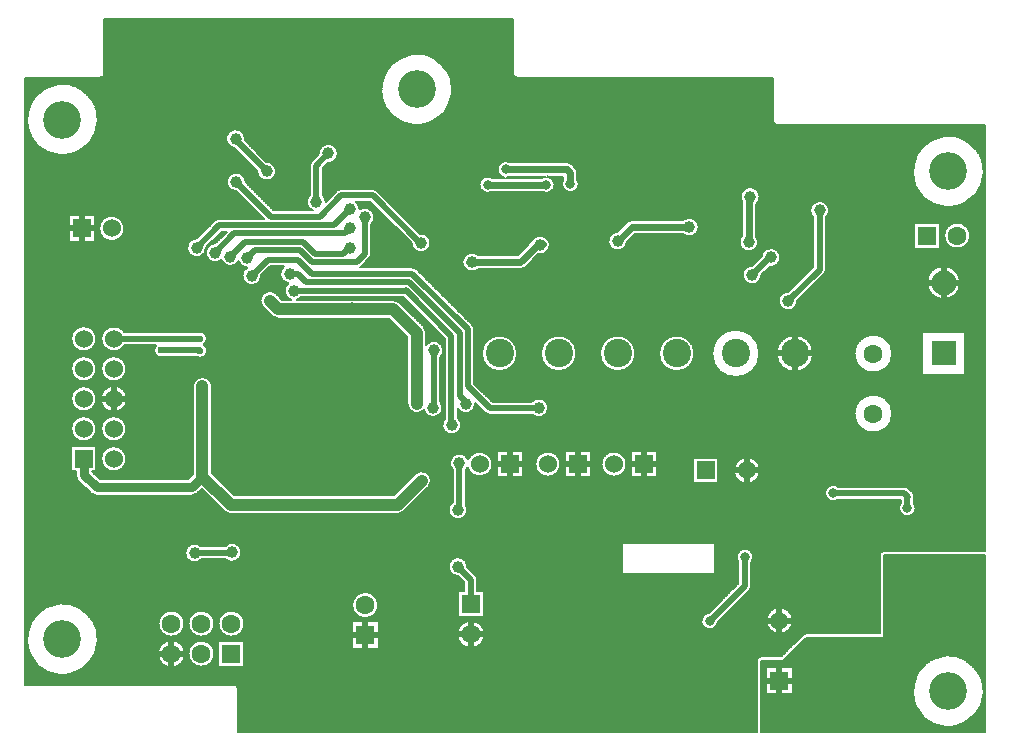
<source format=gbl>
G04 Layer_Physical_Order=2*
G04 Layer_Color=16711680*
%FSLAX24Y24*%
%MOIN*%
G70*
G01*
G75*
%ADD10C,0.0079*%
%ADD36C,0.0197*%
%ADD37C,0.0394*%
%ADD38C,0.0315*%
%ADD41C,0.0236*%
%ADD44C,0.1260*%
%ADD45R,0.0630X0.0630*%
%ADD46C,0.0630*%
%ADD47C,0.0600*%
%ADD48R,0.0600X0.0600*%
%ADD49R,0.0827X0.0827*%
%ADD50C,0.0827*%
%ADD51R,0.0600X0.0600*%
%ADD52R,0.0630X0.0630*%
%ADD53C,0.0945*%
%ADD54C,0.0394*%
%ADD55C,0.0315*%
%ADD56C,0.0236*%
D10*
X25268Y33417D02*
G03*
X25463Y33337I195J195D01*
G01*
X25268Y33417D02*
G03*
X25463Y33337I195J195D01*
G01*
X28413Y28071D02*
G03*
X28413Y28071I-453J0D01*
G01*
X28394Y29071D02*
G03*
X28394Y29071I-433J0D01*
G01*
X28959Y31644D02*
G03*
X28959Y31211I-229J-217D01*
G01*
X28632Y33337D02*
G03*
X28827Y33417I0J276D01*
G01*
X28632Y33337D02*
G03*
X28827Y33417I0J276D01*
G01*
X24764Y34035D02*
G03*
X24845Y33841I276J0D01*
G01*
X24764Y34035D02*
G03*
X24845Y33841I276J0D01*
G01*
X25457Y35567D02*
G03*
X25457Y35567I-418J0D01*
G01*
Y36567D02*
G03*
X25457Y36567I-418J0D01*
G01*
X26457Y34567D02*
G03*
X26457Y34567I-418J0D01*
G01*
X28681Y35068D02*
G03*
X28681Y34912I305J-78D01*
G01*
X26457Y35567D02*
G03*
X26457Y35567I-418J0D01*
G01*
X26477Y36567D02*
G03*
X26477Y36567I-438J0D01*
G01*
X29394Y28071D02*
G03*
X29394Y28071I-433J0D01*
G01*
Y29071D02*
G03*
X29394Y29071I-433J0D01*
G01*
X30174Y26900D02*
G03*
X30037Y27038I-138J0D01*
G01*
X30174Y26900D02*
G03*
X30037Y27038I-138J0D01*
G01*
X30394Y29071D02*
G03*
X30394Y29071I-433J0D01*
G01*
X29772Y31211D02*
G03*
X30295Y31447I208J236D01*
G01*
D02*
G03*
X29734Y31644I-315J0D01*
G01*
X34852Y29691D02*
G03*
X34852Y29691I-433J0D01*
G01*
X29708Y32819D02*
G03*
X29931Y32726I223J222D01*
G01*
X29708Y32819D02*
G03*
X29931Y32726I223J223D01*
G01*
X35502D02*
G03*
X35725Y32819I0J315D01*
G01*
X35502Y32726D02*
G03*
X35725Y32819I0J315D01*
G01*
X35827Y36408D02*
G03*
X36376Y36198I315J-1D01*
G01*
X36614Y33839D02*
G03*
X36077Y34061I-315J0D01*
G01*
X36614Y33839D02*
G03*
X36076Y34061I-315J0D01*
G01*
X35827Y36407D02*
G03*
X36376Y36198I315J0D01*
G01*
X25457Y37567D02*
G03*
X25457Y37567I-418J0D01*
G01*
Y38567D02*
G03*
X25457Y38567I-418J0D01*
G01*
X26457Y37567D02*
G03*
X26457Y37567I-418J0D01*
G01*
X29311Y36978D02*
G03*
X28681Y36978I-315J0D01*
G01*
X29311D02*
G03*
X28681Y36978I-315J0D01*
G01*
X26397Y38783D02*
G03*
X26397Y38350I-358J-217D01*
G01*
X27455D02*
G03*
X27713Y37963I163J-171D01*
G01*
X28803D02*
G03*
X29154Y38169I114J207D01*
G01*
D02*
G03*
X29035Y38374I-236J0D01*
G01*
X29144Y38573D02*
G03*
X28801Y38783I-236J0D01*
G01*
X29035Y38374D02*
G03*
X29144Y38573I-128J199D01*
G01*
X26389Y42244D02*
G03*
X26389Y42244I-418J0D01*
G01*
X28808Y41919D02*
G03*
X29114Y41604I-9J-315D01*
G01*
X29428Y41752D02*
G03*
X29626Y41199I-9J-315D01*
G01*
D02*
G03*
X30195Y41154I295J110D01*
G01*
D02*
G03*
X30487Y40945I297J106D01*
G01*
X29547Y42569D02*
G03*
X29394Y42505I0J-217D01*
G01*
X29547Y42569D02*
G03*
X29394Y42505I0J-217D01*
G01*
X25588Y47274D02*
G03*
X25726Y47412I0J138D01*
G01*
X25588Y47274D02*
G03*
X25726Y47412I0J138D01*
G01*
X30433Y43799D02*
G03*
X30127Y43484I-315J0D01*
G01*
X30413Y45236D02*
G03*
X30055Y44924I-315J0D01*
G01*
X30409Y45183D02*
G03*
X30413Y45236I-310J53D01*
G01*
X31303Y39334D02*
G03*
X31526Y39242I223J223D01*
G01*
X33918D02*
G03*
X33996Y39232I78J305D01*
G01*
X33918Y39242D02*
G03*
X33996Y39232I78J305D01*
G01*
X31302Y39335D02*
G03*
X31526Y39242I223J222D01*
G01*
X34129Y39862D02*
G03*
X33886Y39872I-133J-285D01*
G01*
X31463Y40065D02*
G03*
X31017Y39620I-223J-223D01*
G01*
X31464Y40065D02*
G03*
X31018Y39619I-223J-222D01*
G01*
X30487Y40945D02*
G03*
X30955Y40669I152J-276D01*
G01*
X32157Y39872D02*
G03*
X32276Y39951I-110J295D01*
G01*
X31855Y40417D02*
G03*
X31938Y39872I193J-249D01*
G01*
X31716Y40984D02*
G03*
X31855Y40417I184J-256D01*
G01*
X35309Y39138D02*
G03*
X35360Y39096I223J223D01*
G01*
X35308Y39138D02*
G03*
X35360Y39096I223J222D01*
G01*
X34259Y40945D02*
G03*
X34285Y40967I-127J175D01*
G01*
X34259Y40945D02*
G03*
X34285Y40967I-127J175D01*
G01*
X35759Y39588D02*
G03*
X35708Y39630I-223J-223D01*
G01*
X35567Y39770D02*
G03*
X35344Y39862I-223J-223D01*
G01*
X35568Y39770D02*
G03*
X35344Y39862I-223J-222D01*
G01*
X36149Y40881D02*
G03*
X35996Y40945I-153J-153D01*
G01*
X36149Y40881D02*
G03*
X35996Y40945I-153J-153D01*
G01*
X34562Y41244D02*
G03*
X34626Y41398I-153J153D01*
G01*
X34563Y41245D02*
G03*
X34626Y41398I-153J153D01*
G01*
X34724Y42618D02*
G03*
X34232Y42878I-315J0D01*
G01*
X34626Y42389D02*
G03*
X34724Y42618I-217J229D01*
G01*
X35965Y41751D02*
G03*
X36594Y41762I315J11D01*
G01*
X30817Y44162D02*
G03*
X31447Y44154I315J-9D01*
G01*
D02*
G03*
X31123Y44468I-315J0D01*
G01*
X32569Y43368D02*
G03*
X32676Y42844I217J-229D01*
G01*
X32632Y44494D02*
G03*
X32569Y44341I153J-153D01*
G01*
X32633Y44494D02*
G03*
X32569Y44341I153J-153D01*
G01*
X33504Y44744D02*
G03*
X32874Y44735I-315J0D01*
G01*
X33100Y43140D02*
G03*
X33002Y43368I-315J0D01*
G01*
X34232Y42884D02*
G03*
X34114Y43130I-315J0D01*
G01*
X33622Y43563D02*
G03*
X33469Y43499I0J-217D01*
G01*
X33622Y43563D02*
G03*
X33469Y43500I0J-217D01*
G01*
X34828D02*
G03*
X34675Y43563I-153J-153D01*
G01*
X34829Y43499D02*
G03*
X34675Y43563I-153J-153D01*
G01*
X33180Y44429D02*
G03*
X33504Y44744I9J315D01*
G01*
X38396Y28715D02*
G03*
X38396Y28715I-453J0D01*
G01*
X37825Y30974D02*
G03*
X37518Y30660I-315J0D01*
G01*
X37343Y33131D02*
G03*
X37825Y32864I167J-267D01*
G01*
D02*
G03*
X37776Y33033I-315J0D01*
G01*
X36521Y33615D02*
G03*
X36614Y33839I-222J223D01*
G01*
X36522Y33616D02*
G03*
X36614Y33839I-223J223D01*
G01*
X37776Y34200D02*
G03*
X37838Y34283I-217J229D01*
G01*
X38159Y30541D02*
G03*
X38096Y30694I-217J0D01*
G01*
X38159Y30541D02*
G03*
X38096Y30695I-217J0D01*
G01*
X37838Y34283D02*
G03*
X38660Y34390I404J107D01*
G01*
X37077Y35908D02*
G03*
X37618Y35689I226J-219D01*
G01*
X37853Y34542D02*
G03*
X37343Y34200I-294J-113D01*
G01*
X37618Y35689D02*
G03*
X37510Y35927I-315J0D01*
G01*
X36376Y36198D02*
G03*
X36998Y36270I307J72D01*
G01*
X38660Y34390D02*
G03*
X37853Y34542I-418J0D01*
G01*
X36998Y36270D02*
G03*
X36919Y36478I-315J0D01*
G01*
X37510Y36229D02*
G03*
X38091Y36398I266J169D01*
G01*
X38419Y36097D02*
G03*
X38573Y36033I153J153D01*
G01*
X38420Y36097D02*
G03*
X38573Y36033I153J153D01*
G01*
X39488Y38081D02*
G03*
X39488Y38081I-591J0D01*
G01*
X40924Y34390D02*
G03*
X40924Y34390I-418J0D01*
G01*
X43129D02*
G03*
X43129Y34390I-418J0D01*
G01*
X39998Y36033D02*
G03*
X40522Y36270I208J236D01*
G01*
D02*
G03*
X39961Y36467I-315J0D01*
G01*
X41457Y38081D02*
G03*
X41457Y38081I-591J0D01*
G01*
X45394D02*
G03*
X45394Y38081I-591J0D01*
G01*
X43425D02*
G03*
X43425Y38081I-591J0D01*
G01*
X45865Y29429D02*
G03*
X46172Y29122I33J-274D01*
G01*
X47352Y31299D02*
G03*
X46860Y31129I-276J0D01*
G01*
X47230Y30181D02*
G03*
X47293Y30334I-153J153D01*
G01*
X47230Y30180D02*
G03*
X47293Y30334I-153J153D01*
G01*
X47628Y27982D02*
G03*
X47470Y27825I0J-157D01*
G01*
X47628Y27982D02*
G03*
X47470Y27825I0J-157D01*
G01*
X49114Y28750D02*
G03*
X49003Y28704I0J-157D01*
G01*
X49114Y28750D02*
G03*
X49003Y28704I0J-157D01*
G01*
X49114Y28750D02*
G03*
X49003Y28704I0J-157D01*
G01*
X49114Y28750D02*
G03*
X49003Y28704I0J-157D01*
G01*
X48666Y29175D02*
G03*
X48666Y29175I-438J0D01*
G01*
X47293Y31129D02*
G03*
X47352Y31299I-217J170D01*
G01*
X51722Y31506D02*
G03*
X51565Y31348I0J-157D01*
G01*
X51722Y31506D02*
G03*
X51565Y31348I0J-157D01*
G01*
X50190Y33642D02*
G03*
X50190Y33209I-170J-217D01*
G01*
X52274Y33094D02*
G03*
X52766Y32923I217J-170D01*
G01*
D02*
G03*
X52707Y33094I-276J0D01*
G01*
X52545Y33578D02*
G03*
X52392Y33642I-153J-153D01*
G01*
X52545Y33578D02*
G03*
X52392Y33642I-153J-153D01*
G01*
X52707Y33217D02*
G03*
X52726Y33307I-197J90D01*
G01*
X52707Y33217D02*
G03*
X52726Y33307I-197J90D01*
G01*
D02*
G03*
X52663Y33460I-217J0D01*
G01*
X52726Y33307D02*
G03*
X52663Y33461I-217J0D01*
G01*
X47583Y34183D02*
G03*
X47583Y34183I-438J0D01*
G01*
X47559Y38081D02*
G03*
X47559Y38081I-787J0D01*
G01*
X49350D02*
G03*
X49350Y38081I-610J0D01*
G01*
X51988Y36073D02*
G03*
X51988Y36073I-630J0D01*
G01*
Y38073D02*
G03*
X51988Y38073I-630J0D01*
G01*
X36919Y37950D02*
G03*
X37018Y38179I-217J229D01*
G01*
D02*
G03*
X36457Y38376I-315J0D01*
G01*
Y38760D02*
G03*
X36364Y38983I-315J0D01*
G01*
X36457Y38760D02*
G03*
X36364Y38983I-315J0D01*
G01*
X38061Y38880D02*
G03*
X37998Y39033I-217J0D01*
G01*
X38061Y38880D02*
G03*
X37997Y39033I-217J0D01*
G01*
X36594Y41762D02*
G03*
X36252Y42076I-315J0D01*
G01*
X37713Y41285D02*
G03*
X37713Y40959I171J-163D01*
G01*
D02*
G03*
X38191Y40886I270J163D01*
G01*
Y41358D02*
G03*
X37713Y41285I-208J-236D01*
G01*
X39596Y40886D02*
G03*
X39763Y40955I0J236D01*
G01*
X39596Y40886D02*
G03*
X39763Y40955I0J236D01*
G01*
X40191Y41383D02*
G03*
X40557Y41643I55J310D01*
G01*
D02*
G03*
X40571Y41722I-222J80D01*
G01*
D02*
G03*
X40465Y41920I-236J0D01*
G01*
X40465Y41920D02*
G03*
X39956Y41816I-219J-227D01*
G01*
X42815Y42135D02*
G03*
X43149Y41801I20J-314D01*
G01*
X43303Y42526D02*
G03*
X43136Y42456I0J-236D01*
G01*
X43303Y42526D02*
G03*
X43136Y42456I0J-236D01*
G01*
X45014Y42053D02*
G03*
X45537Y42289I208J236D01*
G01*
D02*
G03*
X45014Y42526I-315J0D01*
G01*
X38643Y43940D02*
G03*
X38643Y43467I-142J-236D01*
G01*
X39246Y44449D02*
G03*
X39065Y43940I-142J-236D01*
G01*
X39143D02*
G03*
X39246Y43976I-39J273D01*
G01*
X39348Y47412D02*
G03*
X39485Y47274I138J0D01*
G01*
X39348Y47412D02*
G03*
X39485Y47274I138J0D01*
G01*
X40315Y43467D02*
G03*
X40733Y43704I142J236D01*
G01*
X40418Y43976D02*
G03*
X40315Y43940I39J-273D01*
G01*
X40733Y43704D02*
G03*
X40496Y43976I-276J0D01*
G01*
X41024Y43872D02*
G03*
X41535Y43730I236J-142D01*
G01*
X41319Y44380D02*
G03*
X41152Y44449I-167J-167D01*
G01*
X41319Y44380D02*
G03*
X41152Y44449I-167J-167D01*
G01*
X41535Y43730D02*
G03*
X41496Y43872I-276J0D01*
G01*
Y44104D02*
G03*
X41427Y44271I-236J0D01*
G01*
X41496Y44104D02*
G03*
X41427Y44271I-236J0D01*
G01*
X48522Y40138D02*
G03*
X48829Y39823I-9J-315D01*
G01*
X47322Y41004D02*
G03*
X47628Y40689I-9J-315D01*
G01*
X46968Y42000D02*
G03*
X47520Y41791I236J-208D01*
G01*
X47898Y40968D02*
G03*
X48258Y41280I45J312D01*
G01*
X47520Y41791D02*
G03*
X47441Y42000I-315J0D01*
G01*
X48258Y41280D02*
G03*
X47630Y41312I-315J0D01*
G01*
X54252Y40443D02*
G03*
X54252Y40443I-551J0D01*
G01*
X49720Y40723D02*
G03*
X49783Y40876I-153J153D01*
G01*
X49720Y40723D02*
G03*
X49783Y40876I-153J153D01*
G01*
Y42616D02*
G03*
X49882Y42844I-217J229D01*
G01*
D02*
G03*
X49350Y42616I-315J0D01*
G01*
X47441Y43054D02*
G03*
X47569Y43307I-187J253D01*
G01*
D02*
G03*
X46968Y43174I-315J0D01*
G01*
X48009Y45837D02*
G03*
X48147Y45699I138J0D01*
G01*
X48009Y45837D02*
G03*
X48147Y45699I138J0D01*
G01*
X54583Y42008D02*
G03*
X54583Y42008I-433J0D01*
G01*
X50610Y25463D02*
Y28593D01*
X50551Y25463D02*
Y28593D01*
X50728Y25463D02*
Y28593D01*
X50669Y25463D02*
Y28593D01*
X50315Y25463D02*
Y28593D01*
X50256Y25463D02*
Y28593D01*
X50492Y25463D02*
Y28593D01*
X50374Y25463D02*
Y28593D01*
X50433Y25463D02*
Y28593D01*
X51142Y25463D02*
Y28593D01*
X51083Y25463D02*
Y28593D01*
X51319Y25463D02*
Y28593D01*
X51201Y25463D02*
Y28593D01*
X51260Y25463D02*
Y28593D01*
X50846Y25463D02*
Y28593D01*
X50787Y25463D02*
Y28593D01*
X51024Y25463D02*
Y28593D01*
X50905Y25463D02*
Y28593D01*
X50964Y25463D02*
Y28593D01*
X49429Y25463D02*
Y28593D01*
X49370Y25463D02*
Y28593D01*
X49606Y25463D02*
Y28593D01*
X49488Y25463D02*
Y28593D01*
X49547Y25463D02*
Y28593D01*
X49134Y25463D02*
Y28593D01*
X49114Y25463D02*
Y28593D01*
X49311Y25463D02*
Y28593D01*
X49193Y25463D02*
Y28593D01*
X49252Y25463D02*
Y28593D01*
X50020Y25463D02*
Y28593D01*
X49961Y25463D02*
Y28593D01*
X50197Y25463D02*
Y28593D01*
X50079Y25463D02*
Y28593D01*
X50138Y25463D02*
Y28593D01*
X49724Y25463D02*
Y28593D01*
X49665Y25463D02*
Y28593D01*
X49901Y25463D02*
Y28593D01*
X49783Y25463D02*
Y28593D01*
X49842Y25463D02*
Y28593D01*
X49114Y26220D02*
X52832D01*
X49114Y26279D02*
X52802D01*
X49114Y26043D02*
X52971D01*
X49114Y26161D02*
X52877D01*
X49114Y26102D02*
X52924D01*
X49114Y26516D02*
X52702D01*
X49114Y26575D02*
X52694D01*
X49114Y26339D02*
X52771D01*
X49114Y26457D02*
X52724D01*
X49114Y26398D02*
X52746D01*
X49114Y25630D02*
X55096D01*
X49114Y25689D02*
X53546D01*
X49114Y25463D02*
X55096D01*
X49114Y25571D02*
X55096D01*
X49114Y25512D02*
X55096D01*
X49114Y25925D02*
X53071D01*
X49114Y25984D02*
X53017D01*
X49114Y25748D02*
X53341D01*
X49114Y25866D02*
X53161D01*
X49114Y25807D02*
X53251D01*
X51437Y25463D02*
Y28593D01*
X51378Y25463D02*
Y28593D01*
X51673Y25463D02*
Y28593D01*
X51496Y25463D02*
Y28593D01*
X51614Y25463D02*
Y28593D01*
X49114Y26811D02*
X52678D01*
X51555Y25463D02*
Y28593D01*
X49114Y26634D02*
X52689D01*
X49114Y26752D02*
X52680D01*
X49114Y26693D02*
X52685D01*
X52087Y25463D02*
Y31348D01*
X52027Y25463D02*
Y31348D01*
X52264Y25463D02*
Y31348D01*
X52146Y25463D02*
Y31348D01*
X52205Y25463D02*
Y31348D01*
X51791Y25463D02*
Y31348D01*
X51732Y25463D02*
Y31348D01*
X51968Y25463D02*
Y31348D01*
X51850Y25463D02*
Y31348D01*
X51909Y25463D02*
Y31348D01*
X49114Y27461D02*
X52859D01*
X49114Y27520D02*
X52908D01*
X49114Y27579D02*
X52956D01*
X49114Y27697D02*
X53064D01*
X49114Y27638D02*
X53004D01*
X49114Y27756D02*
X53145D01*
X49114Y27815D02*
X53227D01*
X49114Y27874D02*
X53308D01*
X49114Y27992D02*
X53687D01*
X49114Y27933D02*
X53473D01*
X49114Y26870D02*
X52683D01*
X49114Y26929D02*
X52688D01*
X49114Y26988D02*
X52693D01*
X49114Y27106D02*
X52720D01*
X49114Y27047D02*
X52702D01*
X49114Y27165D02*
X52739D01*
X49114Y27224D02*
X52757D01*
X49114Y27283D02*
X52776D01*
X49114Y27402D02*
X52813D01*
X49114Y27342D02*
X52795D01*
X49114Y28287D02*
X55096D01*
X49114Y28346D02*
X55096D01*
X49114Y28051D02*
X55096D01*
X49114Y28169D02*
X55096D01*
X49114Y28110D02*
X55096D01*
X49114Y28583D02*
X55096D01*
X49114Y28593D02*
X50413D01*
X49114Y28405D02*
X55096D01*
X49114Y28524D02*
X55096D01*
X49114Y28465D02*
X55096D01*
X50413Y28593D02*
X51722D01*
Y31348D01*
X49114Y28228D02*
X55096D01*
X51722Y28701D02*
X55096D01*
X51722Y28642D02*
X55096D01*
X51722Y28937D02*
X55096D01*
X51722Y28996D02*
X55096D01*
X51722Y28760D02*
X55096D01*
X51722Y28878D02*
X55096D01*
X51722Y28819D02*
X55096D01*
X51722Y29823D02*
X55096D01*
X51722Y29882D02*
X55096D01*
X51722Y29646D02*
X55096D01*
X51722Y29764D02*
X55096D01*
X51722Y29705D02*
X55096D01*
X51722Y30118D02*
X55096D01*
X51722Y30177D02*
X55096D01*
X51722Y29941D02*
X55096D01*
X51722Y30059D02*
X55096D01*
X51722Y30000D02*
X55096D01*
X51722Y29232D02*
X55096D01*
X51722Y29291D02*
X55096D01*
X51722Y29055D02*
X55096D01*
X51722Y29173D02*
X55096D01*
X51722Y29114D02*
X55096D01*
X51722Y29527D02*
X55096D01*
X51722Y29587D02*
X55096D01*
X51722Y29350D02*
X55096D01*
X51722Y29468D02*
X55096D01*
X51722Y29409D02*
X55096D01*
X51722Y31004D02*
X55096D01*
X51722Y31063D02*
X55096D01*
X51722Y30827D02*
X55096D01*
X51722Y30945D02*
X55096D01*
X51722Y30886D02*
X55096D01*
X51722Y31299D02*
X55096D01*
X51722Y31348D02*
X55096D01*
X51722Y31122D02*
X55096D01*
X51722Y31240D02*
X55096D01*
X51722Y31181D02*
X55096D01*
X51722Y30413D02*
X55096D01*
X51722Y30472D02*
X55096D01*
X51722Y30236D02*
X55096D01*
X51722Y30354D02*
X55096D01*
X51722Y30295D02*
X55096D01*
X51722Y30709D02*
X55096D01*
X51722Y30768D02*
X55096D01*
X51722Y30531D02*
X55096D01*
X51722Y30650D02*
X55096D01*
X51722Y30590D02*
X55096D01*
X53268Y25463D02*
Y25796D01*
X53209Y25463D02*
Y25835D01*
X53445Y25463D02*
Y25712D01*
X53327Y25463D02*
Y25757D01*
X53386Y25463D02*
Y25725D01*
X53563Y25463D02*
Y25685D01*
X53504Y25463D02*
Y25698D01*
X53681Y25463D02*
Y25659D01*
X53371Y25728D02*
X53765Y25640D01*
X53622Y25463D02*
Y25672D01*
X53799Y25463D02*
Y25640D01*
X53740Y25463D02*
Y25645D01*
X53858Y25463D02*
Y25640D01*
X53917Y25463D02*
Y25640D01*
X54094Y25463D02*
Y25670D01*
X53765Y25640D02*
X53952D01*
X53976Y25463D02*
Y25645D01*
X54035Y25463D02*
Y25657D01*
X53952Y25640D02*
X54114Y25674D01*
X54153Y25463D02*
Y25687D01*
X52382Y25463D02*
Y31348D01*
X52323Y25463D02*
Y31348D01*
X52559Y25463D02*
Y31348D01*
X52441Y25463D02*
Y31348D01*
X52500Y25463D02*
Y31348D01*
X52677Y25463D02*
Y26796D01*
X52618Y25463D02*
Y31348D01*
X52736Y25463D02*
Y26425D01*
X52677Y26796D02*
X52697Y26531D01*
X52761Y26358D01*
X52854Y25463D02*
Y26191D01*
X52795Y25463D02*
Y26292D01*
X53090Y25463D02*
Y25912D01*
X52913Y25463D02*
Y26116D01*
X52972Y25463D02*
Y26041D01*
X53031Y25463D02*
Y25966D01*
X52761Y26358D02*
X52835Y26216D01*
X53149Y25463D02*
Y25874D01*
X52835Y26216D02*
X53056Y25935D01*
X53371Y25728D01*
X54212Y25463D02*
Y25706D01*
X54272Y25463D02*
Y25724D01*
X54331Y25463D02*
Y25743D01*
X54390Y25463D02*
Y25776D01*
X54449Y25463D02*
Y25812D01*
X54114Y25674D02*
X54345Y25748D01*
X54527Y25861D01*
X54160Y25689D02*
X55096D01*
X54345Y25748D02*
X55096D01*
X54440Y25807D02*
X55096D01*
X54508Y25463D02*
Y25849D01*
X54567Y25463D02*
Y25895D01*
X54626Y25463D02*
Y25945D01*
X54685Y25463D02*
Y25995D01*
X54744Y25463D02*
Y26045D01*
X54533Y25866D02*
X55096D01*
X54527Y25861D02*
X54788Y26083D01*
X54603Y25925D02*
X55096D01*
X54672Y25984D02*
X55096D01*
X54742Y26043D02*
X55096D01*
X54803Y25463D02*
Y26109D01*
X54862Y25463D02*
Y26216D01*
X54799Y26102D02*
X55096D01*
X54788Y26083D02*
X54946Y26368D01*
X54921Y25463D02*
Y26323D01*
X54930Y26339D02*
X55096D01*
X54946Y26368D02*
X55023Y26663D01*
X54832Y26161D02*
X55096D01*
X54864Y26220D02*
X55096D01*
X54897Y26279D02*
X55096D01*
X54980Y25463D02*
Y26499D01*
X55039Y25463D02*
Y31348D01*
X54954Y26398D02*
X55096D01*
X54969Y26457D02*
X55096D01*
Y25463D02*
Y31348D01*
X55000Y26575D02*
X55096D01*
X55023Y26663D02*
X55039Y26796D01*
X54984Y26516D02*
X55096D01*
X55015Y26634D02*
X55096D01*
X55027Y26693D02*
X55096D01*
X52677Y26796D02*
X52697Y27032D01*
X52677Y26796D02*
Y31348D01*
X52697Y27032D02*
X52815Y27406D01*
X52736Y27157D02*
Y31348D01*
X52795Y27344D02*
Y31348D01*
X52972Y27599D02*
Y31348D01*
X52913Y27527D02*
Y31348D01*
X52815Y27406D02*
X53036Y27677D01*
X53031Y27671D02*
Y31348D01*
X53036Y27677D02*
X53322Y27884D01*
X53268Y27845D02*
Y31348D01*
X53209Y27802D02*
Y31348D01*
X53322Y27884D02*
X53519Y27948D01*
X53327Y27885D02*
Y31348D01*
X54114Y27997D02*
X54355Y27894D01*
X53519Y27948D02*
X53706Y27997D01*
X53386Y27905D02*
Y31348D01*
X53843Y28012D02*
X54114Y27997D01*
X53706D02*
X53794Y28012D01*
X53843D01*
X53090Y27716D02*
Y31348D01*
X52854Y27454D02*
Y31348D01*
X53504Y27943D02*
Y31348D01*
X53149Y27759D02*
Y31348D01*
X53445Y27924D02*
Y31348D01*
X53622Y27975D02*
Y31348D01*
X53563Y27959D02*
Y31348D01*
X53799Y28012D02*
Y31348D01*
X53681Y27991D02*
Y31348D01*
X53740Y28003D02*
Y31348D01*
X54212Y27955D02*
Y31348D01*
X54153Y27980D02*
Y31348D01*
X54390Y27879D02*
Y31348D01*
X54272Y27930D02*
Y31348D01*
X54331Y27904D02*
Y31348D01*
X53917Y28008D02*
Y31348D01*
X53858Y28011D02*
Y31348D01*
X54094Y27998D02*
Y31348D01*
X53976Y28005D02*
Y31348D01*
X54035Y28001D02*
Y31348D01*
X54986Y27165D02*
X55096D01*
X54902Y27392D02*
X54990Y27156D01*
X54964Y27224D02*
X55096D01*
X54920Y27342D02*
X55096D01*
X54942Y27283D02*
X55096D01*
X54742Y27579D02*
X55096D01*
X54691Y27638D02*
X55096D01*
X54893Y27402D02*
X55096D01*
X54792Y27520D02*
X55096D01*
X54843Y27461D02*
X55096D01*
X55033Y26752D02*
X55096D01*
X55023Y26949D02*
X55039Y26796D01*
X55037Y26811D02*
X55096D01*
X55025Y26929D02*
X55096D01*
X55031Y26870D02*
X55096D01*
X55010Y27032D02*
X55023Y26949D01*
X54990Y27156D02*
X55010Y27032D01*
X55017Y26988D02*
X55096D01*
X54998Y27106D02*
X55096D01*
X55007Y27047D02*
X55096D01*
X54433Y27860D02*
X54492Y27802D01*
X54508Y27790D02*
Y31348D01*
X54557Y27756D02*
X55096D01*
X54478Y27815D02*
X55096D01*
X54492Y27802D02*
X54641Y27697D01*
X54355Y27894D02*
X54433Y27860D01*
X54449Y27845D02*
Y31348D01*
X54401Y27874D02*
X55096D01*
X54126Y27992D02*
X55096D01*
X54264Y27933D02*
X55096D01*
X54862Y27438D02*
Y31348D01*
X54803Y27507D02*
Y31348D01*
X54641Y27697D02*
X54902Y27392D01*
X54921Y27340D02*
Y31348D01*
X54980Y27182D02*
Y31348D01*
X54626Y27707D02*
Y31348D01*
X54567Y27749D02*
Y31348D01*
X54641Y27697D02*
X55096D01*
X54685Y27645D02*
Y31348D01*
X54744Y27576D02*
Y31348D01*
X47628Y25463D02*
X49114D01*
X47628Y25571D02*
X49114D01*
X47628Y25512D02*
X49114D01*
X47894Y25463D02*
Y26737D01*
X47628Y25630D02*
X49114D01*
X47628Y25748D02*
X49114D01*
X47628Y25689D02*
X49114D01*
X47716Y25463D02*
Y27825D01*
X47776Y25463D02*
Y27825D01*
X47628Y25463D02*
Y27825D01*
X47657Y25463D02*
Y27825D01*
X48012Y25463D02*
Y26737D01*
X48071Y25463D02*
Y26737D01*
X47835Y25463D02*
Y26737D01*
X47953Y25463D02*
Y26737D01*
X47628Y26043D02*
X49114D01*
X47628Y26161D02*
X49114D01*
X47628Y26102D02*
X49114D01*
X47628Y25866D02*
X49114D01*
X47628Y25807D02*
X49114D01*
X47628Y25984D02*
X49114D01*
X47628Y25925D02*
X49114D01*
X47628Y26516D02*
X49114D01*
X47628Y26457D02*
X49114D01*
X47628Y26634D02*
X49114D01*
X47628Y26575D02*
X49114D01*
X47628Y26279D02*
X49114D01*
X47628Y26220D02*
X49114D01*
X47628Y26398D02*
X49114D01*
X47628Y26339D02*
X49114D01*
X47628Y26988D02*
X47791D01*
X47628Y27106D02*
X47791D01*
X47628Y27047D02*
X47791D01*
X47628Y26811D02*
X47791D01*
X47628Y26752D02*
X47791D01*
X47628Y26929D02*
X47791D01*
X47628Y26870D02*
X47791D01*
X47628Y27224D02*
X47791D01*
X47628Y27165D02*
X47791D01*
X47628Y27342D02*
X47791D01*
X47628Y27283D02*
X47791D01*
X47628Y27402D02*
X47791D01*
Y26737D02*
Y27613D01*
X47628Y27579D02*
X47791D01*
X47628Y27461D02*
X47791D01*
X47628Y26693D02*
X49114D01*
X47628Y27520D02*
X47791D01*
X47628Y27638D02*
X49114D01*
X47791Y26737D02*
X48666D01*
X47791Y27613D02*
X48666D01*
X47628Y27697D02*
X49114D01*
X47835Y27613D02*
Y27825D01*
X47628Y27756D02*
X49114D01*
X47628Y27825D02*
X48346D01*
X47628Y27815D02*
X49114D01*
X48012Y27613D02*
Y27825D01*
X48071Y27613D02*
Y27825D01*
X47894Y27613D02*
Y27825D01*
X47953Y27613D02*
Y27825D01*
X48248Y25463D02*
Y26737D01*
X48130Y25463D02*
Y26737D01*
X48189Y25463D02*
Y26737D01*
X48425Y25463D02*
Y26737D01*
X48484Y25463D02*
Y26737D01*
X48307Y25463D02*
Y26737D01*
X48366Y25463D02*
Y26737D01*
X48543Y25463D02*
Y26737D01*
X48602Y25463D02*
Y26737D01*
X48661Y25463D02*
Y26737D01*
X48666D02*
Y27613D01*
X48720Y25463D02*
Y28199D01*
X48666Y26988D02*
X49114D01*
X48666Y27106D02*
X49114D01*
X48666Y27047D02*
X49114D01*
X48666Y26811D02*
X49114D01*
X48666Y26752D02*
X49114D01*
X48666Y26929D02*
X49114D01*
X48666Y26870D02*
X49114D01*
X48838Y25463D02*
Y28317D01*
X48898Y25463D02*
Y28376D01*
X48779Y25463D02*
Y28258D01*
X48666Y27165D02*
X49114D01*
X49075Y25463D02*
Y28553D01*
X49114Y25463D02*
Y28593D01*
X48957Y25463D02*
Y28435D01*
X49016Y25463D02*
Y28494D01*
X48248Y27613D02*
Y27825D01*
X48130Y27613D02*
Y27825D01*
X48189Y27613D02*
Y27825D01*
X48666Y27579D02*
X49114D01*
X48666Y27520D02*
X49114D01*
X48307Y27613D02*
Y27825D01*
X48366Y27613D02*
Y27844D01*
X48543Y27613D02*
Y28022D01*
X48602Y27613D02*
Y28081D01*
X48425Y27613D02*
Y27903D01*
X48484Y27613D02*
Y27963D01*
X48661Y27613D02*
Y28140D01*
X48927Y28405D02*
X49114D01*
X49045Y28524D02*
X49114D01*
X48986Y28465D02*
X49114D01*
X48666Y27283D02*
X49114D01*
X48455Y27933D02*
X49114D01*
X48396Y27874D02*
X49114D01*
X48666Y27342D02*
X49114D01*
X48666Y27224D02*
X49114D01*
X48666Y27461D02*
X49114D01*
X48666Y27402D02*
X49114D01*
X48514Y27992D02*
X49114D01*
X48356Y27835D02*
X49114Y28593D01*
X48632Y28110D02*
X49114D01*
X48573Y28051D02*
X49114D01*
X48750Y28228D02*
X49114D01*
X48691Y28169D02*
X49114D01*
X48868Y28346D02*
X49114D01*
X48809Y28287D02*
X49114D01*
X23563Y27038D02*
Y27645D01*
X23504Y27038D02*
Y27699D01*
X23088Y27402D02*
X24106D01*
X23088Y27461D02*
X23844D01*
X23622Y27038D02*
Y27606D01*
X23088Y27638D02*
X23574D01*
X23088Y27697D02*
X23505D01*
X23088Y27520D02*
X23754D01*
X23088Y27579D02*
X23664D01*
X23529Y27667D02*
X23844Y27461D01*
X24035Y27038D02*
Y27417D01*
X23976Y27038D02*
Y27431D01*
X24213Y27038D02*
Y27378D01*
X24094Y27038D02*
Y27404D01*
X24153Y27038D02*
Y27391D01*
X23740Y27038D02*
Y27528D01*
X23681Y27038D02*
Y27567D01*
X23917Y27038D02*
Y27444D01*
X23799Y27038D02*
Y27490D01*
X23858Y27038D02*
Y27457D01*
X23088Y27933D02*
X23319D01*
X23088Y27992D02*
X23284D01*
X23088Y27756D02*
X23459D01*
X23088Y27874D02*
X23365D01*
X23088Y27815D02*
X23412D01*
X23088Y28228D02*
X23182D01*
X23088Y28287D02*
X23167D01*
X23088Y28051D02*
X23254D01*
X23088Y28169D02*
X23204D01*
X23088Y28110D02*
X23226D01*
X23209Y27038D02*
Y28157D01*
X23150Y27038D02*
Y28528D01*
X23445Y27038D02*
Y27773D01*
X23268Y27038D02*
Y28024D01*
X23386Y27038D02*
Y27848D01*
X23169Y28263D02*
X23233Y28091D01*
X23149Y28529D02*
X23169Y28263D01*
X23327Y27038D02*
Y27923D01*
X23233Y28091D02*
X23307Y27948D01*
X23529Y27667D01*
X24331Y27038D02*
Y27372D01*
X24272Y27038D02*
Y27372D01*
X24390Y27038D02*
Y27372D01*
X24449Y27038D02*
Y27377D01*
X24567Y27038D02*
Y27402D01*
X24237Y27372D02*
X24424D01*
X23844Y27461D02*
X24237Y27372D01*
X24508Y27038D02*
Y27390D01*
X24424Y27372D02*
X24587Y27406D01*
X24818Y27480D01*
X24626Y27038D02*
Y27419D01*
X24685Y27038D02*
Y27438D01*
X24744Y27038D02*
Y27457D01*
X24803Y27038D02*
Y27476D01*
X24862Y27038D02*
Y27508D01*
X24921Y27038D02*
Y27545D01*
X24980Y27038D02*
Y27581D01*
X24818Y27480D02*
X25000Y27594D01*
X25039Y27038D02*
Y27627D01*
X25052Y27638D02*
X27829D01*
X25098Y27038D02*
Y27677D01*
X25157Y27038D02*
Y27727D01*
X25216Y27038D02*
Y27777D01*
X25000Y27594D02*
X25261Y27815D01*
X25276Y27038D02*
Y27842D01*
X25293Y27874D02*
X27553D01*
X25261Y27815D02*
X25418Y28100D01*
X25122Y27697D02*
X27706D01*
X25191Y27756D02*
X27635D01*
X25261Y27815D02*
X27587D01*
X25335Y27038D02*
Y27949D01*
X25394Y27038D02*
Y28056D01*
X25326Y27933D02*
X27529D01*
X25359Y27992D02*
X27515D01*
X25453Y27038D02*
Y28232D01*
X25391Y28051D02*
X27508D01*
X25418Y28100D02*
X25496Y28396D01*
X25421Y28110D02*
X27510D01*
X25436Y28169D02*
X27519D01*
X25452Y28228D02*
X27536D01*
X23088Y28524D02*
X23150D01*
X23088Y28583D02*
X23154D01*
X23088Y28346D02*
X23163D01*
X23088Y28465D02*
X23154D01*
X23088Y28405D02*
X23159D01*
X23088Y28642D02*
X23159D01*
X23088Y28701D02*
X23164D01*
X23088Y28760D02*
X23169D01*
X23088Y28878D02*
X23205D01*
X23088Y28819D02*
X23186D01*
X23149Y28529D02*
X23169Y28765D01*
X23088Y28937D02*
X23224D01*
X23088Y28996D02*
X23242D01*
X23088Y29055D02*
X23261D01*
X23169Y28765D02*
X23287Y29139D01*
X23088Y29114D02*
X23280D01*
X23088Y29173D02*
X23316D01*
X23088Y29232D02*
X23364D01*
X23088Y29350D02*
X23460D01*
X23088Y29291D02*
X23412D01*
X23088Y29409D02*
X23509D01*
X23287Y29139D02*
X23509Y29409D01*
X23088Y29468D02*
X23590D01*
X23088Y29527D02*
X23672D01*
X23509Y29409D02*
X23794Y29616D01*
X23088Y29587D02*
X23753D01*
X23088Y29646D02*
X23885D01*
X23088Y29705D02*
X24084D01*
X23088Y33543D02*
X25142D01*
X23088Y33484D02*
X25201D01*
X24828Y29626D02*
X24905Y29593D01*
X23794Y29616D02*
X23991Y29680D01*
X24964Y29534D02*
X25113Y29429D01*
X24905Y29593D02*
X24964Y29534D01*
X25157Y29377D02*
Y33528D01*
X23991Y29680D02*
X24178Y29729D01*
X24267Y29744D01*
X24587Y29729D02*
X24828Y29626D01*
X24267Y29744D02*
X24316D01*
X24587Y29729D01*
X25374Y29124D02*
X25463Y28888D01*
X25113Y29429D02*
X25374Y29124D01*
X25378Y29114D02*
X27530D01*
X25282Y29232D02*
X27559D01*
X25332Y29173D02*
X27540D01*
X25231Y29291D02*
X27588D01*
X25181Y29350D02*
X27630D01*
X25130Y29409D02*
X27691D01*
X23088Y31122D02*
X28652D01*
X25057Y29468D02*
X27789D01*
X25482Y28765D02*
X25496Y28682D01*
X25463Y28888D02*
X25482Y28765D01*
X25467Y28287D02*
X27563D01*
X25483Y28346D02*
X27601D01*
X25483Y28760D02*
X27659D01*
X25422Y28996D02*
X27534D01*
X25400Y29055D02*
X27528D01*
X25474Y28819D02*
X27608D01*
X25444Y28937D02*
X27549D01*
X25464Y28878D02*
X27573D01*
X23088Y31358D02*
X28423D01*
X23088Y31417D02*
X28416D01*
X23088Y31181D02*
X28534D01*
X23088Y31299D02*
X28443D01*
X23088Y31240D02*
X28477D01*
X23088Y31476D02*
X28419D01*
X23088Y31535D02*
X28435D01*
X23088Y31594D02*
X28463D01*
X23088Y31713D02*
X28597D01*
X23088Y31653D02*
X28511D01*
X25276Y29239D02*
Y33410D01*
X25216Y29308D02*
Y33469D01*
X25453Y28914D02*
Y33337D01*
X25335Y29170D02*
Y33368D01*
X25394Y29072D02*
Y33345D01*
X23088Y33366D02*
X25339D01*
X23088Y33425D02*
X25260D01*
X25463Y33337D02*
X28632D01*
X27047Y27038D02*
Y33337D01*
X26988Y27038D02*
Y33337D01*
X27224Y27038D02*
Y33337D01*
X27106Y27038D02*
Y33337D01*
X27165Y27038D02*
Y33337D01*
X26752Y27038D02*
Y33337D01*
X26693Y27038D02*
Y33337D01*
X26929Y27038D02*
Y33337D01*
X26811Y27038D02*
Y33337D01*
X26870Y27038D02*
Y33337D01*
X27342Y27038D02*
Y33337D01*
X27283Y27038D02*
Y33337D01*
X27520Y27038D02*
Y27968D01*
X27402Y27038D02*
Y33337D01*
X27461Y27038D02*
Y33337D01*
X27579Y27038D02*
Y27828D01*
X27520Y28173D02*
Y33337D01*
X27756Y27038D02*
Y27667D01*
X27638Y27038D02*
Y27753D01*
X27697Y27038D02*
Y27703D01*
X25866Y27038D02*
Y33337D01*
X25807Y27038D02*
Y33337D01*
X26043Y27038D02*
Y33337D01*
X25925Y27038D02*
Y33337D01*
X25984Y27038D02*
Y33337D01*
X25571Y27038D02*
Y33337D01*
X25512Y27038D02*
Y33337D01*
X25748Y27038D02*
Y33337D01*
X25630Y27038D02*
Y33337D01*
X25689Y27038D02*
Y33337D01*
X26457Y27038D02*
Y33337D01*
X26398Y27038D02*
Y33337D01*
X26634Y27038D02*
Y33337D01*
X26516Y27038D02*
Y33337D01*
X26575Y27038D02*
Y33337D01*
X26161Y27038D02*
Y33337D01*
X26102Y27038D02*
Y33337D01*
X26339Y27038D02*
Y33337D01*
X26220Y27038D02*
Y33337D01*
X26279Y27038D02*
Y33337D01*
X27874Y27038D02*
Y27626D01*
X27815Y27038D02*
Y27642D01*
X27933Y27038D02*
Y27619D01*
X27992Y27038D02*
Y27619D01*
X28051Y27038D02*
Y27627D01*
X28110Y27038D02*
Y27644D01*
X28169Y27038D02*
Y27669D01*
X28216Y27697D02*
X28742D01*
X28228Y27038D02*
Y27706D01*
X28286Y27756D02*
X28663D01*
X28287Y27038D02*
Y27757D01*
X28346Y27038D02*
Y27834D01*
X28760Y27038D02*
Y27687D01*
X28642Y27038D02*
Y27778D01*
X28701Y27038D02*
Y27724D01*
X28819Y27038D02*
Y27662D01*
X28334Y27815D02*
X28611D01*
X28937Y27038D02*
Y27638D01*
X28878Y27038D02*
Y27646D01*
X28996Y27038D02*
Y27639D01*
X28368Y27874D02*
X28575D01*
X28392Y27933D02*
X28550D01*
X28385Y28228D02*
X28557D01*
X28346Y28308D02*
Y28874D01*
X28358Y28287D02*
X28586D01*
X28405Y27038D02*
Y27986D01*
X28465Y27038D02*
Y31258D01*
X28583Y27038D02*
Y27860D01*
X28406Y27992D02*
X28535D01*
X28524Y27038D02*
Y31190D01*
X28413Y28051D02*
X28528D01*
X28405Y28155D02*
Y33337D01*
X28412Y28110D02*
X28529D01*
X28403Y28169D02*
X28539D01*
X28583Y28282D02*
Y28860D01*
X25496Y28396D02*
X25511Y28529D01*
X27579Y28314D02*
Y28867D01*
X25497Y28405D02*
X27656D01*
X27638Y28388D02*
Y28782D01*
X27697Y28439D02*
Y28727D01*
X25496Y28682D02*
X25511Y28529D01*
X25493Y28701D02*
X27736D01*
X25504Y28465D02*
X27737D01*
X25500Y28642D02*
X27903D01*
X25510Y28524D02*
X27953D01*
X28110Y28498D02*
Y28664D01*
X27756Y28475D02*
Y28689D01*
X28169Y28473D02*
Y28691D01*
X28228Y28436D02*
Y28730D01*
X28287Y28384D02*
Y28787D01*
X27874Y28515D02*
Y28647D01*
X27815Y28500D02*
Y28663D01*
X27933Y28523D02*
Y28639D01*
X27992Y28523D02*
Y28639D01*
X28051Y28514D02*
Y28647D01*
X27638Y29359D02*
Y33337D01*
X27579Y29275D02*
Y33337D01*
X27697Y29414D02*
Y33337D01*
X27756Y29452D02*
Y33337D01*
X27874Y29495D02*
Y33337D01*
X27815Y29479D02*
Y33337D01*
X28051Y29494D02*
Y33337D01*
X27933Y29503D02*
Y33337D01*
X27992Y29503D02*
Y33337D01*
X28346Y29268D02*
Y33337D01*
X28287Y29355D02*
Y33337D01*
X28387Y28996D02*
X28534D01*
X28392Y29114D02*
X28530D01*
X28393Y29055D02*
X28528D01*
X28169Y29450D02*
Y33337D01*
X28110Y29477D02*
Y33337D01*
X28524Y31665D02*
Y33337D01*
X28228Y29411D02*
Y33337D01*
X28465Y31596D02*
Y33337D01*
X28320Y28346D02*
X28627D01*
X28266Y28405D02*
X28686D01*
X28184Y28465D02*
X28780D01*
X28018Y28642D02*
X28903D01*
X28185Y28701D02*
X28736D01*
X28348Y28878D02*
X28573D01*
X28333Y29291D02*
X28588D01*
X28262Y28760D02*
X28659D01*
X28291Y29350D02*
X28630D01*
X28313Y28819D02*
X28608D01*
X28701Y28417D02*
Y28724D01*
X28642Y28364D02*
Y28778D01*
X28878Y28496D02*
Y28646D01*
X28760Y28455D02*
Y28687D01*
X28819Y28480D02*
Y28662D01*
X28372Y28937D02*
X28549D01*
X28381Y29173D02*
X28540D01*
X28937Y28503D02*
Y28638D01*
X28363Y29232D02*
X28559D01*
X28996Y28502D02*
Y28639D01*
X28642Y29364D02*
Y31125D01*
X28583Y29282D02*
Y31149D01*
X28231Y29409D02*
X28691D01*
X28132Y29468D02*
X28789D01*
X28583Y31705D02*
Y33337D01*
X28642Y31729D02*
Y33337D01*
X28701Y31741D02*
Y33345D01*
X28760Y29455D02*
Y31114D01*
X28701Y29417D02*
Y31114D01*
X28819Y29480D02*
Y31125D01*
X28878Y29496D02*
Y31149D01*
X28937Y29503D02*
Y31189D01*
X28760Y31741D02*
Y33368D01*
X28819Y31729D02*
Y33410D01*
X28878Y31705D02*
Y33468D01*
X28937Y31665D02*
Y33528D01*
X28996Y31644D02*
Y33531D01*
X23088Y34370D02*
X24621D01*
X23088Y34429D02*
X24621D01*
X23088Y34193D02*
X24621D01*
X23088Y34311D02*
X24621D01*
X23088Y34252D02*
X24621D01*
X23088Y34783D02*
X24621D01*
X23088Y34842D02*
X24621D01*
X23088Y34606D02*
X24621D01*
X23088Y34724D02*
X24621D01*
X23088Y34665D02*
X24621D01*
X24390Y29740D02*
Y44695D01*
X24213Y29735D02*
Y44700D01*
X24567Y29730D02*
Y41806D01*
X24449Y29737D02*
Y44700D01*
X24508Y29734D02*
Y44713D01*
X24331Y29743D02*
Y44695D01*
X24272Y29744D02*
Y44695D01*
X23088Y34902D02*
X24621D01*
X23088Y34961D02*
X24621D01*
Y34149D02*
Y34985D01*
X23091Y27038D02*
Y47274D01*
X23088Y27038D02*
Y47274D01*
X23268Y29076D02*
Y45347D01*
X23150Y28529D02*
Y45851D01*
X23209Y28889D02*
Y45480D01*
X23386Y29259D02*
Y45171D01*
X23327Y29187D02*
Y45246D01*
X23563Y29449D02*
Y44968D01*
X23445Y29331D02*
Y45096D01*
X23504Y29403D02*
Y45021D01*
X23681Y29534D02*
Y44890D01*
X23622Y29491D02*
Y44929D01*
X23858Y29637D02*
Y44780D01*
X23740Y29577D02*
Y44851D01*
X23799Y29618D02*
Y44813D01*
X23976Y29675D02*
Y44754D01*
X23917Y29656D02*
Y44767D01*
X24153Y29723D02*
Y44714D01*
X24035Y29692D02*
Y44740D01*
X24094Y29707D02*
Y44727D01*
X23088Y33779D02*
X24906D01*
X23088Y33839D02*
X24847D01*
X23088Y33602D02*
X25083D01*
X23088Y33720D02*
X24965D01*
X23088Y33661D02*
X25024D01*
X23088Y34016D02*
X24764D01*
X23088Y34075D02*
X24764D01*
X23088Y33898D02*
X24801D01*
X23088Y33957D02*
X24775D01*
X24921Y29577D02*
Y33764D01*
X24862Y29611D02*
Y33823D01*
X25098Y29440D02*
Y33587D01*
X24980Y29523D02*
Y33705D01*
X25039Y29481D02*
Y33646D01*
X24803Y29637D02*
Y33894D01*
X24845Y33841D02*
X25268Y33417D01*
X25390Y34075D02*
X28681D01*
X25449Y34016D02*
X28646D01*
X24685Y29687D02*
Y34149D01*
X24626Y29712D02*
Y34149D01*
X23088Y34134D02*
X24764D01*
X24744Y29662D02*
Y34149D01*
X24764Y34035D02*
Y34149D01*
X23088Y34488D02*
X24621D01*
X23088Y34547D02*
X24621D01*
Y34149D02*
X24764D01*
X24744Y34985D02*
Y35271D01*
X24803Y34985D02*
Y35222D01*
X25453Y34012D02*
Y34149D01*
X25394Y34071D02*
Y34149D01*
X25331Y34134D02*
X28681D01*
X25316Y34149D02*
X25457D01*
X25316D02*
X25577Y33888D01*
X25098Y34985D02*
Y35153D01*
X25157Y34985D02*
Y35166D01*
X25335Y34985D02*
Y35271D01*
X25394Y34985D02*
Y35345D01*
X25453Y34985D02*
Y35504D01*
X23088Y35374D02*
X24668D01*
X23088Y35433D02*
X24643D01*
X23088Y35197D02*
X24845D01*
X23088Y35315D02*
X24706D01*
X23088Y35256D02*
X24760D01*
X23088Y35492D02*
X24628D01*
X23088Y35551D02*
X24622D01*
X23088Y35787D02*
X24684D01*
X23088Y35965D02*
X24910D01*
X23088Y35846D02*
X24728D01*
X24685Y34985D02*
Y35345D01*
X24626Y34985D02*
Y35505D01*
X25039Y34985D02*
Y35149D01*
X24862Y34985D02*
Y35188D01*
X24980Y34985D02*
Y35153D01*
X23088Y35610D02*
X24623D01*
X23088Y35669D02*
X24634D01*
X24921Y34985D02*
Y35166D01*
X23088Y35905D02*
X24794D01*
X23088Y35728D02*
X24654D01*
X23088Y36378D02*
X24666D01*
X23088Y36437D02*
X24642D01*
X23088Y36201D02*
X24838D01*
X23088Y36319D02*
X24703D01*
X23088Y36260D02*
X24756D01*
X23088Y36555D02*
X24621D01*
X23088Y36614D02*
X24624D01*
X23088Y36496D02*
X24627D01*
X23088Y36732D02*
X24655D01*
X23088Y36673D02*
X24635D01*
X24685Y35789D02*
Y36345D01*
X24626Y35629D02*
Y36505D01*
X24862Y35946D02*
Y36188D01*
X24744Y35863D02*
Y36271D01*
X24803Y35912D02*
Y36222D01*
X24685Y36789D02*
Y37345D01*
X24626Y36629D02*
Y37505D01*
X25039Y35985D02*
Y36149D01*
X24921Y35968D02*
Y36166D01*
X24980Y35981D02*
Y36153D01*
X25216Y34985D02*
Y35188D01*
X25276Y34985D02*
Y35222D01*
X24621Y34985D02*
X25457D01*
X23088Y35079D02*
X28681D01*
X23088Y35020D02*
X28673D01*
X25234Y35197D02*
X25845D01*
X23088Y35138D02*
X28681D01*
X23088Y36024D02*
X28681D01*
X25169Y35965D02*
X25910D01*
X25435Y35433D02*
X25643D01*
X25451Y35492D02*
X25628D01*
X25319Y35256D02*
X25760D01*
X25373Y35315D02*
X25706D01*
X25410Y35374D02*
X25668D01*
X25445Y35669D02*
X25634D01*
X25425Y35728D02*
X25654D01*
X25395Y35787D02*
X25684D01*
X25285Y35905D02*
X25794D01*
X25350Y35846D02*
X25728D01*
X25098Y35981D02*
Y36153D01*
X25157Y35968D02*
Y36166D01*
X25216Y35946D02*
Y36188D01*
X25276Y35912D02*
Y36222D01*
X25335Y35863D02*
Y36271D01*
X25323Y36260D02*
X25727D01*
X23088Y36083D02*
X28681D01*
X23088Y36142D02*
X25935D01*
X25241Y36201D02*
X25799D01*
X25394Y35789D02*
Y36345D01*
X25453Y35630D02*
Y36504D01*
X25376Y36319D02*
X25679D01*
X25412Y36378D02*
X25645D01*
X25437Y36437D02*
X25621D01*
X25394Y36789D02*
Y37345D01*
X25453Y36630D02*
Y37504D01*
X25451Y36496D02*
X25607D01*
X25423Y36732D02*
X25634D01*
X25444Y36673D02*
X25615D01*
X25689Y33888D02*
Y34339D01*
X25630Y33888D02*
Y34483D01*
X25457Y34193D02*
X25853D01*
X25748Y33888D02*
Y34267D01*
X25807Y33888D02*
Y34219D01*
X25457Y34429D02*
X25645D01*
X25457Y34488D02*
X25629D01*
X25457Y34252D02*
X25764D01*
X25457Y34370D02*
X25671D01*
X25457Y34311D02*
X25709D01*
X26161Y33888D02*
Y34167D01*
X26220Y33888D02*
Y34190D01*
X26279Y33888D02*
Y34225D01*
X26339Y33888D02*
Y34275D01*
X26398Y33888D02*
Y34351D01*
X25925Y33888D02*
Y34165D01*
X25866Y33888D02*
Y34186D01*
X26043Y33888D02*
Y34149D01*
X25984Y33888D02*
Y34152D01*
X26102Y33888D02*
Y34154D01*
X25571Y33894D02*
Y42121D01*
X25512Y33953D02*
Y47274D01*
X26457Y33888D02*
Y34540D01*
X26516Y33888D02*
Y38350D01*
X26575Y33888D02*
Y38350D01*
X25457Y34547D02*
X25622D01*
X25457Y34149D02*
Y34985D01*
Y34606D02*
X25623D01*
X26457Y34593D02*
Y35540D01*
X26988Y33888D02*
Y38350D01*
X26929Y33888D02*
Y38350D01*
X27165Y33888D02*
Y38350D01*
X27047Y33888D02*
Y38350D01*
X27106Y33888D02*
Y38350D01*
X26693Y33888D02*
Y38350D01*
X26634Y33888D02*
Y38350D01*
X26870Y33888D02*
Y38350D01*
X26752Y33888D02*
Y38350D01*
X26811Y33888D02*
Y38350D01*
X25577Y33888D02*
X28518D01*
X25567Y33898D02*
X28528D01*
X25508Y33957D02*
X28587D01*
X26226Y34193D02*
X28681D01*
X26314Y34252D02*
X28681D01*
X26450Y34488D02*
X28681D01*
X26456Y34606D02*
X28681D01*
X26370Y34311D02*
X28681D01*
X26408Y34370D02*
X28681D01*
X26434Y34429D02*
X28681D01*
X27638Y33888D02*
Y37944D01*
X27579Y33888D02*
Y37946D01*
X28953Y33543D02*
X28984D01*
X27697Y33888D02*
Y37956D01*
X28827Y33417D02*
X28968Y33559D01*
X27992Y33888D02*
Y37963D01*
X27933Y33888D02*
Y37963D01*
X28518Y33888D02*
X28681Y34051D01*
X26457Y34547D02*
X28681D01*
Y34051D02*
Y34912D01*
X27756Y33888D02*
Y37963D01*
X27520Y33888D02*
Y37964D01*
X28051Y33888D02*
Y37963D01*
X27815Y33888D02*
Y37963D01*
X27874Y33888D02*
Y37963D01*
X27283Y33888D02*
Y38350D01*
X27224Y33888D02*
Y38350D01*
X27461Y33888D02*
Y38003D01*
X27342Y33888D02*
Y38350D01*
X27402Y33888D02*
Y38085D01*
X28169Y33888D02*
Y37963D01*
X28110Y33888D02*
Y37963D01*
X28346Y33888D02*
Y37963D01*
X28228Y33888D02*
Y37963D01*
X28287Y33888D02*
Y37963D01*
X28465Y33888D02*
Y37963D01*
X28405Y33888D02*
Y37963D01*
X28642Y34012D02*
Y37963D01*
X28524Y33894D02*
Y37963D01*
X28583Y33953D02*
Y37963D01*
X25457Y34665D02*
X25633D01*
X25630Y34651D02*
Y35483D01*
X25457Y34724D02*
X25652D01*
X25457Y34783D02*
X25682D01*
X25689Y34795D02*
Y35339D01*
X25457Y34842D02*
X25725D01*
X25457Y35551D02*
X25622D01*
X25457Y34902D02*
X25789D01*
X25457Y34961D02*
X25898D01*
X25748Y34867D02*
Y35267D01*
X25866Y34947D02*
Y35186D01*
X25807Y34915D02*
Y35219D01*
X26220Y34944D02*
Y35190D01*
X26279Y34909D02*
Y35225D01*
X26339Y34859D02*
Y35275D01*
X25984Y34981D02*
Y35152D01*
X25925Y34969D02*
Y35165D01*
X26043Y34985D02*
Y35149D01*
X26102Y34980D02*
Y35154D01*
X26161Y34967D02*
Y35167D01*
X25455Y35610D02*
X25624D01*
X25630Y35651D02*
Y36412D01*
X25807Y35915D02*
Y36196D01*
X25689Y35795D02*
Y36305D01*
X25748Y35867D02*
Y36240D01*
X25457Y36555D02*
X25602D01*
X25455Y36614D02*
X25604D01*
X25866Y35947D02*
Y36165D01*
X25630Y36722D02*
Y37483D01*
X25925Y35969D02*
Y36144D01*
X26161Y35967D02*
Y36146D01*
X26220Y35944D02*
Y36168D01*
X26279Y35909D02*
Y36201D01*
X26339Y35859D02*
Y36247D01*
X26043Y35985D02*
Y36129D01*
X25984Y35981D02*
Y36133D01*
X26102Y35980D02*
Y36134D01*
X26180Y34961D02*
X28673D01*
X26398Y34783D02*
Y35351D01*
X26397Y34783D02*
X28681D01*
X26290Y34902D02*
X28681D01*
X26354Y34842D02*
X28681D01*
X26395Y35787D02*
X28681D01*
X26350Y35846D02*
X28681D01*
X26234Y35197D02*
X28681D01*
X26319Y35256D02*
X28681D01*
X26373Y35315D02*
X28681D01*
X26410Y35374D02*
X28681D01*
X26435Y35433D02*
X28681D01*
X26446Y34665D02*
X28681D01*
X26427Y34724D02*
X28681D01*
X26445Y35669D02*
X28681D01*
X26425Y35728D02*
X28681D01*
X26451Y35492D02*
X28681D01*
X26455Y35610D02*
X28681D01*
X26457Y35551D02*
X28681D01*
X26398Y35783D02*
Y36315D01*
X26285Y35905D02*
X28681D01*
X26169Y35965D02*
X28681D01*
X26400Y36319D02*
X28681D01*
X26143Y36142D02*
X28681D01*
X26279Y36201D02*
X28681D01*
X26351Y36260D02*
X28681D01*
X26457Y35593D02*
Y36434D01*
X28681Y35068D02*
Y36978D01*
X26434Y36378D02*
X28681D01*
X26457Y36437D02*
X28681D01*
X26471Y36496D02*
X28681D01*
X26475Y36614D02*
X28681D01*
X26457Y36699D02*
Y37540D01*
X26477Y36555D02*
X28681D01*
X26445Y36732D02*
X28681D01*
X26464Y36673D02*
X28681D01*
X29055Y27038D02*
Y27648D01*
X29114Y27038D02*
Y27666D01*
X29173Y27038D02*
Y27694D01*
X29232Y27038D02*
Y27734D01*
X29291Y27038D02*
Y27791D01*
X29336Y28287D02*
X29528D01*
X29295Y28346D02*
X29528D01*
X29179Y27697D02*
X29528D01*
X29258Y27756D02*
X29528D01*
X29310Y27815D02*
X29528D01*
X29346Y27874D02*
X29528D01*
X29350Y27038D02*
Y27882D01*
X29646Y27038D02*
Y27638D01*
X29371Y27933D02*
X29528D01*
X29587Y27038D02*
Y27638D01*
X29382Y28169D02*
X29528D01*
X29364Y28228D02*
X29528D01*
X29386Y27992D02*
X29528D01*
X29392Y28110D02*
X29528D01*
X29393Y28051D02*
X29528D01*
X29173Y28448D02*
Y28694D01*
X29232Y28408D02*
Y28734D01*
X29236Y28405D02*
X29528D01*
X29291Y28351D02*
Y28791D01*
X29055Y28494D02*
Y28648D01*
X29114Y28476D02*
Y28666D01*
X29141Y28465D02*
X29528D01*
X29313Y28819D02*
X29608D01*
X29350Y28260D02*
Y28882D01*
X29409Y27038D02*
Y31211D01*
X29528Y27638D02*
Y28504D01*
X29468Y27038D02*
Y31211D01*
X29527Y27038D02*
Y31211D01*
X29372Y28937D02*
X29549D01*
X29387Y28996D02*
X29534D01*
X29646Y28504D02*
Y28774D01*
X29348Y28878D02*
X29573D01*
X29587Y28504D02*
Y28853D01*
X23088Y27038D02*
X30037D01*
X23088Y27047D02*
X47470D01*
X23088Y27106D02*
X47470D01*
X23088Y27224D02*
X47470D01*
X23088Y27165D02*
X47470D01*
X24756Y27461D02*
X47470D01*
X24881Y27520D02*
X47470D01*
X23088Y27283D02*
X47470D01*
X23088Y27342D02*
X47470D01*
X24563Y27402D02*
X47470D01*
X30059Y27036D02*
Y27638D01*
X29823Y27038D02*
Y27638D01*
X30143Y26988D02*
X47470D01*
X29882Y27038D02*
Y27638D01*
X29764Y27038D02*
Y27638D01*
X24976Y27579D02*
X47470D01*
X28093Y27638D02*
X47470D01*
X30000Y27038D02*
Y27638D01*
X29705Y27038D02*
Y27638D01*
Y28504D02*
Y28722D01*
X29528Y27638D02*
X30394D01*
X27968Y28524D02*
X33967D01*
X29528Y28504D02*
X30394D01*
X29185Y28701D02*
X29736D01*
X29262Y28760D02*
X29659D01*
X25506Y28583D02*
X33967D01*
X29018Y28642D02*
X29903D01*
X29823Y28504D02*
Y28660D01*
X29764Y28504D02*
Y28685D01*
X30118Y27011D02*
Y27638D01*
X29882Y28504D02*
Y28645D01*
X29941Y27038D02*
Y27638D01*
Y28504D02*
Y28638D01*
X30000Y28504D02*
Y28640D01*
X30018Y28642D02*
X33967D01*
X30059Y28504D02*
Y28649D01*
X30118Y28504D02*
Y28667D01*
X29291Y29350D02*
X29630D01*
X29231Y29409D02*
X29691D01*
X29132Y29468D02*
X29789D01*
X24911Y29587D02*
X33999D01*
X24973Y29527D02*
X34018D01*
X24782Y29646D02*
X33989D01*
X24644Y29705D02*
X33986D01*
X23088Y29764D02*
X33992D01*
X23088Y29882D02*
X34031D01*
X23088Y29823D02*
X34007D01*
X29393Y29055D02*
X29528D01*
X29392Y29114D02*
X29530D01*
X29381Y29173D02*
X29540D01*
X29333Y29291D02*
X29588D01*
X29363Y29232D02*
X29559D01*
X29941Y29503D02*
Y31134D01*
X29882Y29497D02*
Y31148D01*
X30000Y29502D02*
Y31133D01*
X30059Y29493D02*
Y31142D01*
X30118Y29474D02*
Y31164D01*
X29055Y29494D02*
Y31211D01*
X28996Y29502D02*
Y31211D01*
X29232Y29408D02*
Y31211D01*
X29114Y29476D02*
Y31211D01*
X29173Y29448D02*
Y31211D01*
X28959Y31644D02*
X29734D01*
X28949Y31653D02*
X29743D01*
X28927Y31181D02*
X29811D01*
X28864Y31713D02*
X29811D01*
X28959Y31211D02*
X29772D01*
X29350Y29260D02*
Y31211D01*
X29291Y29351D02*
Y31211D01*
X29705Y29420D02*
Y31211D01*
X29587Y29289D02*
Y31211D01*
X29646Y29368D02*
Y31211D01*
X29823Y29481D02*
Y31174D01*
X29764Y29457D02*
Y31211D01*
X29931Y32726D02*
X31831D01*
X23088Y30650D02*
X37528D01*
X23088Y30709D02*
X37341D01*
X23088Y30472D02*
X37706D01*
X23088Y30590D02*
X37588D01*
X23088Y30531D02*
X37647D01*
X23088Y30945D02*
X37196D01*
X23088Y31004D02*
X37196D01*
X23088Y30768D02*
X37272D01*
X23088Y30886D02*
X37208D01*
X23088Y30827D02*
X37232D01*
X30132Y29468D02*
X34048D01*
X23088Y29941D02*
X34066D01*
X23088Y30000D02*
X34116D01*
X23088Y30118D02*
X34348D01*
X23088Y30059D02*
X34191D01*
X23088Y30354D02*
X37726D01*
X23088Y30413D02*
X37726D01*
X23088Y30177D02*
X37726D01*
X23088Y30295D02*
X37726D01*
X23088Y30236D02*
X37726D01*
X23088Y31063D02*
X37208D01*
X23088Y31772D02*
X55096D01*
X23088Y31831D02*
X55096D01*
X23088Y31949D02*
X55096D01*
X23088Y31890D02*
X55096D01*
X23088Y32185D02*
X55096D01*
X23088Y32598D02*
X37341D01*
X23088Y32008D02*
X55096D01*
X23088Y32126D02*
X55096D01*
X23088Y32067D02*
X55096D01*
X28808Y31122D02*
X37232D01*
X30149Y31181D02*
X37272D01*
X23088Y32244D02*
X55096D01*
X23088Y32362D02*
X55096D01*
X23088Y32303D02*
X55096D01*
X23088Y32657D02*
X37272D01*
X23088Y32716D02*
X37232D01*
X23088Y32421D02*
X55096D01*
X23088Y32539D02*
X55096D01*
X23088Y32480D02*
X55096D01*
X34075Y25463D02*
Y28238D01*
X34016Y25463D02*
Y28238D01*
X34252Y25463D02*
Y28238D01*
X34134Y25463D02*
Y28238D01*
X34193Y25463D02*
Y28238D01*
X30174Y25463D02*
Y26900D01*
X30177Y25463D02*
Y27638D01*
X30354Y25463D02*
Y27638D01*
X30236Y25463D02*
Y27638D01*
X30295Y25463D02*
Y27638D01*
X34665Y25463D02*
Y28238D01*
X34606Y25463D02*
Y28238D01*
X34842Y25463D02*
Y28238D01*
X34724Y25463D02*
Y28238D01*
X34783Y25463D02*
Y28238D01*
X34370Y25463D02*
Y28238D01*
X34311Y25463D02*
Y28238D01*
X34547Y25463D02*
Y28238D01*
X34429Y25463D02*
Y28238D01*
X34488Y25463D02*
Y28238D01*
X31890Y25463D02*
Y32726D01*
X31831Y25463D02*
Y32726D01*
X32185Y25463D02*
Y32726D01*
X31949Y25463D02*
Y32726D01*
X32008Y25463D02*
Y32726D01*
X30394Y27638D02*
Y28504D01*
X32067Y25463D02*
Y32726D01*
X30394Y28287D02*
X33967D01*
X30394Y28346D02*
X33967D01*
X32126Y25463D02*
Y32726D01*
X32894Y25463D02*
Y32726D01*
X32244Y25463D02*
Y32726D01*
X33071Y25463D02*
Y32726D01*
X32953Y25463D02*
Y32726D01*
X33012Y25463D02*
Y32726D01*
X33307Y25463D02*
Y32726D01*
X33248Y25463D02*
Y32726D01*
X33366Y25463D02*
Y32726D01*
X33967Y28238D02*
Y29144D01*
X30174Y26220D02*
X47470D01*
X30174Y26279D02*
X47470D01*
X30174Y26043D02*
X47470D01*
X30174Y26161D02*
X47470D01*
X30174Y26102D02*
X47470D01*
X30174Y26516D02*
X47470D01*
X30174Y26575D02*
X47470D01*
X30174Y26339D02*
X47470D01*
X30174Y26457D02*
X47470D01*
X30174Y26398D02*
X47470D01*
X30174Y25463D02*
X39485D01*
X30174Y25512D02*
X47470D01*
X30174Y25571D02*
X47470D01*
X30174Y25689D02*
X47470D01*
X30174Y25630D02*
X47470D01*
X30174Y25925D02*
X47470D01*
X30174Y25984D02*
X47470D01*
X30174Y25748D02*
X47470D01*
X30174Y25866D02*
X47470D01*
X30174Y25807D02*
X47470D01*
X30174Y26811D02*
X47470D01*
X30174Y26870D02*
X47470D01*
X30174Y26634D02*
X47470D01*
X30174Y26752D02*
X47470D01*
X30174Y26693D02*
X47470D01*
X30171Y26929D02*
X47470D01*
X30394Y27697D02*
X47470D01*
X30394Y27756D02*
X47470D01*
X30394Y27874D02*
X47478D01*
X30394Y27815D02*
X47470D01*
X30394Y27933D02*
X47514D01*
X30394Y27992D02*
X48291D01*
X30394Y28051D02*
X48350D01*
X30394Y28169D02*
X48468D01*
X30394Y28110D02*
X48409D01*
X33967Y28238D02*
X34872D01*
Y29144D01*
X30394Y28228D02*
X48527D01*
X34872Y28346D02*
X37679D01*
X34872Y28287D02*
X37793D01*
X30177Y28504D02*
Y28696D01*
X30236Y28504D02*
Y28737D01*
X30185Y28701D02*
X33967D01*
X30295Y28504D02*
Y28796D01*
X30354Y28504D02*
Y28890D01*
X30372Y28937D02*
X33967D01*
X30387Y28996D02*
X33967D01*
X30262Y28760D02*
X33967D01*
X30313Y28819D02*
X33967D01*
X30348Y28878D02*
X33967D01*
X30394Y28405D02*
X33967D01*
X30394Y28465D02*
X33967D01*
X30393Y29055D02*
X33967D01*
X30392Y29114D02*
X33967D01*
X34370Y29144D02*
Y29261D01*
X33967Y29144D02*
X34872D01*
X34429D02*
Y29258D01*
X34488Y29144D02*
Y29263D01*
X34016Y29144D02*
Y29534D01*
X30295Y29346D02*
Y31441D01*
X30333Y29291D02*
X34253D01*
X34075Y29144D02*
Y29429D01*
X30177Y29446D02*
Y31201D01*
X30236Y29405D02*
Y31263D01*
X30291Y29350D02*
X34152D01*
X30231Y29409D02*
X34090D01*
X31831Y32726D02*
X32234D01*
X34606Y29144D02*
Y29300D01*
X34665Y29144D02*
Y29335D01*
X34724Y29144D02*
Y29384D01*
X34783Y29144D02*
Y29456D01*
X34842Y29144D02*
Y29599D01*
X34193Y29144D02*
Y29322D01*
X34134Y29144D02*
Y29365D01*
X34311Y29144D02*
Y29272D01*
X34252Y29144D02*
Y29292D01*
X34547Y29144D02*
Y29277D01*
X34872Y28701D02*
X37490D01*
X34872Y28583D02*
X37510D01*
X30381Y29173D02*
X45623D01*
X34872Y28642D02*
X37496D01*
X34748Y29409D02*
X37510D01*
X34791Y29468D02*
X37510D01*
X30363Y29232D02*
X45633D01*
X34586Y29291D02*
X37510D01*
X34687Y29350D02*
X37510D01*
X34872Y28760D02*
X37492D01*
X34872Y28819D02*
X37502D01*
X34872Y28405D02*
X37612D01*
X34872Y28524D02*
X37532D01*
X34872Y28465D02*
X37565D01*
X34872Y28878D02*
X37521D01*
X34872Y28937D02*
X37549D01*
X34872Y28996D02*
X37588D01*
X34872Y29114D02*
X37730D01*
X34872Y29055D02*
X37645D01*
X34491Y30118D02*
X37510D01*
X30218Y31240D02*
X37341D01*
X30259Y31299D02*
X42972D01*
X30283Y31358D02*
X42972D01*
X30294Y31417D02*
X42972D01*
X30218Y31653D02*
X42972D01*
X30149Y31713D02*
X42972D01*
X30294Y31476D02*
X42972D01*
X30259Y31594D02*
X42972D01*
X30283Y31535D02*
X42972D01*
X34852Y29705D02*
X37510D01*
X34846Y29764D02*
X37510D01*
X34820Y29527D02*
X37510D01*
X34840Y29587D02*
X37510D01*
X34850Y29646D02*
X37510D01*
X34723Y30000D02*
X37510D01*
X34648Y30059D02*
X37510D01*
X34832Y29823D02*
X37510D01*
X34773Y29941D02*
X37510D01*
X34808Y29882D02*
X37510D01*
X29646Y31644D02*
Y32881D01*
X29587Y31644D02*
Y32940D01*
X29823Y31720D02*
Y32746D01*
X29705Y31644D02*
Y32822D01*
X29764Y31676D02*
Y32775D01*
X23088Y32835D02*
X29692D01*
X23088Y32894D02*
X29633D01*
X23088Y32776D02*
X29762D01*
X30236Y31631D02*
Y32726D01*
X30177Y31693D02*
Y32726D01*
X30413Y25463D02*
Y32726D01*
X30295Y31453D02*
Y32726D01*
X30354Y29251D02*
Y32726D01*
X29941Y31759D02*
Y32726D01*
X29882Y31746D02*
Y32730D01*
X30118Y31730D02*
Y32726D01*
X30000Y31761D02*
Y32726D01*
X30059Y31752D02*
Y32726D01*
X29114Y31644D02*
Y33413D01*
X29055Y31644D02*
Y33472D01*
X23088Y32953D02*
X29574D01*
X23088Y33012D02*
X29515D01*
X28968Y33559D02*
X29708Y32819D01*
X23088Y33248D02*
X29279D01*
X23088Y33307D02*
X29220D01*
X23088Y33071D02*
X29456D01*
X23088Y33189D02*
X29338D01*
X23088Y33130D02*
X29397D01*
X29232Y31644D02*
Y33295D01*
X29173Y31644D02*
Y33354D01*
X29409Y31644D02*
Y33118D01*
X29291Y31644D02*
Y33236D01*
X29350Y31644D02*
Y33177D01*
X29527Y31644D02*
Y33000D01*
X29468Y31644D02*
Y33059D01*
X29311Y34107D02*
X30062Y33356D01*
X30354D02*
Y40536D01*
X30413Y33356D02*
Y40450D01*
X30827Y25463D02*
Y32726D01*
X30768Y25463D02*
Y32726D01*
X31004Y25463D02*
Y32726D01*
X30886Y25463D02*
Y32726D01*
X30945Y25463D02*
Y32726D01*
X30531Y25463D02*
Y32726D01*
X30472Y25463D02*
Y32726D01*
X30709Y25463D02*
Y32726D01*
X30590Y25463D02*
Y32726D01*
X30650Y25463D02*
Y32726D01*
X31417Y25463D02*
Y32726D01*
X31358Y25463D02*
Y32726D01*
X31594Y25463D02*
Y32726D01*
X31476Y25463D02*
Y32726D01*
X31535Y25463D02*
Y32726D01*
X31122Y25463D02*
Y32726D01*
X31063Y25463D02*
Y32726D01*
X31299Y25463D02*
Y32726D01*
X31181Y25463D02*
Y32726D01*
X31240Y25463D02*
Y32726D01*
X30768Y33356D02*
Y40381D01*
X30827Y33356D02*
Y40416D01*
X31004Y33356D02*
Y39634D01*
X30886Y33356D02*
Y40473D01*
X30945Y33356D02*
Y39733D01*
X30531Y33356D02*
Y40374D01*
X30472Y33356D02*
Y40402D01*
X30650Y33356D02*
Y40354D01*
X30590Y33356D02*
Y40358D01*
X30709Y33356D02*
Y40362D01*
X31417Y33356D02*
Y39261D01*
X31358Y33356D02*
Y39290D01*
X31594Y33356D02*
Y39242D01*
X31476Y33356D02*
Y39246D01*
X31535Y33356D02*
Y39242D01*
X31122Y33356D02*
Y39515D01*
X31063Y33356D02*
Y39574D01*
X31299Y33356D02*
Y39338D01*
X31181Y33356D02*
Y39456D01*
X31240Y33356D02*
Y39397D01*
X28835Y33425D02*
X29102D01*
X28894Y33484D02*
X29043D01*
X28756Y33366D02*
X29161D01*
X29311Y36319D02*
X35840D01*
X29311Y36260D02*
X35864D01*
X29311Y36555D02*
X35827D01*
X29311Y36614D02*
X35827D01*
X29311Y36378D02*
X35828D01*
X29311Y36496D02*
X35827D01*
X29311Y36437D02*
X35827D01*
X30062Y33356D02*
X31831D01*
X30052Y33366D02*
X35381D01*
X29993Y33425D02*
X35440D01*
X29875Y33543D02*
X35558D01*
X29934Y33484D02*
X35499D01*
X29816Y33602D02*
X35617D01*
X29757Y33661D02*
X35677D01*
X29697Y33720D02*
X35736D01*
X29579Y33839D02*
X35854D01*
X29638Y33779D02*
X35795D01*
X29468Y33949D02*
Y41126D01*
X29527Y33890D02*
Y41141D01*
X29705Y33713D02*
Y41080D01*
X29587Y33831D02*
Y41170D01*
X29646Y33772D02*
Y41157D01*
X29311Y34107D02*
Y36978D01*
X29350Y34068D02*
Y41130D01*
X29311Y36673D02*
X35827D01*
X29311Y36732D02*
X35827D01*
X29409Y34008D02*
Y41122D01*
X30059Y33359D02*
Y41026D01*
X30118Y33356D02*
Y41063D01*
X30295Y33356D02*
Y41014D01*
X30177Y33356D02*
Y41125D01*
X30236Y33356D02*
Y41076D01*
X29823Y33595D02*
Y41010D01*
X29764Y33654D02*
Y41036D01*
X29941Y33477D02*
Y40995D01*
X29882Y33536D02*
Y40997D01*
X30000Y33418D02*
Y41004D01*
X29311Y34488D02*
X37250D01*
X29311Y34547D02*
X37267D01*
X29311Y34606D02*
X37299D01*
X29311Y34724D02*
X37449D01*
X29311Y34665D02*
X37351D01*
X29311Y34783D02*
X38101D01*
X29311Y34842D02*
X55096D01*
X29311Y34902D02*
X55096D01*
X29311Y35020D02*
X55096D01*
X29311Y34961D02*
X55096D01*
X29520Y33898D02*
X35913D01*
X29461Y33957D02*
X35972D01*
X29402Y34016D02*
X36031D01*
X29311Y34134D02*
X36189D01*
X29343Y34075D02*
X36091D01*
X29311Y34370D02*
X37250D01*
X29311Y34429D02*
X37244D01*
X29311Y34193D02*
X37343D01*
X29311Y34311D02*
X37267D01*
X29311Y34252D02*
X37299D01*
X29311Y35669D02*
X36989D01*
X29311Y35728D02*
X36991D01*
X29311Y35787D02*
X37004D01*
X29311Y35905D02*
X37074D01*
X29311Y35846D02*
X37030D01*
X29311Y36142D02*
X35973D01*
X29311Y36201D02*
X35904D01*
X29311Y35965D02*
X36605D01*
X29311Y36083D02*
X36430D01*
X29311Y36024D02*
X36487D01*
X29311Y35256D02*
X55096D01*
X29311Y35315D02*
X55096D01*
X29311Y35079D02*
X55096D01*
X29311Y35197D02*
X55096D01*
X29311Y35138D02*
X55096D01*
X29311Y35551D02*
X37020D01*
X29311Y35610D02*
X36998D01*
X29311Y35374D02*
X55096D01*
X29311Y35492D02*
X37057D01*
X29311Y35433D02*
X37120D01*
X32480Y25463D02*
Y32726D01*
X32421Y25463D02*
Y32726D01*
X32657Y25463D02*
Y32726D01*
X32539Y25463D02*
Y32726D01*
X32598Y25463D02*
Y32726D01*
X31713Y25463D02*
Y32726D01*
X31653Y25463D02*
Y32726D01*
X32362Y25463D02*
Y32726D01*
X31772Y25463D02*
Y32726D01*
X32303Y25463D02*
Y32726D01*
X32776Y25463D02*
Y32726D01*
X32716Y25463D02*
Y32726D01*
X33189Y25463D02*
Y32726D01*
X32835Y25463D02*
Y32726D01*
X33130Y25463D02*
Y32726D01*
X33484Y25463D02*
Y32726D01*
X33425Y25463D02*
Y32726D01*
X34311Y30110D02*
Y32726D01*
X33543Y25463D02*
Y32726D01*
X34252Y30090D02*
Y32726D01*
X33720Y25463D02*
Y32726D01*
X33661Y25463D02*
Y32726D01*
X33898Y25463D02*
Y32726D01*
X33779Y25463D02*
Y32726D01*
X33839Y25463D02*
Y32726D01*
X32303Y33356D02*
Y39242D01*
X32185Y33356D02*
Y39242D01*
X33602Y25463D02*
Y32726D01*
X33130Y33356D02*
Y39242D01*
X33425Y33356D02*
Y39242D01*
X34016Y29848D02*
Y32726D01*
X33957Y25463D02*
Y32726D01*
X34193Y30060D02*
Y32726D01*
X34075Y29953D02*
Y32726D01*
X34134Y30017D02*
Y32726D01*
X34429Y30124D02*
Y32726D01*
X34370Y30121D02*
Y32726D01*
X34606Y30082D02*
Y32726D01*
X34488Y30119D02*
Y32726D01*
X34547Y30105D02*
Y32726D01*
X34961Y25463D02*
Y32726D01*
X34902Y25463D02*
Y32726D01*
X35138Y25463D02*
Y32726D01*
X35020Y25463D02*
Y32726D01*
X35079Y25463D02*
Y32726D01*
X34724Y29998D02*
Y32726D01*
X34665Y30047D02*
Y32726D01*
X32234D02*
X35502D01*
X34783Y29925D02*
Y32726D01*
X34842Y29783D02*
Y32726D01*
X35256Y25463D02*
Y32726D01*
X35197Y25463D02*
Y32726D01*
X35433Y25463D02*
Y32726D01*
X35315Y25463D02*
Y32726D01*
X35374Y25463D02*
Y32726D01*
X35492Y25463D02*
Y32726D01*
X35551Y25463D02*
Y32730D01*
X35610Y25463D02*
Y32746D01*
X35669Y25463D02*
Y32774D01*
X35671Y32776D02*
X37208D01*
X35728Y25463D02*
Y32822D01*
X35787Y25463D02*
Y32881D01*
X35846Y25463D02*
Y32940D01*
X32234Y33356D02*
X35372D01*
X35725Y32819D02*
X36521Y33615D01*
X35741Y32835D02*
X37196D01*
X35800Y32894D02*
X37196D01*
X35859Y32953D02*
X37208D01*
X35905Y25463D02*
Y32999D01*
X35965Y25463D02*
Y33058D01*
X36024Y25463D02*
Y33117D01*
X36083Y25463D02*
Y33177D01*
X36142Y25463D02*
Y33236D01*
X35918Y33012D02*
X37232D01*
X35977Y33071D02*
X37272D01*
X36036Y33130D02*
X37341D01*
X36095Y33189D02*
X37343D01*
X36154Y33248D02*
X37343D01*
X32067Y33356D02*
Y39242D01*
X31890Y33356D02*
Y39242D01*
X32362Y33356D02*
Y39242D01*
X32126Y33356D02*
Y39242D01*
X32244Y33356D02*
Y39242D01*
X31713Y33356D02*
Y39242D01*
X31653Y33356D02*
Y39242D01*
X31831Y33356D02*
X32234D01*
X31772D02*
Y39242D01*
X31831Y33356D02*
Y39242D01*
X33957Y33356D02*
Y39235D01*
X32716Y33356D02*
Y39242D01*
X34134Y33356D02*
Y39232D01*
X34016Y33356D02*
Y39232D01*
X34075Y33356D02*
Y39232D01*
X32480Y33356D02*
Y39242D01*
X32421Y33356D02*
Y39242D01*
X32657Y33356D02*
Y39242D01*
X32539Y33356D02*
Y39242D01*
X32598Y33356D02*
Y39242D01*
X33012Y33356D02*
Y39242D01*
X32953Y33356D02*
Y39242D01*
X33248Y33356D02*
Y39242D01*
X33071Y33356D02*
Y39242D01*
X33189Y33356D02*
Y39242D01*
X32008Y33356D02*
Y39242D01*
X31949Y33356D02*
Y39242D01*
X32894Y33356D02*
Y39242D01*
X32776Y33356D02*
Y39242D01*
X32835Y33356D02*
Y39242D01*
X33720Y33356D02*
Y39242D01*
X33661Y33356D02*
Y39242D01*
X33898Y33356D02*
Y39242D01*
X33779Y33356D02*
Y39242D01*
X33839Y33356D02*
Y39242D01*
X33366Y33356D02*
Y39242D01*
X33307Y33356D02*
Y39242D01*
X33602Y33356D02*
Y39242D01*
X33484Y33356D02*
Y39242D01*
X33543Y33356D02*
Y39242D01*
X35433Y33418D02*
Y39023D01*
X35374Y33359D02*
Y39082D01*
X35372Y33356D02*
X36076Y34061D01*
X35492Y33477D02*
Y38964D01*
X35551Y33536D02*
Y38905D01*
X35669Y33654D02*
Y38787D01*
X35610Y33595D02*
Y38846D01*
X35728Y33713D02*
Y38728D01*
X35787Y33772D02*
Y38669D01*
X35905Y33890D02*
Y36199D01*
X35846Y33831D02*
Y36298D01*
X35965Y33949D02*
Y36147D01*
X36024Y34008D02*
Y36116D01*
X35827Y36408D02*
Y38629D01*
X36142Y34111D02*
Y36093D01*
X36083Y34067D02*
Y36098D01*
X34547Y33356D02*
Y39232D01*
X34488Y33356D02*
Y39232D01*
X34724Y33356D02*
Y39232D01*
X34606Y33356D02*
Y39232D01*
X34665Y33356D02*
Y39232D01*
X34252Y33356D02*
Y39232D01*
X34193Y33356D02*
Y39232D01*
X34429Y33356D02*
Y39232D01*
X34311Y33356D02*
Y39232D01*
X34370Y33356D02*
Y39232D01*
X35138Y33356D02*
Y39232D01*
X35079Y33356D02*
Y39232D01*
X35315Y33356D02*
Y39132D01*
X35197Y33356D02*
Y39232D01*
X35256Y33356D02*
Y39190D01*
X34842Y33356D02*
Y39232D01*
X34783Y33356D02*
Y39232D01*
X35020Y33356D02*
Y39232D01*
X34902Y33356D02*
Y39232D01*
X34961Y33356D02*
Y39232D01*
X23088Y36791D02*
X24687D01*
X23088Y36850D02*
X24732D01*
X23088Y36909D02*
X24799D01*
X23088Y37205D02*
X24831D01*
X23088Y36968D02*
X24923D01*
X23088Y37618D02*
X24624D01*
X23088Y37677D02*
X24636D01*
X23088Y37264D02*
X24752D01*
X23088Y37382D02*
X24664D01*
X23088Y37323D02*
X24700D01*
X24744Y36863D02*
Y37271D01*
X23088Y37441D02*
X24641D01*
X24921Y36968D02*
Y37166D01*
X24803Y36912D02*
Y37222D01*
X24862Y36946D02*
Y37188D01*
X23088Y37500D02*
X24627D01*
X23088Y37559D02*
X24621D01*
X23088Y37736D02*
X24657D01*
X23088Y37854D02*
X24736D01*
X23088Y37795D02*
X24689D01*
X23088Y38327D02*
X24697D01*
X23088Y38386D02*
X24663D01*
X23088Y37913D02*
X24805D01*
X23088Y38268D02*
X24747D01*
X23088Y38209D02*
X24824D01*
X23088Y38504D02*
X24626D01*
X23088Y38681D02*
X24637D01*
X23088Y38445D02*
X24639D01*
X23088Y38799D02*
X24692D01*
X23088Y38740D02*
X24659D01*
X24685Y37789D02*
Y38345D01*
X24626Y37629D02*
Y38505D01*
X24862Y37946D02*
Y38188D01*
X24744Y37863D02*
Y38271D01*
X24803Y37912D02*
Y38222D01*
X23088Y38563D02*
X24621D01*
X23088Y38622D02*
X24625D01*
X24921Y37968D02*
Y38166D01*
X24626Y38629D02*
Y41806D01*
X24685Y38789D02*
Y41806D01*
X25098Y36981D02*
Y37153D01*
X24980Y36981D02*
Y37153D01*
X25156Y36968D02*
X25865D01*
X25157Y36968D02*
Y37166D01*
X25216Y36946D02*
Y37188D01*
X25039Y36985D02*
Y37149D01*
X25248Y37205D02*
X25831D01*
X23088Y37027D02*
X28685D01*
X23088Y37146D02*
X28729D01*
X23088Y37087D02*
X28700D01*
X25276Y36912D02*
Y37222D01*
X25335Y36863D02*
Y37271D01*
X25392Y36791D02*
X25663D01*
X25279Y36909D02*
X25767D01*
X25347Y36850D02*
X25706D01*
X25379Y37323D02*
X25700D01*
X25390Y37795D02*
X25689D01*
X25327Y37264D02*
X25752D01*
X25274Y37913D02*
X25805D01*
X25343Y37854D02*
X25736D01*
X23088Y37972D02*
X24937D01*
X24980Y37981D02*
Y38153D01*
X25039Y37985D02*
Y38149D01*
X25098Y37981D02*
Y38153D01*
X23088Y38150D02*
X25015D01*
X23088Y38031D02*
X27434D01*
X23088Y38090D02*
X27399D01*
X25064Y38150D02*
X26015D01*
X25157Y37968D02*
Y38166D01*
X25216Y37946D02*
Y38188D01*
X25276Y37912D02*
Y38222D01*
X25335Y37863D02*
Y38271D01*
X25394Y37789D02*
Y38345D01*
X25382Y38327D02*
X25697D01*
X25394Y38789D02*
Y41806D01*
X25142Y37972D02*
X25937D01*
X25255Y38209D02*
X25824D01*
X25331Y38268D02*
X25747D01*
X23088Y38858D02*
X24739D01*
X24744Y38863D02*
Y41806D01*
X23088Y38917D02*
X24811D01*
X23088Y38976D02*
X24954D01*
X24533Y41806D02*
X25408D01*
X23088Y41988D02*
X24533D01*
X23088Y42047D02*
X24533D01*
X23088Y41811D02*
X24533D01*
X23088Y41929D02*
X24533D01*
X23088Y41870D02*
X24533D01*
X24862Y38946D02*
Y41806D01*
X24803Y38912D02*
Y41806D01*
X25335Y38863D02*
Y41806D01*
X25216Y38946D02*
Y41806D01*
X25276Y38912D02*
Y41806D01*
X24980Y38981D02*
Y41806D01*
X24921Y38968D02*
Y41806D01*
X25157Y38968D02*
Y41806D01*
X25039Y38985D02*
Y41806D01*
X25098Y38981D02*
Y41806D01*
X23088Y42283D02*
X24533D01*
X23088Y42342D02*
X24533D01*
X23088Y42106D02*
X24533D01*
X23088Y42224D02*
X24533D01*
X23088Y42165D02*
X24533D01*
X23088Y42579D02*
X24533D01*
X23088Y42638D02*
X24533D01*
X23088Y42401D02*
X24533D01*
X23088Y42520D02*
X24533D01*
X23088Y42461D02*
X24533D01*
Y41806D02*
Y42682D01*
X25408Y42165D02*
X25560D01*
X25408Y41806D02*
Y42682D01*
X24533D02*
X25408D01*
Y42224D02*
X25553D01*
X25408Y42401D02*
X25583D01*
X25408Y42342D02*
X25564D01*
X23088Y40630D02*
X30327D01*
X23088Y40689D02*
X30325D01*
X23088Y40512D02*
X30367D01*
X23088Y40748D02*
X30335D01*
X23088Y40571D02*
X30341D01*
X23088Y40984D02*
X30340D01*
X23088Y41043D02*
X29752D01*
X23088Y40807D02*
X30357D01*
X23088Y40925D02*
X30456D01*
X23088Y40866D02*
X30394D01*
X25387Y38799D02*
X25692D01*
X25339Y38858D02*
X25739D01*
X25268Y38917D02*
X25811D01*
X23088Y39744D02*
X30941D01*
X25124Y38976D02*
X25954D01*
X23088Y40394D02*
X30487D01*
X23088Y40453D02*
X30411D01*
X23088Y39803D02*
X30928D01*
X23088Y39921D02*
X30935D01*
X23088Y39862D02*
X30926D01*
X23088Y41279D02*
X29147D01*
X23088Y41339D02*
X28630D01*
X23088Y41102D02*
X29684D01*
X23088Y41220D02*
X29191D01*
X23088Y41161D02*
X29267D01*
X23088Y41575D02*
X28486D01*
X23088Y41634D02*
X28486D01*
X23088Y41398D02*
X28562D01*
X23088Y41516D02*
X28497D01*
X23088Y41457D02*
X28521D01*
X25408Y41988D02*
X25640D01*
X25408Y42047D02*
X25602D01*
X23088Y41693D02*
X28497D01*
X23088Y41752D02*
X28521D01*
X25408Y41811D02*
X28561D01*
X25408Y42461D02*
X25613D01*
X25408Y42520D02*
X25656D01*
X25408Y42579D02*
X25720D01*
X23088Y42697D02*
X30914D01*
X25408Y42638D02*
X25829D01*
X25414Y37382D02*
X25664D01*
X25438Y37441D02*
X25641D01*
X25807Y36938D02*
Y37219D01*
X25689Y36829D02*
Y37339D01*
X25748Y36894D02*
Y37267D01*
X25457Y37559D02*
X25621D01*
X25454Y37618D02*
X25624D01*
X25452Y37500D02*
X25627D01*
X25422Y37736D02*
X25657D01*
X25443Y37677D02*
X25636D01*
X25925Y36990D02*
Y37165D01*
X25866Y36969D02*
Y37186D01*
X26161Y36987D02*
Y37167D01*
X26220Y36966D02*
Y37190D01*
X26279Y36933D02*
Y37225D01*
X25984Y37001D02*
Y37152D01*
Y37981D02*
Y38152D01*
X26043Y37005D02*
Y37149D01*
Y37985D02*
Y38149D01*
X26102Y37000D02*
Y37154D01*
X25453Y38504D02*
X25626D01*
X25453Y37630D02*
Y38504D01*
X25416Y38386D02*
X25663D01*
X25439Y38445D02*
X25639D01*
X25630Y37651D02*
Y38483D01*
X25457Y38563D02*
X25621D01*
X25454Y38622D02*
X25625D01*
X25442Y38681D02*
X25637D01*
X25420Y38740D02*
X25659D01*
X25630Y38651D02*
Y42002D01*
X25748Y37867D02*
Y38267D01*
X25689Y37795D02*
Y38339D01*
X25807Y37915D02*
Y38219D01*
X26279Y37909D02*
Y38225D01*
X26339Y37859D02*
Y38275D01*
X25925Y37969D02*
Y38165D01*
X25866Y37947D02*
Y38186D01*
X26102Y37980D02*
Y38154D01*
X26161Y37967D02*
Y38167D01*
X26220Y37944D02*
Y38190D01*
X26339Y36887D02*
Y37275D01*
X26398Y36819D02*
Y37351D01*
X26415Y36791D02*
X28681D01*
X26312Y36909D02*
X28681D01*
X26373Y36850D02*
X28681D01*
X26142Y37972D02*
X27504D01*
X26214Y36968D02*
X28681D01*
X26248Y37205D02*
X28777D01*
X26327Y37264D02*
X28863D01*
X28760Y37187D02*
Y37963D01*
X28701Y37088D02*
Y37963D01*
X28819Y37239D02*
Y37955D01*
X28878Y37270D02*
Y37936D01*
X27713Y37963D02*
X28803D01*
X28937Y37288D02*
Y37934D01*
X28996Y37293D02*
Y37947D01*
X29055Y37288D02*
Y37977D01*
X26398Y37783D02*
Y38350D01*
X26064Y38150D02*
X27384D01*
X26457Y37593D02*
Y38350D01*
X26255Y38209D02*
X27384D01*
X26331Y38268D02*
X27399D01*
X26382Y38327D02*
X27434D01*
X26397Y38350D02*
X27455D01*
X27402Y38273D02*
Y38350D01*
X29114Y37270D02*
Y38039D01*
X29291Y37088D02*
Y41149D01*
X29173Y37239D02*
Y41240D01*
X29232Y37187D02*
Y41184D01*
X29114Y38300D02*
Y38458D01*
Y38687D02*
Y41359D01*
X28583Y38783D02*
Y41376D01*
X28524Y38783D02*
Y41452D01*
X26397Y38783D02*
X28801D01*
X26387Y38799D02*
X28840D01*
X28642Y38783D02*
Y41332D01*
X25925Y38969D02*
Y41828D01*
X25866Y38947D02*
Y41839D01*
X25984Y38981D02*
Y41826D01*
X26043Y38985D02*
Y41832D01*
X26102Y38980D02*
Y41847D01*
X28760Y38783D02*
Y41292D01*
X28701Y38783D02*
Y41305D01*
X28819Y38792D02*
Y41290D01*
X28996Y38792D02*
Y41358D01*
X29055Y38757D02*
Y41421D01*
X28878Y38807D02*
Y41299D01*
X28937Y38807D02*
Y41321D01*
X28968Y41339D02*
X29120D01*
X29037Y41398D02*
X29107D01*
X29114Y41515D02*
Y41598D01*
X25748Y38867D02*
Y41890D01*
X25689Y38795D02*
Y41935D01*
X25807Y38915D02*
Y41859D01*
X26161Y38967D02*
Y41872D01*
X25408Y42106D02*
X25576D01*
X25408Y42283D02*
X25554D01*
X26157Y41870D02*
X28630D01*
X25408Y41929D02*
X25696D01*
X25408Y41870D02*
X25784D01*
X26220Y38944D02*
Y41909D01*
X26279Y38909D02*
Y41962D01*
X26245Y41929D02*
X28818D01*
X26339Y38859D02*
Y42046D01*
X26301Y41988D02*
X28877D01*
X26339Y42047D02*
X28936D01*
X26365Y42106D02*
X28995D01*
X26381Y42165D02*
X29054D01*
X26388Y42224D02*
X29113D01*
X29135Y41634D02*
X29173D01*
X29173Y41634D02*
Y41672D01*
X29194Y41693D02*
X29236D01*
X29232Y41690D02*
Y41731D01*
X29291Y41725D02*
Y41790D01*
X29350Y41744D02*
Y41849D01*
X29253Y41752D02*
X29412D01*
X29312Y41811D02*
X29487D01*
X29371Y41870D02*
X29546D01*
X30354Y40802D02*
Y40977D01*
X30945Y39952D02*
Y40591D01*
X30413Y40888D02*
Y40955D01*
X29409Y41752D02*
Y41908D01*
X29430Y41929D02*
X29605D01*
X30090Y41043D02*
X30263D01*
X29572Y41161D02*
X29643D01*
X30159Y41102D02*
X30219D01*
X26387Y42283D02*
X29172D01*
X26377Y42342D02*
X29231D01*
X29428Y41752D02*
X29812Y42136D01*
X28808Y41919D02*
X29394Y42505D01*
X29114Y41613D02*
X29637Y42136D01*
X26358Y42401D02*
X29290D01*
X26328Y42461D02*
X29349D01*
X26285Y42520D02*
X29410D01*
X29468Y41792D02*
Y41967D01*
X29527Y41851D02*
Y42026D01*
X29489Y41988D02*
X29664D01*
X29587Y41911D02*
Y42085D01*
X29646Y41970D02*
Y42136D01*
X29548Y42047D02*
X29723D01*
X29705Y42029D02*
Y42136D01*
X29607Y42106D02*
X29782D01*
X29637Y42136D02*
X29812D01*
X29764Y42088D02*
Y42136D01*
X24237Y44695D02*
X24424D01*
X23844Y44783D02*
X24237Y44695D01*
X23088Y43819D02*
X29804D01*
X24424Y44695D02*
X24587Y44729D01*
X24567Y42682D02*
Y44725D01*
X23088Y44882D02*
X23694D01*
X23088Y44941D02*
X23604D01*
X23088Y44705D02*
X24194D01*
X23088Y44823D02*
X23784D01*
X23088Y44764D02*
X23931D01*
X24626Y42682D02*
Y44742D01*
X24685Y42682D02*
Y44761D01*
X24744Y42682D02*
Y44780D01*
X24803Y42682D02*
Y44798D01*
X24587Y44729D02*
X24818Y44803D01*
X24862Y42682D02*
Y44831D01*
X24921Y42682D02*
Y44867D01*
X24818Y44803D02*
X25000Y44916D01*
X24980Y42682D02*
Y44904D01*
X23088Y45177D02*
X23381D01*
X23088Y45236D02*
X23334D01*
X23088Y45000D02*
X23521D01*
X23088Y45118D02*
X23428D01*
X23088Y45059D02*
X23474D01*
X23088Y45472D02*
X23211D01*
X23169Y45586D02*
X23233Y45413D01*
X23088Y45295D02*
X23294D01*
X23088Y45413D02*
X23233D01*
X23088Y45354D02*
X23264D01*
X25039Y42682D02*
Y44950D01*
X25098Y42682D02*
Y45000D01*
X25157Y42682D02*
Y45050D01*
X25216Y42682D02*
Y45100D01*
X25276Y42682D02*
Y45164D01*
X23307Y45271D02*
X23529Y44990D01*
X23233Y45413D02*
X23307Y45271D01*
X23529Y44990D02*
X23844Y44783D01*
X25000Y44916D02*
X25261Y45138D01*
X25418Y45423D01*
X23088Y43524D02*
X29966D01*
X23088Y43583D02*
X29889D01*
X23088Y43346D02*
X30265D01*
X23088Y43464D02*
X30147D01*
X23088Y43405D02*
X30206D01*
X23088Y43760D02*
X29806D01*
X23088Y43878D02*
X29813D01*
X23088Y43642D02*
X29845D01*
X23088Y43937D02*
X29835D01*
X23088Y43701D02*
X29819D01*
X23088Y42933D02*
X30678D01*
X23088Y42992D02*
X30619D01*
X23088Y42756D02*
X30855D01*
X23088Y42874D02*
X30737D01*
X23088Y42815D02*
X30796D01*
X23088Y43228D02*
X30383D01*
X23088Y43287D02*
X30324D01*
X23088Y43051D02*
X30560D01*
X23088Y43169D02*
X30442D01*
X23088Y43110D02*
X30501D01*
X23088Y43996D02*
X29872D01*
X23088Y44055D02*
X29934D01*
X23088Y44114D02*
X30111D01*
X23088Y44232D02*
X30747D01*
X23088Y44173D02*
X30806D01*
X23088Y44468D02*
X30511D01*
X23088Y44527D02*
X30452D01*
X23088Y44291D02*
X30688D01*
X23088Y44409D02*
X30570D01*
X23088Y44350D02*
X30629D01*
X24694Y44764D02*
X30216D01*
X24849Y44823D02*
X30156D01*
X23088Y44587D02*
X30393D01*
X23088Y44646D02*
X30334D01*
X24470Y44705D02*
X30275D01*
X25168Y45059D02*
X29838D01*
X25238Y45118D02*
X29806D01*
X24944Y44882D02*
X30097D01*
X25029Y44941D02*
X29989D01*
X25098Y45000D02*
X29890D01*
X23088Y45709D02*
X23160D01*
X23088Y45768D02*
X23156D01*
X23088Y45531D02*
X23189D01*
X23088Y45650D02*
X23165D01*
X23088Y45590D02*
X23169D01*
X23088Y45827D02*
X23151D01*
X23088Y45886D02*
X23152D01*
X23088Y45945D02*
X23157D01*
X23088Y46063D02*
X23167D01*
X23088Y46004D02*
X23162D01*
X23149Y45851D02*
X23169Y45586D01*
X23149Y45851D02*
X23169Y46088D01*
X23088Y46122D02*
X23180D01*
X23088Y46181D02*
X23199D01*
X23169Y46088D02*
X23287Y46462D01*
X23088Y46240D02*
X23217D01*
X23088Y46299D02*
X23236D01*
X23088Y46358D02*
X23255D01*
X23088Y46476D02*
X23299D01*
X23088Y46417D02*
X23273D01*
X23209Y46212D02*
Y47274D01*
X23150Y45852D02*
Y47274D01*
X23088Y46535D02*
X23348D01*
X23088Y46594D02*
X23396D01*
X23268Y46399D02*
Y47274D01*
X23088Y46653D02*
X23444D01*
X23088Y46713D02*
X23493D01*
X23088Y46772D02*
X23563D01*
X23088Y46890D02*
X23726D01*
X23088Y46831D02*
X23645D01*
X23386Y46582D02*
Y47274D01*
X23327Y46510D02*
Y47274D01*
X23287Y46462D02*
X23509Y46732D01*
X23445Y46654D02*
Y47274D01*
X23504Y46726D02*
Y47274D01*
X23622Y46814D02*
Y47274D01*
X23563Y46771D02*
Y47274D01*
X23509Y46732D02*
X23794Y46939D01*
X23681Y46857D02*
Y47274D01*
X23740Y46900D02*
Y47274D01*
X23088Y46949D02*
X23824D01*
X23799Y46941D02*
Y47274D01*
X23794Y46939D02*
X23991Y47003D01*
X23858Y46960D02*
Y47274D01*
X23991Y47003D02*
X24178Y47052D01*
X23088Y47008D02*
X24009D01*
X24035Y47015D02*
Y47274D01*
X23088Y47067D02*
X24266D01*
X24094Y47030D02*
Y47274D01*
X24178Y47052D02*
X24267Y47067D01*
X24828Y46949D02*
X24905Y46916D01*
X24587Y47052D02*
X24828Y46949D01*
X25113Y46752D02*
X25374Y46447D01*
X24905Y46916D02*
X24964Y46857D01*
X25113Y46752D01*
X24272Y47067D02*
Y47274D01*
X24213Y47058D02*
Y47274D01*
X24267Y47067D02*
X24316D01*
X24587Y47052D01*
X24331Y47066D02*
Y47274D01*
X23976Y46998D02*
Y47274D01*
X23917Y46979D02*
Y47274D01*
X24685Y47010D02*
Y47274D01*
X24153Y47046D02*
Y47274D01*
X24626Y47035D02*
Y47274D01*
X24449Y47060D02*
Y47274D01*
X24390Y47063D02*
Y47274D01*
X23088D02*
X25588D01*
X24508Y47056D02*
Y47274D01*
X24567Y47053D02*
Y47274D01*
X25098Y46762D02*
Y47274D01*
X25039Y46804D02*
Y47274D01*
X25276Y46562D02*
Y47274D01*
X25157Y46700D02*
Y47274D01*
X25216Y46631D02*
Y47274D01*
X24803Y46959D02*
Y47274D01*
X24744Y46985D02*
Y47274D01*
X24980Y46845D02*
Y47274D01*
X24862Y46934D02*
Y47274D01*
X24921Y46900D02*
Y47274D01*
X25453Y38630D02*
Y45555D01*
X26398Y38783D02*
Y49243D01*
X26575Y38783D02*
Y49243D01*
X26457Y38783D02*
Y49243D01*
X26516Y38783D02*
Y49243D01*
X25571Y42367D02*
Y47274D01*
X25630Y42487D02*
Y47281D01*
X25689Y42553D02*
Y47318D01*
X26279Y42526D02*
Y49243D01*
X26339Y42442D02*
Y49243D01*
X26988Y38783D02*
Y49243D01*
X26929Y38783D02*
Y49243D01*
X27165Y38783D02*
Y49243D01*
X27047Y38783D02*
Y49243D01*
X27106Y38783D02*
Y49243D01*
X26693Y38783D02*
Y49243D01*
X26634Y38783D02*
Y49243D01*
X26870Y38783D02*
Y49243D01*
X26752Y38783D02*
Y49243D01*
X26811Y38783D02*
Y49243D01*
X27579Y38783D02*
Y49243D01*
X27520Y38783D02*
Y49243D01*
X27756Y38783D02*
Y49243D01*
X27638Y38783D02*
Y49243D01*
X27697Y38783D02*
Y49243D01*
X27283Y38783D02*
Y49243D01*
X27224Y38783D02*
Y49243D01*
X27461Y38783D02*
Y49243D01*
X27342Y38783D02*
Y49243D01*
X27402Y38783D02*
Y49243D01*
X28169Y38783D02*
Y49243D01*
X28110Y38783D02*
Y49243D01*
X28346Y38783D02*
Y49243D01*
X28228Y38783D02*
Y49243D01*
X28287Y38783D02*
Y49243D01*
X27874Y38783D02*
Y49243D01*
X27815Y38783D02*
Y49243D01*
X28051Y38783D02*
Y49243D01*
X27933Y38783D02*
Y49243D01*
X27992Y38783D02*
Y49243D01*
X30118Y42569D02*
Y43484D01*
X30059Y42569D02*
Y43490D01*
X30295Y42569D02*
Y43316D01*
X30177Y42569D02*
Y43434D01*
X30236Y42569D02*
Y43375D01*
X29705Y42569D02*
Y49243D01*
X29646Y42569D02*
Y49243D01*
X29941Y42569D02*
Y43539D01*
X29823Y42569D02*
Y43690D01*
X29882Y42569D02*
Y43591D01*
X30709Y42569D02*
Y42902D01*
X30650Y42569D02*
Y42962D01*
X30886Y42569D02*
Y42725D01*
X30768Y42569D02*
Y42843D01*
X30827Y42569D02*
Y42784D01*
X30413Y42569D02*
Y43198D01*
X30354Y42569D02*
Y43257D01*
X30590Y42569D02*
Y43021D01*
X30472Y42569D02*
Y43139D01*
X30531Y42569D02*
Y43080D01*
X28465Y38783D02*
Y49243D01*
X28405Y38783D02*
Y49243D01*
X28642Y41877D02*
Y49243D01*
X28524Y41757D02*
Y49243D01*
X28583Y41833D02*
Y49243D01*
X28760Y41917D02*
Y49243D01*
X28701Y41904D02*
Y49243D01*
X28937Y42048D02*
Y49243D01*
X28819Y41930D02*
Y49243D01*
X28878Y41989D02*
Y49243D01*
X29055Y42166D02*
Y49243D01*
X28996Y42107D02*
Y49243D01*
X29232Y42344D02*
Y49243D01*
X29114Y42225D02*
Y49243D01*
X29173Y42285D02*
Y49243D01*
X29350Y42462D02*
Y49243D01*
X29291Y42403D02*
Y49243D01*
X29527Y42568D02*
Y49243D01*
X29409Y42519D02*
Y49243D01*
X29468Y42554D02*
Y49243D01*
X25335Y42682D02*
Y45272D01*
X25394Y42682D02*
Y45379D01*
X25282Y45177D02*
X29789D01*
X25315Y45236D02*
X29783D01*
X25348Y45295D02*
X29789D01*
X25374Y46447D02*
X25463Y46211D01*
X25394Y46394D02*
Y47274D01*
X25380Y45354D02*
X29806D01*
X25413Y45413D02*
X29838D01*
X25418Y45423D02*
X25496Y45718D01*
X29882Y44007D02*
Y45008D01*
X29823Y43909D02*
Y45084D01*
X30000Y44091D02*
Y44937D01*
X25431Y45472D02*
X29890D01*
X29941Y44060D02*
Y44963D01*
X25482Y46088D02*
X25496Y46004D01*
X25463Y46211D02*
X25482Y46088D01*
X25447Y45531D02*
X29989D01*
X25496Y46004D02*
X25511Y45851D01*
X25496Y45718D02*
X25511Y45851D01*
X25807Y42629D02*
Y49243D01*
X25748Y42598D02*
Y49243D01*
X25984Y42662D02*
Y49243D01*
X25866Y42649D02*
Y49243D01*
X25925Y42660D02*
Y49243D01*
X25453Y46237D02*
Y47274D01*
X25335Y46493D02*
Y47274D01*
X25726Y47412D02*
Y49243D01*
X26161Y42616D02*
Y49243D01*
X26102Y42641D02*
Y49243D01*
X29764Y42569D02*
Y49243D01*
X26220Y42579D02*
Y49243D01*
X29587Y42569D02*
Y49243D01*
X29823Y45389D02*
Y49243D01*
X26043Y42656D02*
Y49243D01*
X30000Y45535D02*
Y49243D01*
X29882Y45465D02*
Y49243D01*
X29941Y45509D02*
Y49243D01*
X30000Y42569D02*
Y43507D01*
X30354Y44008D02*
Y44625D01*
X30364Y43996D02*
X30859D01*
X30302Y44055D02*
X30833D01*
X30177Y44109D02*
Y44802D01*
X30118Y44114D02*
Y44861D01*
X30126Y44114D02*
X30819D01*
X30236Y44091D02*
Y44743D01*
X30295Y44060D02*
Y44684D01*
X30709Y43515D02*
Y44271D01*
X30650Y43574D02*
Y44330D01*
X30886Y43338D02*
Y43957D01*
X30768Y43456D02*
Y44212D01*
X30827Y43397D02*
Y44076D01*
X30472Y43751D02*
Y44507D01*
X30413Y43909D02*
Y44566D01*
X30401Y43937D02*
X30903D01*
X30531Y43692D02*
Y44448D01*
X30590Y43633D02*
Y44389D01*
X30059Y44109D02*
Y44920D01*
X30354Y45420D02*
Y49243D01*
X30055Y44924D02*
X30817Y44162D01*
X30118Y45551D02*
Y49243D01*
X30059Y45549D02*
Y49243D01*
X30295Y45482D02*
Y49243D01*
X30177Y45541D02*
Y49243D01*
X30236Y45519D02*
Y49243D01*
X30709Y44883D02*
Y49243D01*
X30650Y44942D02*
Y49243D01*
X30886Y44706D02*
Y49243D01*
X30768Y44824D02*
Y49243D01*
X30827Y44765D02*
Y49243D01*
X30413Y45178D02*
Y45230D01*
Y45242D02*
Y49243D01*
X30590Y45001D02*
Y49243D01*
X30472Y45119D02*
Y49243D01*
X30531Y45060D02*
Y49243D01*
X23088Y39331D02*
X31307D01*
X23088Y39390D02*
X31248D01*
X23088Y39153D02*
X35293D01*
X23088Y39272D02*
X31393D01*
X23088Y39213D02*
X35234D01*
X23088Y39626D02*
X31012D01*
X23088Y39685D02*
X30967D01*
X23088Y39449D02*
X31189D01*
X23088Y39567D02*
X31070D01*
X23088Y39508D02*
X31129D01*
X31526Y39242D02*
X33918D01*
X33996Y39232D02*
X35214D01*
X31018Y39619D02*
X31302Y39335D01*
X34129Y39862D02*
X35344D01*
X32657Y39872D02*
Y39951D01*
X32716Y39872D02*
Y39951D01*
X32539Y39872D02*
Y39951D01*
X32598Y39872D02*
Y39951D01*
X32835Y39872D02*
Y39951D01*
X32776Y39872D02*
Y39951D01*
X33071Y39872D02*
Y39951D01*
X32894Y39872D02*
Y39951D01*
X32953Y39872D02*
Y39951D01*
X33720Y39872D02*
Y39951D01*
X33661Y39872D02*
Y39951D01*
X34134Y39862D02*
Y39951D01*
X33779Y39872D02*
Y39951D01*
X33839Y39872D02*
Y39951D01*
X33425Y39872D02*
Y39951D01*
X33130Y39872D02*
Y39951D01*
X33602Y39872D02*
Y39951D01*
X33484Y39872D02*
Y39951D01*
X33543Y39872D02*
Y39951D01*
X26452Y37500D02*
X35827D01*
X26454Y37618D02*
X35827D01*
X26379Y37323D02*
X35827D01*
X26414Y37382D02*
X35827D01*
X26438Y37441D02*
X35827D01*
X26343Y37854D02*
X35827D01*
X26274Y37913D02*
X35827D01*
X26443Y37677D02*
X35827D01*
X26390Y37795D02*
X35827D01*
X26422Y37736D02*
X35827D01*
X29311Y36968D02*
X35827D01*
X29307Y37027D02*
X35827D01*
X29311Y36791D02*
X35827D01*
X29311Y36909D02*
X35827D01*
X29311Y36850D02*
X35827D01*
X29129Y37264D02*
X35827D01*
X26457Y37559D02*
X35827D01*
X29292Y37087D02*
X35827D01*
X29215Y37205D02*
X35827D01*
X29263Y37146D02*
X35827D01*
X29074Y38740D02*
X35716D01*
X28975Y38799D02*
X35657D01*
X29048Y37972D02*
X35827D01*
X29052Y38386D02*
X35827D01*
X29093Y38327D02*
X35827D01*
X23088Y39035D02*
X35421D01*
X23088Y39094D02*
X35362D01*
X26339Y38858D02*
X35598D01*
X26124Y38976D02*
X35480D01*
X26268Y38917D02*
X35539D01*
X29150Y38209D02*
X35827D01*
X29132Y38268D02*
X35827D01*
X29109Y38031D02*
X35827D01*
X29140Y38090D02*
X35827D01*
X29153Y38150D02*
X35827D01*
X29139Y38622D02*
X35827D01*
X29117Y38681D02*
X35775D01*
X29106Y38445D02*
X35827D01*
X29133Y38504D02*
X35827D01*
X29143Y38563D02*
X35827D01*
X23088Y39980D02*
X30957D01*
X23088Y40039D02*
X30994D01*
X23088Y40098D02*
X31056D01*
X23088Y40157D02*
X31233D01*
X31004Y40051D02*
Y40727D01*
X30952Y40630D02*
X31600D01*
X30966Y40689D02*
X31587D01*
X23088Y40216D02*
X31736D01*
X30912Y40512D02*
X31671D01*
X30939Y40571D02*
X31627D01*
X31653Y39875D02*
Y40532D01*
X31594Y39934D02*
Y40650D01*
X31464Y40065D02*
X31656Y39872D01*
X31424Y40098D02*
X31740D01*
X31713Y39872D02*
Y40475D01*
X31063Y40103D02*
Y40786D01*
X31122Y40134D02*
Y40845D01*
X31247Y40157D02*
X31732D01*
X31025Y40748D02*
X31585D01*
X31084Y40807D02*
X31595D01*
X31181Y40152D02*
Y40904D01*
X31143Y40866D02*
X31616D01*
X30955Y40678D02*
X31261Y40984D01*
X31202Y40925D02*
X31654D01*
X26111Y42638D02*
X30973D01*
X30945Y42569D02*
Y42666D01*
X29547Y42569D02*
X31042D01*
X26221Y42579D02*
X31032D01*
X31004Y42569D02*
Y42607D01*
X31358Y40135D02*
Y40984D01*
X31299Y40152D02*
Y40984D01*
X31535Y39993D02*
Y40984D01*
X31417Y40103D02*
Y40984D01*
X31476Y40052D02*
Y40984D01*
X31240Y40157D02*
Y40963D01*
X31594Y40806D02*
Y40984D01*
X31261Y40984D02*
X31716D01*
X31261Y40984D02*
X31716D01*
X31653Y40925D02*
Y40984D01*
X31656Y39872D02*
X31938D01*
X31831D02*
Y39939D01*
X32157Y39872D02*
X33886D01*
X32303D02*
Y39951D01*
X31607Y39921D02*
X31851D01*
X32244Y39872D02*
Y39921D01*
X32244Y39921D02*
X35717D01*
X32276Y39951D02*
X35688D01*
X32362Y39872D02*
Y39951D01*
X32480Y39872D02*
Y39951D01*
X32421Y39872D02*
Y39951D01*
X33307Y39872D02*
Y39951D01*
X33012Y39872D02*
Y39951D01*
X33248Y39872D02*
Y39951D01*
X33898Y39876D02*
Y39951D01*
X33366Y39872D02*
Y39951D01*
X34075Y39882D02*
Y39951D01*
X33957Y39889D02*
Y39951D01*
X34016Y39891D02*
Y39951D01*
X23088Y40276D02*
X31751D01*
X30868Y40453D02*
X31747D01*
X23088Y40335D02*
X31780D01*
X30792Y40394D02*
X31828D01*
X31379Y42844D02*
X32676D01*
X31172Y43051D02*
X32483D01*
X31113Y43110D02*
X32472D01*
X31350Y42874D02*
X32617D01*
X31232Y42992D02*
X32507D01*
X31291Y42933D02*
X32548D01*
X31772Y39872D02*
Y40015D01*
X31489Y40039D02*
X31759D01*
X33189Y39872D02*
Y39951D01*
X31548Y39980D02*
X31794D01*
X31772Y40320D02*
Y40441D01*
X32598Y42844D02*
Y42886D01*
X32480Y42844D02*
Y43062D01*
X32539Y42844D02*
Y42943D01*
X34547Y39862D02*
Y39951D01*
X34488Y39862D02*
Y39951D01*
X34724Y39862D02*
Y39951D01*
X34606Y39862D02*
Y39951D01*
X34665Y39862D02*
Y39951D01*
X34252Y39862D02*
Y39951D01*
X34193Y39862D02*
Y39951D01*
X34429Y39862D02*
Y39951D01*
X34311Y39862D02*
Y39951D01*
X34370Y39862D02*
Y39951D01*
X35214Y39232D02*
X35308Y39138D01*
X35020Y39862D02*
Y39951D01*
X35374Y39861D02*
Y39951D01*
X34842Y39862D02*
Y39951D01*
X34783Y39862D02*
Y39951D01*
X35197Y39862D02*
Y39951D01*
X35079Y39862D02*
Y39951D01*
X35138Y39862D02*
Y39951D01*
X34488Y40945D02*
Y41170D01*
X34547Y40945D02*
Y41229D01*
X34606Y40945D02*
Y41307D01*
X34665Y40945D02*
Y42434D01*
X34724Y40945D02*
Y42611D01*
X34311Y40945D02*
Y40993D01*
X34370Y40945D02*
Y41052D01*
X34429Y40945D02*
Y41111D01*
X34902Y39862D02*
Y39951D01*
X34783Y40945D02*
Y42932D01*
X35315Y39862D02*
Y39951D01*
X34961Y39862D02*
Y39951D01*
X35256Y39862D02*
Y39951D01*
X34902Y40945D02*
Y42814D01*
X34842Y40945D02*
Y42873D01*
X35079Y40945D02*
Y42637D01*
X34961Y40945D02*
Y42755D01*
X35020Y40945D02*
Y42696D01*
X35360Y39096D02*
X35827Y38629D01*
X35846Y39501D02*
Y39792D01*
X35839Y39508D02*
X36131D01*
X35759Y39588D02*
X36364Y38983D01*
X35780Y39567D02*
X36072D01*
X35568Y39770D02*
X35708Y39630D01*
X35713Y39626D02*
X36013D01*
X35593Y39744D02*
X35895D01*
X35652Y39685D02*
X35954D01*
X36083Y39264D02*
Y39556D01*
X36024Y39323D02*
Y39615D01*
X36134Y39213D02*
X36426D01*
X36075Y39272D02*
X36367D01*
X36142Y39205D02*
Y39497D01*
X35965Y39383D02*
Y39674D01*
X35905Y39442D02*
Y39733D01*
X36016Y39331D02*
X36308D01*
X35898Y39449D02*
X36190D01*
X35957Y39390D02*
X36249D01*
X35551Y39785D02*
Y39951D01*
X35610Y39727D02*
Y39951D01*
X35669Y39668D02*
Y39951D01*
X35492Y39825D02*
Y39951D01*
X35433Y39850D02*
Y39951D01*
X35528Y39803D02*
X35836D01*
X34259Y40945D02*
X35996D01*
X35352Y39862D02*
X35777D01*
X35787Y39560D02*
Y39851D01*
X35728Y39615D02*
Y39910D01*
X35688Y39951D02*
X37077Y38562D01*
X36149Y40881D02*
X37997Y39033D01*
X36083Y40927D02*
Y41516D01*
X36024Y40943D02*
Y41578D01*
X36086Y40925D02*
X37736D01*
X36142Y40889D02*
Y41479D01*
X34285Y40967D02*
X34562Y41244D01*
X34626Y41398D02*
Y42389D01*
Y41988D02*
X35727D01*
X34626Y42224D02*
X35491D01*
X34626Y42342D02*
X35373D01*
X34626Y42047D02*
X35668D01*
X34626Y42165D02*
X35550D01*
X34626Y42106D02*
X35609D01*
X35315Y40945D02*
Y42401D01*
X35256Y40945D02*
Y42460D01*
X35610Y40945D02*
Y42105D01*
X35374Y40945D02*
Y42341D01*
X35433Y40945D02*
Y42282D01*
X34626Y42283D02*
X35432D01*
X34638Y42401D02*
X35314D01*
X35669Y40945D02*
Y42046D01*
X35492Y40945D02*
Y42223D01*
X35551Y40945D02*
Y42164D01*
X34606Y42864D02*
Y43109D01*
X34593Y42874D02*
X34841D01*
X34655Y42815D02*
X34901D01*
X34228Y42933D02*
X34402D01*
X34136Y43110D02*
X34605D01*
X34417Y42933D02*
X34782D01*
X34184Y43051D02*
X34664D01*
X34213Y42992D02*
X34723D01*
X35138Y40945D02*
Y42578D01*
X34722Y42579D02*
X35137D01*
X34682Y42461D02*
X35255D01*
X34709Y42520D02*
X35196D01*
X35197Y40945D02*
Y42519D01*
X34724Y42625D02*
Y42991D01*
X34665Y42802D02*
Y43050D01*
X34724Y42638D02*
X35078D01*
X34693Y42756D02*
X34960D01*
X34714Y42697D02*
X35019D01*
X34420Y41102D02*
X37648D01*
X34479Y41161D02*
X37651D01*
X34302Y40984D02*
X37692D01*
X34361Y41043D02*
X37661D01*
X34538Y41220D02*
X37669D01*
X34626Y41457D02*
X36202D01*
X34626Y41516D02*
X36083D01*
X34591Y41279D02*
X37708D01*
X34618Y41339D02*
X37753D01*
X34626Y41398D02*
X37830D01*
X35905Y40945D02*
Y41810D01*
X35846Y40945D02*
Y41869D01*
X34626Y41575D02*
X36026D01*
X35965Y40945D02*
Y41751D01*
X34626Y41811D02*
X35904D01*
X34626Y41870D02*
X35845D01*
X34626Y41634D02*
X35992D01*
X34626Y41752D02*
X35964D01*
X34626Y41693D02*
X35972D01*
X34626Y41929D02*
X35786D01*
X34586Y43130D02*
X35965Y41751D01*
X35631Y42697D02*
X46968D01*
X35513Y42815D02*
X46968D01*
X35572Y42756D02*
X46968D01*
X35277Y43051D02*
X46968D01*
X35218Y43110D02*
X46968D01*
X35454Y42874D02*
X46968D01*
X35336Y42992D02*
X46968D01*
X35395Y42933D02*
X46968D01*
X35787Y40945D02*
Y41928D01*
X35728Y40945D02*
Y41987D01*
X36104Y42224D02*
X42904D01*
X35985Y42342D02*
X43022D01*
X36044Y42283D02*
X42963D01*
X35926Y42401D02*
X43081D01*
X35867Y42461D02*
X43140D01*
X35808Y42520D02*
X43250D01*
X35690Y42638D02*
X46968D01*
X35749Y42579D02*
X45098D01*
X31004Y43220D02*
Y43866D01*
X30945Y43279D02*
Y43900D01*
X30127Y43484D02*
X31042Y42569D01*
X30433Y43791D02*
X31379Y42844D01*
X30423Y43878D02*
X30980D01*
X30945Y44647D02*
Y49243D01*
X30409Y45183D02*
X31123Y44468D01*
X31004Y44588D02*
Y49243D01*
X31063Y44529D02*
Y49243D01*
X31181Y43043D02*
Y43842D01*
X31240Y42983D02*
Y43858D01*
X31299Y42924D02*
Y43887D01*
X31358Y42865D02*
Y43934D01*
X31417Y42844D02*
Y44020D01*
X31122Y43102D02*
Y43839D01*
X31063Y43161D02*
Y43846D01*
X31240Y44449D02*
Y49243D01*
X31299Y44420D02*
Y49243D01*
X31594Y42844D02*
Y49243D01*
X31535Y42844D02*
Y49243D01*
X31772Y42844D02*
Y49243D01*
X31653Y42844D02*
Y49243D01*
X31713Y42844D02*
Y49243D01*
X31181Y44465D02*
Y49243D01*
X31122Y44470D02*
Y49243D01*
X31476Y42844D02*
Y49243D01*
X31358Y44373D02*
Y49243D01*
X31417Y44287D02*
Y49243D01*
X32185Y42844D02*
Y49243D01*
X32126Y42844D02*
Y49243D01*
X32362Y42844D02*
Y49243D01*
X32244Y42844D02*
Y49243D01*
X32303Y42844D02*
Y49243D01*
X31890Y42844D02*
Y49243D01*
X31831Y42844D02*
Y49243D01*
X32067Y42844D02*
Y49243D01*
X31949Y42844D02*
Y49243D01*
X32008Y42844D02*
Y49243D01*
X30936Y43287D02*
X32507D01*
X30877Y43346D02*
X32548D01*
X30818Y43405D02*
X32569D01*
X30700Y43524D02*
X32569D01*
X30759Y43464D02*
X32569D01*
X30464Y43760D02*
X32569D01*
X30432Y43819D02*
X32569D01*
X30641Y43583D02*
X32569D01*
X30523Y43701D02*
X32569D01*
X30582Y43642D02*
X32569D01*
X31054Y43169D02*
X32472D01*
X30995Y43228D02*
X32483D01*
X31284Y43878D02*
X32569D01*
X31361Y43937D02*
X32569D01*
X31446Y44173D02*
X32569D01*
X31437Y44232D02*
X32569D01*
X31405Y43996D02*
X32569D01*
X31431Y44055D02*
X32569D01*
X31444Y44114D02*
X32569D01*
X32480Y43218D02*
Y49243D01*
X32421Y42844D02*
Y49243D01*
X31415Y44291D02*
X32569D01*
X31316Y44409D02*
X32580D01*
X31378Y44350D02*
X32569D01*
X31139Y44468D02*
X32611D01*
X31064Y44527D02*
X32666D01*
X31005Y44587D02*
X32725D01*
X30887Y44705D02*
X32843D01*
X30946Y44646D02*
X32784D01*
X32569Y43368D02*
Y44341D01*
X32539Y43336D02*
Y49243D01*
X32598Y44450D02*
Y49243D01*
X32716Y44578D02*
Y49243D01*
X32657Y44519D02*
Y49243D01*
X32633Y44494D02*
X32874Y44735D01*
X32776Y44637D02*
Y49243D01*
X32835Y44696D02*
Y49243D01*
X25407Y46358D02*
X35075D01*
X25385Y46417D02*
X35044D01*
X25467Y46181D02*
X35192D01*
X25429Y46299D02*
X35105D01*
X25452Y46240D02*
X35145D01*
X25197Y46653D02*
X34976D01*
X25147Y46713D02*
X34971D01*
X25349Y46476D02*
X35022D01*
X25248Y46594D02*
X34980D01*
X25298Y46535D02*
X35000D01*
X30828Y44764D02*
X32875D01*
X30769Y44823D02*
X32884D01*
X30710Y44882D02*
X32906D01*
X30651Y44941D02*
X32943D01*
X30592Y45000D02*
X33005D01*
X30533Y45059D02*
X33181D01*
X25496Y46004D02*
X35332D01*
X25477Y46122D02*
X35239D01*
X25486Y46063D02*
X35285D01*
X25001Y46831D02*
X34962D01*
X24931Y46890D02*
X34963D01*
X25085Y46772D02*
X34967D01*
X24690Y47008D02*
X34973D01*
X24828Y46949D02*
X34968D01*
X24318Y47067D02*
X34978D01*
X23088Y47126D02*
X34991D01*
X23088Y47185D02*
X35010D01*
X23088Y47244D02*
X35028D01*
X25672Y47303D02*
X35047D01*
X32953Y44952D02*
Y49243D01*
X32894Y44854D02*
Y49243D01*
X25716Y47362D02*
X35066D01*
X25726Y47480D02*
X35110D01*
X25726Y47421D02*
X35084D01*
X25726Y47539D02*
X35159D01*
X25726Y47598D02*
X35207D01*
X25726Y47657D02*
X35255D01*
X25726Y47776D02*
X35374D01*
X25726Y47716D02*
X35304D01*
X25501Y45768D02*
X35742D01*
X25508Y45827D02*
X35595D01*
X25462Y45590D02*
X55096D01*
X25478Y45650D02*
X55096D01*
X25493Y45709D02*
X36005D01*
X25508Y45886D02*
X35505D01*
X25502Y45945D02*
X35415D01*
X25726Y47953D02*
X35635D01*
X25726Y48071D02*
X36077D01*
X25726Y48012D02*
X35821D01*
X30474Y45118D02*
X53199D01*
X30415Y45177D02*
X53281D01*
X30413Y45236D02*
X53412D01*
X30390Y45354D02*
X55096D01*
X30408Y45295D02*
X53612D01*
X25726Y47835D02*
X35456D01*
X25726Y47894D02*
X35537D01*
X30359Y45413D02*
X55096D01*
X30208Y45531D02*
X55096D01*
X30307Y45472D02*
X55096D01*
X25726Y48898D02*
X39348D01*
X25726Y48957D02*
X39348D01*
X25726Y48720D02*
X39348D01*
X25726Y48838D02*
X39348D01*
X25726Y48779D02*
X39348D01*
X25726Y49193D02*
X39348D01*
X25726Y49243D02*
X39348D01*
X25726Y49016D02*
X39348D01*
X25726Y49134D02*
X39348D01*
X25726Y49075D02*
X39348D01*
X25726Y48307D02*
X39348D01*
X25726Y48366D02*
X39348D01*
X25726Y48130D02*
X39348D01*
X25726Y48248D02*
X39348D01*
X25726Y48189D02*
X39348D01*
X25726Y48602D02*
X39348D01*
X25726Y48661D02*
X39348D01*
X25726Y48425D02*
X39348D01*
X25726Y48543D02*
X39348D01*
X25726Y48484D02*
X39348D01*
X33071Y43273D02*
Y44320D01*
X33088Y43228D02*
X33198D01*
X33023Y43346D02*
X33316D01*
X33064Y43287D02*
X33257D01*
X33002Y43368D02*
Y44251D01*
X33012Y43359D02*
Y44261D01*
X33002Y43405D02*
X33375D01*
X33002Y43524D02*
X33497D01*
X33002Y43464D02*
X33434D01*
X34193Y43036D02*
Y43130D01*
X34370Y42931D02*
Y43130D01*
X34252Y42891D02*
Y43130D01*
X34311Y42917D02*
Y43130D01*
X33099Y43169D02*
X33139D01*
X33130Y43160D02*
Y44379D01*
X33100Y43131D02*
X33469Y43499D01*
X33189Y43220D02*
Y44429D01*
X33248Y43279D02*
Y44435D01*
X33307Y43338D02*
Y44452D01*
X33366Y43397D02*
Y44484D01*
X33425Y43456D02*
Y44536D01*
X33484Y43513D02*
Y44634D01*
X33543Y43548D02*
Y49243D01*
X33720Y43563D02*
Y49243D01*
X33602Y43562D02*
Y49243D01*
X33661Y43563D02*
Y49243D01*
X34193Y43563D02*
Y49243D01*
X34134Y43563D02*
Y49243D01*
X34370Y43563D02*
Y49243D01*
X34252Y43563D02*
Y49243D01*
X34311Y43563D02*
Y49243D01*
X33898Y43563D02*
Y49243D01*
X33779Y43563D02*
Y49243D01*
X34075Y43563D02*
Y49243D01*
X33957Y43563D02*
Y49243D01*
X34016Y43563D02*
Y49243D01*
X34488Y42923D02*
Y43130D01*
X34429Y42932D02*
Y43130D01*
X34547Y42901D02*
Y43130D01*
X34114D02*
X34586D01*
X34829Y43499D02*
X36252Y42076D01*
X33622Y43563D02*
X34675D01*
X34863Y43464D02*
X38364D01*
X34800Y43524D02*
X38293D01*
X35965Y42363D02*
Y45718D01*
X35905Y42422D02*
Y45731D01*
X36142Y42186D02*
Y45699D01*
X36024Y42304D02*
Y45704D01*
X36083Y42245D02*
Y45699D01*
X35041Y43287D02*
X46940D01*
X34982Y43346D02*
X46941D01*
X35159Y43169D02*
X46968D01*
X34922Y43405D02*
X46955D01*
X35100Y43228D02*
X46949D01*
X35079Y43249D02*
Y46351D01*
X35020Y43308D02*
Y46484D01*
X35256Y43072D02*
Y46100D01*
X35138Y43190D02*
Y46250D01*
X35197Y43131D02*
Y46175D01*
X34783Y43534D02*
Y49243D01*
X34724Y43557D02*
Y49243D01*
X34961Y43367D02*
Y46855D01*
X34842Y43485D02*
Y49243D01*
X34902Y43426D02*
Y49243D01*
X35669Y42659D02*
Y45784D01*
X35610Y42718D02*
Y45817D01*
X35846Y42481D02*
Y45744D01*
X35728Y42600D02*
Y45771D01*
X35787Y42541D02*
Y45758D01*
X35374Y42954D02*
Y45972D01*
X35315Y43013D02*
Y46025D01*
X35551Y42777D02*
Y45855D01*
X35433Y42895D02*
Y45933D01*
X35492Y42836D02*
Y45894D01*
X33002Y44251D02*
X33180Y44429D01*
X34488Y43563D02*
Y49243D01*
X33839Y43563D02*
Y49243D01*
X34429Y43563D02*
Y49243D01*
X33071Y45036D02*
Y49243D01*
X33012Y45004D02*
Y49243D01*
X33248Y45053D02*
Y49243D01*
X33130Y45053D02*
Y49243D01*
X33189Y45059D02*
Y49243D01*
X34980Y46590D02*
X35044Y46417D01*
X34547Y43563D02*
Y49243D01*
X35340Y45994D02*
X35655Y45787D01*
X35044Y46417D02*
X35118Y46275D01*
X35340Y45994D01*
X34961Y46855D02*
X34980Y46590D01*
X34961Y46855D02*
X34980Y47092D01*
X35098Y47466D01*
X35320Y47736D01*
X35605Y47943D01*
X33425Y44953D02*
Y49243D01*
X33366Y45005D02*
Y49243D01*
X34665Y43563D02*
Y49243D01*
X33484Y44854D02*
Y49243D01*
X34606Y43563D02*
Y49243D01*
X34961Y46856D02*
Y49243D01*
X33307Y45036D02*
Y49243D01*
X35138Y47514D02*
Y49243D01*
X35020Y47216D02*
Y49243D01*
X35079Y47403D02*
Y49243D01*
X35256Y47658D02*
Y49243D01*
X35197Y47586D02*
Y49243D01*
X35433Y47818D02*
Y49243D01*
X35315Y47730D02*
Y49243D01*
X35374Y47775D02*
Y49243D01*
X35551Y47904D02*
Y49243D01*
X35492Y47861D02*
Y49243D01*
X35728Y47983D02*
Y49243D01*
X35610Y47945D02*
Y49243D01*
X35669Y47964D02*
Y49243D01*
X33002Y43701D02*
X38226D01*
X33002Y43760D02*
X38231D01*
X33002Y43583D02*
X38254D01*
X33002Y43819D02*
X38251D01*
X33002Y43642D02*
X38233D01*
X33002Y43878D02*
X38288D01*
X33002Y43937D02*
X38355D01*
X33002Y43996D02*
X38934D01*
X33002Y44114D02*
X38847D01*
X33002Y44055D02*
X38878D01*
X33002Y44173D02*
X38832D01*
X33002Y44232D02*
X38829D01*
X33042Y44291D02*
X38840D01*
X33101Y44350D02*
X38866D01*
X33160Y44409D02*
X38911D01*
X33341Y44468D02*
X39002D01*
X33418Y44527D02*
X52751D01*
X33462Y44587D02*
X52770D01*
X33488Y44646D02*
X52789D01*
X33501Y44705D02*
X52807D01*
X33503Y44764D02*
X52843D01*
X33494Y44823D02*
X52891D01*
X33472Y44882D02*
X52940D01*
X33373Y45000D02*
X53036D01*
X33435Y44941D02*
X52988D01*
X35605Y47943D02*
X35802Y48007D01*
X35787Y48002D02*
Y49243D01*
X33197Y45059D02*
X53118D01*
X35655Y45787D02*
X36048Y45699D01*
X35802Y48007D02*
X35989Y48056D01*
X35905Y48034D02*
Y49243D01*
X35846Y48019D02*
Y49243D01*
X36048Y45699D02*
X36235D01*
X35965Y48050D02*
Y49243D01*
X35989Y48056D02*
X36078Y48071D01*
X36127D01*
X36024Y48062D02*
Y49243D01*
X36083Y48071D02*
Y49243D01*
X36129Y48071D02*
X39348D01*
X36127Y48071D02*
X36398Y48056D01*
X36142Y48070D02*
Y49243D01*
X37559Y25463D02*
Y28475D01*
X37500Y25463D02*
Y28621D01*
X37736Y25463D02*
Y28312D01*
X37618Y25463D02*
Y28399D01*
X37677Y25463D02*
Y28348D01*
X37618Y29030D02*
Y29281D01*
X37559Y28955D02*
Y29281D01*
X37677Y29081D02*
Y29281D01*
X37736Y29117D02*
Y29281D01*
X37854Y25463D02*
Y28271D01*
X37795Y25463D02*
Y28287D01*
X37972Y25463D02*
Y28263D01*
X37913Y25463D02*
Y28263D01*
X37854Y29159D02*
Y29281D01*
X37795Y29143D02*
Y29281D01*
X37913Y29166D02*
Y29281D01*
X37972Y29166D02*
Y29281D01*
X36496Y25463D02*
Y33590D01*
X36555Y25463D02*
Y33655D01*
X37264Y25463D02*
Y30778D01*
X36614Y25463D02*
Y33832D01*
X37205Y25463D02*
Y30897D01*
X36201Y25463D02*
Y33295D01*
X36260Y25463D02*
Y33354D01*
X36319Y25463D02*
Y33413D01*
X36378Y25463D02*
Y33472D01*
X36437Y25463D02*
Y33531D01*
X37382Y25463D02*
Y30687D01*
X37323Y25463D02*
Y30721D01*
X37510Y29281D02*
Y30148D01*
X37441Y25463D02*
Y30667D01*
X37500Y28808D02*
Y30660D01*
X37618Y30148D02*
Y30560D01*
X37559Y30148D02*
Y30619D01*
X37510Y30148D02*
X37726D01*
X37677D02*
Y30501D01*
X37726Y30148D02*
Y30452D01*
X38031Y25463D02*
Y28271D01*
X38090Y25463D02*
Y28287D01*
X38150Y25463D02*
Y28312D01*
X38090Y29143D02*
Y29281D01*
X38031Y29159D02*
Y29281D01*
X38150Y29117D02*
Y29281D01*
X37510D02*
X38376D01*
X38159Y30148D02*
Y30541D01*
X38209Y25463D02*
Y28348D01*
X38268Y25463D02*
Y28399D01*
X38327Y25463D02*
Y28474D01*
X38386Y25463D02*
Y28620D01*
X38917Y25463D02*
Y33952D01*
X38268Y29030D02*
Y29281D01*
X38209Y29081D02*
Y29281D01*
X38327Y28955D02*
Y29281D01*
X38159Y30148D02*
X38376D01*
Y29281D02*
Y30148D01*
X38563Y25463D02*
Y34122D01*
X38622Y25463D02*
Y34215D01*
X39035Y25463D02*
Y33952D01*
X38858Y25463D02*
Y33952D01*
X38976Y25463D02*
Y33952D01*
X38268Y30148D02*
Y33972D01*
X38327Y30148D02*
Y33980D01*
X38386Y28809D02*
Y33997D01*
X38445Y25463D02*
Y34024D01*
X38504Y25463D02*
Y34064D01*
X39449Y25463D02*
Y33952D01*
X39390Y25463D02*
Y33952D01*
X39626Y25463D02*
Y33952D01*
X39508Y25463D02*
Y33952D01*
X39567Y25463D02*
Y33952D01*
X39153Y25463D02*
Y33952D01*
X39094Y25463D02*
Y33952D01*
X39331Y25463D02*
Y33952D01*
X39213Y25463D02*
Y33952D01*
X39272Y25463D02*
Y33952D01*
X37264Y31171D02*
Y32668D01*
X37205Y31052D02*
Y32786D01*
X37323Y31228D02*
Y32611D01*
X36390Y33484D02*
X37343D01*
X36449Y33543D02*
X37343D01*
X36213Y33307D02*
X37343D01*
X36272Y33366D02*
X37343D01*
X36331Y33425D02*
X37343D01*
X37382Y31262D02*
Y32576D01*
X37677Y31241D02*
Y32597D01*
X37518Y30660D02*
X37726Y30452D01*
X37736Y31193D02*
Y32645D01*
X37795Y31108D02*
Y32731D01*
X37500Y31289D02*
Y32549D01*
X37441Y31282D02*
Y32557D01*
X37559Y31286D02*
Y32553D01*
X37618Y31270D02*
Y32568D01*
X36508Y33602D02*
X37343D01*
X36560Y33661D02*
X37343D01*
X36591Y33720D02*
X37343D01*
X36508Y34075D02*
X37343D01*
X36409Y34134D02*
X37343D01*
X36609Y33779D02*
X37343D01*
X36560Y34016D02*
X37343D01*
X36591Y33957D02*
X37343D01*
X37323Y33118D02*
Y34221D01*
X37264Y33061D02*
Y34320D01*
X37776Y33033D02*
Y34200D01*
X37795Y32997D02*
Y34221D01*
X37854Y30936D02*
Y34234D01*
X36614Y33839D02*
X37343D01*
Y33131D02*
Y34200D01*
X36609Y33898D02*
X37343D01*
X37776Y34193D02*
X37873D01*
X37825Y30966D02*
X38096Y30695D01*
X37823Y31004D02*
X42972D01*
X37812Y31063D02*
X42972D01*
X37748Y31181D02*
X42972D01*
X37788Y31122D02*
X42972D01*
X37679Y31240D02*
X42972D01*
X37776Y33957D02*
X38804D01*
X37776Y33779D02*
X45350D01*
X37776Y33898D02*
X45350D01*
X37776Y33839D02*
X45350D01*
X38150Y30606D02*
Y33982D01*
X38023Y30768D02*
X42972D01*
X38209Y30148D02*
Y33973D01*
X38804Y33952D02*
X39680D01*
Y33957D02*
X41068D01*
X37964Y30827D02*
X42972D01*
X37846Y30945D02*
X42972D01*
X37905Y30886D02*
X42972D01*
X37972Y30818D02*
Y34070D01*
X37913Y30877D02*
Y34132D01*
X38090Y30700D02*
Y34000D01*
X38031Y30759D02*
Y34029D01*
X37776Y34075D02*
X37967D01*
X37776Y34134D02*
X37912D01*
X37776Y34016D02*
X38055D01*
X38429D02*
X38804D01*
X38517Y34075D02*
X38804D01*
X38637Y34252D02*
X38804D01*
X38653Y34311D02*
X38804D01*
X38573Y34134D02*
X38804D01*
X38611Y34193D02*
X38804D01*
X38658Y34429D02*
X38804D01*
X38649Y34488D02*
X38804D01*
X38660Y34370D02*
X38804D01*
X41457Y25463D02*
Y33952D01*
X41220Y25463D02*
Y33952D01*
X41634Y25463D02*
Y33952D01*
X41516Y25463D02*
Y33952D01*
X41575Y25463D02*
Y33952D01*
X40512Y25463D02*
Y33972D01*
X40453Y25463D02*
Y33975D01*
X41161Y25463D02*
Y33952D01*
X40571Y25463D02*
Y33977D01*
X41102Y25463D02*
Y33952D01*
X42697Y25463D02*
Y33972D01*
X42756Y25463D02*
Y33974D01*
X43110Y25463D02*
Y30728D01*
X42992Y25463D02*
Y30728D01*
X43051Y25463D02*
Y30728D01*
X41752Y25463D02*
Y33952D01*
X41693Y25463D02*
Y33952D01*
X41929Y25463D02*
Y33952D01*
X41811Y25463D02*
Y33952D01*
X41870Y25463D02*
Y33952D01*
X40394Y25463D02*
Y33987D01*
X40630Y25463D02*
Y33990D01*
X40689Y25463D02*
Y34014D01*
X40748Y25463D02*
Y34049D01*
X40807Y25463D02*
Y34100D01*
X40157Y25463D02*
Y34159D01*
X40098Y25463D02*
Y34296D01*
X40335Y25463D02*
Y34008D01*
X40216Y25463D02*
Y34088D01*
X40276Y25463D02*
Y34041D01*
X42638Y25463D02*
Y33978D01*
X42579Y25463D02*
Y33993D01*
X42815Y25463D02*
Y33985D01*
X42874Y25463D02*
Y34005D01*
X42933Y25463D02*
Y34036D01*
X40866Y25463D02*
Y34177D01*
X42342Y25463D02*
Y34192D01*
X42520Y25463D02*
Y34018D01*
X42401Y25463D02*
Y34108D01*
X42461Y25463D02*
Y34055D01*
X44705Y25463D02*
Y30728D01*
X44646Y25463D02*
Y30728D01*
X44882Y25463D02*
Y30728D01*
X44764Y25463D02*
Y30728D01*
X44823Y25463D02*
Y30728D01*
X44409Y25463D02*
Y30728D01*
X44350Y25463D02*
Y30728D01*
X44587Y25463D02*
Y30728D01*
X44468Y25463D02*
Y30728D01*
X44527Y25463D02*
Y30728D01*
X45295Y25463D02*
Y30728D01*
X45236Y25463D02*
Y30728D01*
X45472Y25463D02*
Y30728D01*
X45354Y25463D02*
Y30728D01*
X45413Y25463D02*
Y30728D01*
X45000Y25463D02*
Y30728D01*
X44941Y25463D02*
Y30728D01*
X45177Y25463D02*
Y30728D01*
X45059Y25463D02*
Y30728D01*
X45118Y25463D02*
Y30728D01*
X43524Y25463D02*
Y30728D01*
X43464Y25463D02*
Y30728D01*
X43701Y25463D02*
Y30728D01*
X43583Y25463D02*
Y30728D01*
X43642Y25463D02*
Y30728D01*
X43228Y25463D02*
Y30728D01*
X43169Y25463D02*
Y30728D01*
X43405Y25463D02*
Y30728D01*
X43287Y25463D02*
Y30728D01*
X43346Y25463D02*
Y30728D01*
X44114Y25463D02*
Y30728D01*
X44055Y25463D02*
Y30728D01*
X44291Y25463D02*
Y30728D01*
X44173Y25463D02*
Y30728D01*
X44232Y25463D02*
Y30728D01*
X43819Y25463D02*
Y30728D01*
X43760Y25463D02*
Y30728D01*
X43996Y25463D02*
Y30728D01*
X43878Y25463D02*
Y30728D01*
X43937Y25463D02*
Y30728D01*
X40693Y34016D02*
X41068D01*
X39680D02*
X40319D01*
X41068Y33952D02*
X41944D01*
X41279Y25463D02*
Y33952D01*
X41339Y25463D02*
Y33952D01*
X39680Y34075D02*
X40231D01*
X39680Y34134D02*
X40175D01*
X40781Y34075D02*
X41068D01*
X40837Y34134D02*
X41068D01*
X40875Y34193D02*
X41068D01*
X42972Y30728D02*
Y31762D01*
X41398Y25463D02*
Y33952D01*
X41944Y33957D02*
X43273D01*
X42992Y31762D02*
Y34081D01*
X43051Y31762D02*
Y34147D01*
X41944Y34134D02*
X42380D01*
X41944Y34193D02*
X42342D01*
X42897Y34016D02*
X43273D01*
X41944Y34075D02*
X42436D01*
X41944Y34016D02*
X42524D01*
X39680Y34252D02*
X40111D01*
X39680Y34311D02*
X40095D01*
X39680Y34193D02*
X40137D01*
X40901Y34252D02*
X41068D01*
X40917Y34311D02*
X41068D01*
X39680Y34370D02*
X40088D01*
X39680Y34429D02*
X40090D01*
X40922D02*
X41068D01*
X39680Y34488D02*
X40100D01*
X40912D02*
X41068D01*
X41944Y34252D02*
X42316D01*
X41944Y34311D02*
X42300D01*
X43110Y31762D02*
Y34266D01*
X40924Y34370D02*
X41068D01*
X41944D02*
X42293D01*
X41944Y34488D02*
X42304D01*
X41944Y34429D02*
X42294D01*
X43583Y31762D02*
Y33952D01*
X43524Y31762D02*
Y33952D01*
X43760Y31762D02*
Y33952D01*
X43642Y31762D02*
Y33952D01*
X43701Y31762D02*
Y33952D01*
X43346Y31762D02*
Y33952D01*
X43287Y31762D02*
Y33952D01*
X43273D02*
X44148D01*
X43405Y31762D02*
Y33952D01*
X43464Y31762D02*
Y33952D01*
X43878Y31762D02*
Y33952D01*
X43819Y31762D02*
Y33952D01*
X44055Y31762D02*
Y33952D01*
X43937Y31762D02*
Y33952D01*
X43996Y31762D02*
Y33952D01*
X44114Y31762D02*
Y33952D01*
X44148Y33957D02*
X45350D01*
X45472Y31762D02*
Y33765D01*
X45354Y31762D02*
Y33765D01*
X45413Y31762D02*
Y33765D01*
X43105Y34252D02*
X43273D01*
X43121Y34311D02*
X43273D01*
X42986Y34075D02*
X43273D01*
X43041Y34134D02*
X43273D01*
X43079Y34193D02*
X43273D01*
X43128Y34370D02*
X43273D01*
X43127Y34429D02*
X43273D01*
X43117Y34488D02*
X43273D01*
X44148Y34016D02*
X45350D01*
X44148Y34075D02*
X45350D01*
X44148Y34193D02*
X45350D01*
X44148Y34134D02*
X45350D01*
X44148Y34429D02*
X45350D01*
X44148Y34488D02*
X45350D01*
X44148Y34252D02*
X45350D01*
X44148Y34370D02*
X45350D01*
X44148Y34311D02*
X45350D01*
X36673Y25463D02*
Y35955D01*
X36732Y25463D02*
Y35959D01*
X37146Y25463D02*
Y35416D01*
X36791Y25463D02*
Y35974D01*
X37027Y25463D02*
Y35537D01*
X36614Y33845D02*
Y35962D01*
X36555Y34022D02*
Y35982D01*
X37205Y32942D02*
Y35390D01*
X37087Y25463D02*
Y35460D01*
X37323Y34637D02*
Y35375D01*
X37264Y34539D02*
Y35376D01*
X37820Y34606D02*
X37884D01*
X37382Y34689D02*
Y35384D01*
X37441Y34721D02*
Y35406D01*
X37500Y34738D02*
Y35443D01*
X37559Y34744D02*
Y35505D01*
X37618Y34739D02*
Y35682D01*
X36496Y34085D02*
Y36016D01*
X36437Y34122D02*
Y36073D01*
X36850Y25463D02*
Y36003D01*
X36909Y25463D02*
Y36051D01*
X36968Y25463D02*
Y36136D01*
X36201Y34138D02*
Y36098D01*
X36260Y34151D02*
Y36115D01*
X36319Y34153D02*
Y36147D01*
X36378Y34144D02*
Y36192D01*
X37736Y34690D02*
Y36085D01*
X37677Y34721D02*
Y36098D01*
X37795Y34638D02*
Y36083D01*
X37854Y34546D02*
Y36093D01*
X37913Y34648D02*
Y36114D01*
X37077Y35908D02*
Y38562D01*
X37027Y35841D02*
Y38611D01*
X37618Y35696D02*
Y36125D01*
X37510Y35927D02*
Y36229D01*
X37559Y35873D02*
Y36169D01*
X37767Y34665D02*
X37928D01*
X38622Y34564D02*
Y36033D01*
X38629Y34547D02*
X38804D01*
X38600Y34606D02*
X38804D01*
X38557Y34665D02*
X38804D01*
X37669Y34724D02*
X37991D01*
X38493D02*
X38804D01*
X37510Y35965D02*
X40129D01*
X38383Y34783D02*
X38804D01*
X38740Y25463D02*
Y36033D01*
X38681Y25463D02*
Y36033D01*
X38804Y33952D02*
Y34828D01*
X38799Y25463D02*
Y36033D01*
X39390Y34828D02*
Y36033D01*
X39094Y34828D02*
Y36033D01*
X38804Y34828D02*
X39680D01*
X39449D02*
Y36033D01*
X39567Y34828D02*
Y36033D01*
X37972Y34709D02*
Y36152D01*
X38031Y34751D02*
Y36214D01*
X38504Y34716D02*
Y36045D01*
X38090Y34779D02*
Y36391D01*
X38445Y34755D02*
Y36075D01*
X38209Y34807D02*
Y36308D01*
X38150Y34797D02*
Y36367D01*
X38386Y34782D02*
Y36131D01*
X38268Y34807D02*
Y36249D01*
X38327Y34799D02*
Y36190D01*
X38858Y34828D02*
Y36033D01*
X38563Y34658D02*
Y36034D01*
X39035Y34828D02*
Y36033D01*
X38917Y34828D02*
Y36033D01*
X38976Y34828D02*
Y36033D01*
X39213Y34828D02*
Y36033D01*
X39153Y34828D02*
Y36033D01*
X39508Y34828D02*
Y36033D01*
X39272Y34828D02*
Y36033D01*
X39331Y34828D02*
Y36033D01*
X36311Y36142D02*
X36395D01*
X36761Y35965D02*
X37077D01*
X36880Y36024D02*
X37077D01*
X36936Y36083D02*
X37077D01*
X36919Y36673D02*
X37077D01*
X36919Y36732D02*
X37077D01*
X36919Y36496D02*
X37077D01*
X36919Y36614D02*
X37077D01*
X36919Y36555D02*
X37077D01*
X36990Y36201D02*
X37077D01*
X36998Y36260D02*
X37077D01*
X36971Y36142D02*
X37077D01*
X37510D02*
X37592D01*
X36994Y36319D02*
X37077D01*
X36979Y36378D02*
X37077D01*
X38081Y36319D02*
X38198D01*
X36950Y36437D02*
X37077D01*
X38090Y36378D02*
X38139D01*
X36919Y36968D02*
X37077D01*
X36919Y37027D02*
X37077D01*
X36919Y36791D02*
X37077D01*
X36919Y36909D02*
X37077D01*
X36919Y36850D02*
X37077D01*
X36919Y37264D02*
X37077D01*
X36919Y37323D02*
X37077D01*
X36919Y37087D02*
X37077D01*
X36919Y37205D02*
X37077D01*
X36919Y37146D02*
X37077D01*
X36919Y36478D02*
Y37950D01*
X36968Y36403D02*
Y38010D01*
X38090Y37039D02*
Y40826D01*
X38150Y36980D02*
Y40855D01*
X38209Y36920D02*
Y40886D01*
X36919Y37500D02*
X37077D01*
X36919Y37559D02*
X37077D01*
X36919Y37382D02*
X37077D01*
X36919Y37441D02*
X37077D01*
X38061Y37068D02*
Y38880D01*
X37510Y36083D02*
X38435D01*
X38089Y36427D02*
X38419Y36097D01*
X37510Y36024D02*
X40010D01*
X38021Y36201D02*
X38316D01*
X38059Y36260D02*
X38257D01*
X37959Y36142D02*
X38375D01*
X38061Y37500D02*
X38791D01*
X38061Y37068D02*
X38663Y36467D01*
X38858D02*
Y37491D01*
X38799Y36467D02*
Y37498D01*
X38573Y36033D02*
X39998D01*
X38663Y36467D02*
X39961D01*
X39035D02*
Y37506D01*
X38917Y36467D02*
Y37490D01*
X38976Y36467D02*
Y37495D01*
X38633Y36496D02*
X39988D01*
X38574Y36555D02*
X40073D01*
X39005Y37500D02*
X40759D01*
X38504Y36625D02*
Y37641D01*
X38445Y36684D02*
Y37702D01*
X38681Y36467D02*
Y37531D01*
X38563Y36566D02*
Y37594D01*
X38622Y36507D02*
Y37558D01*
X38327Y36802D02*
Y37930D01*
X38268Y36861D02*
Y40886D01*
X38061Y37559D02*
X38621D01*
X38386Y36743D02*
Y37786D01*
X38740Y36467D02*
Y37512D01*
X39094Y36467D02*
Y37524D01*
X39153Y36467D02*
Y37548D01*
X39213Y36467D02*
Y37581D01*
X39272Y36467D02*
Y37624D01*
X39331Y36467D02*
Y37679D01*
X39390Y36467D02*
Y37754D01*
X39174Y37559D02*
X40589D01*
X39449Y36467D02*
Y37868D01*
X39508Y36467D02*
Y40886D01*
X39680Y33952D02*
Y34828D01*
X40098Y34483D02*
Y35974D01*
X39680Y34547D02*
X40119D01*
X39680Y34606D02*
X40148D01*
X39680Y34665D02*
X40191D01*
X40157Y34621D02*
Y35959D01*
X40757Y34724D02*
X41068D01*
X39680D02*
X40255D01*
X40216Y34691D02*
Y35955D01*
X40893Y34547D02*
X41068D01*
Y33952D02*
Y34828D01*
X41944Y34547D02*
X42323D01*
X41944Y33952D02*
Y34828D01*
X40864Y34606D02*
X41068D01*
X40820Y34665D02*
X41068D01*
X41944Y34606D02*
X42353D01*
X41944Y34724D02*
X42460D01*
X41944Y34665D02*
X42396D01*
X39744Y25463D02*
Y36033D01*
X39685Y25463D02*
Y36033D01*
X39921Y25463D02*
Y36033D01*
X39803Y25463D02*
Y36033D01*
X39862Y25463D02*
Y36033D01*
X40039Y25463D02*
Y36003D01*
X39980Y25463D02*
Y36033D01*
X40866Y34602D02*
Y37490D01*
X40807Y34680D02*
Y37493D01*
X40925Y25463D02*
Y37493D01*
X40984Y25463D02*
Y37502D01*
X41043Y25463D02*
Y37517D01*
X42106Y25463D02*
Y47274D01*
X41988Y25463D02*
Y47274D01*
X42047Y25463D02*
Y47274D01*
X42224Y25463D02*
Y47274D01*
X42165Y25463D02*
Y47274D01*
X42401Y34671D02*
Y37679D01*
X42283Y25463D02*
Y37869D01*
X42342Y34588D02*
Y37754D01*
X43098Y34547D02*
X43273D01*
X44148D02*
X45350D01*
X43273Y33952D02*
Y34828D01*
X42992Y34699D02*
Y37512D01*
X43051Y34632D02*
Y37531D01*
X43068Y34606D02*
X43273D01*
X42961Y34724D02*
X43273D01*
X43025Y34665D02*
X43273D01*
X44646Y31762D02*
Y37512D01*
X44587Y31762D02*
Y37531D01*
X44823Y31762D02*
Y37490D01*
X44705Y31762D02*
Y37498D01*
X44764Y31762D02*
Y37491D01*
X44148Y33952D02*
Y34828D01*
X44882Y31762D02*
Y37495D01*
X45350Y33765D02*
Y34601D01*
X44941Y31762D02*
Y37506D01*
X45000Y31762D02*
Y37524D01*
X44291Y31762D02*
Y37786D01*
X44232Y31762D02*
Y37930D01*
X44468Y31762D02*
Y37594D01*
X44350Y31762D02*
Y37702D01*
X44409Y31762D02*
Y37641D01*
X43110Y34513D02*
Y37558D01*
X42461Y34725D02*
Y37624D01*
X43169Y31762D02*
Y37594D01*
X43228Y31762D02*
Y37640D01*
X44173Y31762D02*
Y42053D01*
X45059Y31762D02*
Y37548D01*
X44527Y31762D02*
Y37558D01*
X45118Y31762D02*
Y37581D01*
X45177Y31762D02*
Y37624D01*
X45236Y31762D02*
Y37679D01*
X45295Y31762D02*
Y37754D01*
X45354Y34601D02*
Y37868D01*
X45413Y34601D02*
Y42039D01*
X45472Y34601D02*
Y42098D01*
X45531Y34601D02*
Y42228D01*
X40276Y34739D02*
Y35962D01*
X40335Y34771D02*
Y35982D01*
X39680Y34783D02*
X40365D01*
X40394Y34793D02*
Y36016D01*
X40453Y34804D02*
Y36073D01*
X39626Y34828D02*
Y36033D01*
X40453Y36466D02*
Y37659D01*
X40512Y36348D02*
Y37608D01*
X40630Y34789D02*
Y37540D01*
X40571Y34803D02*
Y37569D01*
X40647Y34783D02*
X41068D01*
X40689Y34766D02*
Y37517D01*
X40748Y34731D02*
Y37502D01*
X40512Y34808D02*
Y36191D01*
X41102Y34828D02*
Y37539D01*
X41161Y34828D02*
Y37569D01*
X41220Y34828D02*
Y37608D01*
X41279Y34828D02*
Y37659D01*
X39567Y36467D02*
Y40886D01*
X39626Y36467D02*
Y40888D01*
X39685Y36467D02*
Y40903D01*
X39744Y36467D02*
Y40938D01*
X39803Y36467D02*
Y40995D01*
X39862Y36467D02*
Y41054D01*
X39921Y36467D02*
Y41113D01*
X39980Y36489D02*
Y41172D01*
X40039Y36536D02*
Y41231D01*
X40098Y36565D02*
Y41290D01*
X41339Y34828D02*
Y37726D01*
X40394Y36523D02*
Y37726D01*
X41398Y34828D02*
Y37823D01*
X41457Y34828D02*
Y38071D01*
X41516Y34828D02*
Y43628D01*
X40157Y36581D02*
Y41349D01*
X40216Y36584D02*
Y41379D01*
X40335Y36558D02*
Y37823D01*
X40276Y36577D02*
Y41379D01*
X41944Y34783D02*
X42570D01*
X42520Y34762D02*
Y37581D01*
X42815Y34795D02*
Y37490D01*
X42579Y34787D02*
Y37549D01*
X42638Y34801D02*
Y37524D01*
X41068Y34828D02*
X41944D01*
X41143Y37559D02*
X42558D01*
X42756Y34805D02*
Y37495D01*
X40973Y37500D02*
X42728D01*
X42697Y34808D02*
Y37506D01*
X42874Y34775D02*
Y37491D01*
X42933Y34744D02*
Y37498D01*
X42852Y34783D02*
X43273D01*
Y34828D02*
X44148D01*
X43405D02*
Y37929D01*
X43287Y34828D02*
Y37701D01*
X43346Y34828D02*
Y37786D01*
X42942Y37500D02*
X44696D01*
X43111Y37559D02*
X44526D01*
X41634Y34828D02*
Y47274D01*
X41575Y34828D02*
Y47274D01*
X41811Y34828D02*
Y47274D01*
X41693Y34828D02*
Y47274D01*
X41752Y34828D02*
Y47274D01*
X41929Y34828D02*
Y47274D01*
X41870Y34828D02*
Y47274D01*
X43464Y34828D02*
Y42053D01*
X43524Y34828D02*
Y42053D01*
X43937Y34828D02*
Y42053D01*
X43878Y34828D02*
Y42053D01*
X44114Y34828D02*
Y42053D01*
X43996Y34828D02*
Y42053D01*
X44055Y34828D02*
Y42053D01*
X43642Y34828D02*
Y42053D01*
X43583Y34828D02*
Y42053D01*
X43819Y34828D02*
Y42053D01*
X43701Y34828D02*
Y42053D01*
X43760Y34828D02*
Y42053D01*
X45709Y25463D02*
Y28955D01*
X45650Y25463D02*
Y29036D01*
X45827Y25463D02*
Y28889D01*
X38337Y28937D02*
X45729D01*
X45768Y25463D02*
Y28912D01*
X38241Y29055D02*
X45641D01*
X38156Y29114D02*
X45625D01*
X38298Y28996D02*
X45673D01*
X38376Y29350D02*
X45704D01*
X38376Y29291D02*
X45658D01*
X46181Y25463D02*
Y29132D01*
X46240Y25463D02*
Y29191D01*
X46299Y25463D02*
Y29250D01*
X46358Y25463D02*
Y29309D01*
X46417Y25463D02*
Y29368D01*
X45886Y25463D02*
Y28880D01*
X45945Y25463D02*
Y28883D01*
X46004Y25463D02*
Y28901D01*
X46063Y25463D02*
Y28934D01*
X46122Y25463D02*
Y28994D01*
X45590Y25463D02*
Y30728D01*
X45531Y25463D02*
Y30728D01*
X38376Y29409D02*
X45792D01*
X45650Y29274D02*
Y30728D01*
X38376Y29468D02*
X45905D01*
X38376Y29527D02*
X45964D01*
X38376Y29587D02*
X46023D01*
X38376Y29705D02*
X46141D01*
X38376Y29646D02*
X46082D01*
X45768Y29398D02*
Y30728D01*
X45709Y29355D02*
Y30728D01*
X46476Y25463D02*
Y29427D01*
X45827Y29421D02*
Y30728D01*
X46535Y25463D02*
Y29486D01*
X45945Y29508D02*
Y30728D01*
X45886Y29449D02*
Y30728D01*
X46004Y29567D02*
Y30728D01*
X46063Y29626D02*
Y30728D01*
X46122Y29685D02*
Y33765D01*
X38093Y28287D02*
X48586D01*
X38206Y28346D02*
X48645D01*
X38274Y28405D02*
X48704D01*
X38320Y28465D02*
X48763D01*
X38353Y28524D02*
X48823D01*
X38384Y28819D02*
X47974D01*
X38365Y28878D02*
X47907D01*
X38376Y28583D02*
X48882D01*
X38390Y28642D02*
X48941D01*
X38393Y28760D02*
X48090D01*
X39485Y25463D02*
X47470D01*
X46155Y29055D02*
X47807D01*
X38395Y28701D02*
X49000D01*
X46066Y28937D02*
X47861D01*
X46123Y28996D02*
X47829D01*
X46222Y29173D02*
X47791D01*
X46281Y29232D02*
X47794D01*
X46170Y29114D02*
X47795D01*
X46340Y29291D02*
X47806D01*
X46399Y29350D02*
X47827D01*
X46594Y25463D02*
Y29545D01*
X46653Y25463D02*
Y29604D01*
X46459Y29409D02*
X47858D01*
X46172Y29122D02*
X47230Y30180D01*
X46713Y25463D02*
Y29663D01*
X46518Y29468D02*
X47903D01*
X45865Y29429D02*
X46860Y30424D01*
X46577Y29527D02*
X47968D01*
X46636Y29587D02*
X48079D01*
X46695Y29646D02*
X51565D01*
X47008Y25463D02*
Y29959D01*
X47067Y25463D02*
Y30018D01*
X47126Y25463D02*
Y30077D01*
X47185Y25463D02*
Y30136D01*
X47244Y25463D02*
Y30196D01*
X46772Y25463D02*
Y29722D01*
X46831Y25463D02*
Y29781D01*
X46754Y29705D02*
X51565D01*
X46890Y25463D02*
Y29841D01*
X46949Y25463D02*
Y29900D01*
X38159Y30177D02*
X46614D01*
X38159Y30236D02*
X46673D01*
X38159Y30295D02*
X46732D01*
X38159Y30413D02*
X46850D01*
X38159Y30354D02*
X46791D01*
X38130Y30650D02*
X46860D01*
X38082Y30709D02*
X46860D01*
X38159Y30472D02*
X46860D01*
X38154Y30590D02*
X46860D01*
X38159Y30531D02*
X46860D01*
X38376Y29764D02*
X46200D01*
X38376Y29823D02*
X46259D01*
X38376Y29882D02*
X46319D01*
X38376Y30000D02*
X46437D01*
X38376Y29941D02*
X46378D01*
X38376Y30059D02*
X46496D01*
X42972Y30728D02*
X46063D01*
X38376Y30118D02*
X46555D01*
X46063Y30827D02*
X46860D01*
X46063Y30768D02*
X46860D01*
X46063Y31122D02*
X46860D01*
X46063Y31181D02*
X46828D01*
X46063Y30886D02*
X46860D01*
X46063Y31063D02*
X46860D01*
X46063Y30945D02*
X46860D01*
X45886Y31762D02*
Y33765D01*
X45827Y31762D02*
Y33765D01*
X42972Y31762D02*
X46063D01*
X45350Y33765D02*
X46186D01*
X45945Y31762D02*
Y33765D01*
X46063Y30728D02*
Y31762D01*
X46181Y29744D02*
Y33765D01*
X46063Y31004D02*
X46860D01*
X46831Y30394D02*
Y31175D01*
X46860Y30424D02*
Y31129D01*
X46063Y31299D02*
X46801D01*
X46063Y31358D02*
X46808D01*
X46063Y31240D02*
X46808D01*
X46063Y31476D02*
X46866D01*
X46063Y31417D02*
X46828D01*
X46063Y31535D02*
X46935D01*
X46813Y29764D02*
X51565D01*
X46063Y31653D02*
X55096D01*
X46063Y31594D02*
X55096D01*
X37788Y32716D02*
X52308D01*
X37812Y32776D02*
X52257D01*
X46063Y31713D02*
X55096D01*
X37679Y32598D02*
X55096D01*
X37747Y32657D02*
X52417D01*
X47049Y30000D02*
X51565D01*
X47108Y30059D02*
X51565D01*
X46872Y29823D02*
X51565D01*
X46931Y29882D02*
X51565D01*
X46990Y29941D02*
X51565D01*
X47167Y30118D02*
X51565D01*
X47219Y31535D02*
X55096D01*
X47226Y30177D02*
X51565D01*
X37776Y33248D02*
X49809D01*
X37776Y33307D02*
X49771D01*
X37776Y33071D02*
X52257D01*
X37776Y33189D02*
X49878D01*
X37776Y33130D02*
X52274D01*
X37776Y33425D02*
X49744D01*
X37776Y33484D02*
X49750D01*
X37776Y33366D02*
X49751D01*
X37776Y33720D02*
X55096D01*
X37776Y33661D02*
X49878D01*
X47126Y31570D02*
Y33746D01*
X47067Y31575D02*
Y33752D01*
X37823Y32835D02*
X52229D01*
X47185Y31553D02*
Y33747D01*
X47244Y31518D02*
Y33756D01*
X37776Y33543D02*
X49771D01*
X37776Y33602D02*
X49809D01*
X37823Y32894D02*
X52216D01*
X37788Y33012D02*
X52229D01*
X37812Y32953D02*
X52216D01*
X47470Y25463D02*
Y27825D01*
X47628Y27982D02*
X48281D01*
X47953D02*
Y28835D01*
X48071Y27982D02*
Y28767D01*
X48012Y27982D02*
Y28795D01*
X48248Y27982D02*
Y28738D01*
X48130Y27982D02*
Y28749D01*
X48189Y27982D02*
Y28739D01*
X48307Y28008D02*
Y28745D01*
X48366Y28067D02*
Y28760D01*
X48281Y27982D02*
X49003Y28704D01*
X48425Y28126D02*
Y28784D01*
X48484Y28185D02*
Y28820D01*
X48543Y28244D02*
Y28871D01*
X47835Y27982D02*
Y28984D01*
X47303Y25463D02*
Y31142D01*
X47894Y27982D02*
Y28893D01*
X48602Y28303D02*
Y28947D01*
X48661Y28362D02*
Y29110D01*
X50079Y28750D02*
Y33156D01*
X50138Y28750D02*
Y33176D01*
X50315Y28750D02*
Y33209D01*
X50197Y28750D02*
Y33209D01*
X50256Y28750D02*
Y33209D01*
X49842Y28750D02*
Y33214D01*
X49783Y28750D02*
Y33283D01*
X50020Y28750D02*
Y33150D01*
X49901Y28750D02*
Y33176D01*
X49961Y28750D02*
Y33156D01*
X48596Y28937D02*
X51565D01*
X48628Y28996D02*
X51565D01*
X48367Y28760D02*
X51565D01*
X48483Y28819D02*
X51565D01*
X48550Y28878D02*
X51565D01*
X48378Y29587D02*
X51565D01*
X47270Y30236D02*
X51565D01*
X48598Y29409D02*
X51565D01*
X48488Y29527D02*
X51565D01*
X48553Y29468D02*
X51565D01*
X49114Y28750D02*
X50413D01*
X50728D02*
Y33209D01*
X50413Y28750D02*
X51565D01*
X48649Y29055D02*
X51565D01*
Y28750D02*
Y31348D01*
X48650Y29291D02*
X51565D01*
X48630Y29350D02*
X51565D01*
X48662Y29114D02*
X51565D01*
X48662Y29232D02*
X51565D01*
X48666Y29173D02*
X51565D01*
X50787Y28750D02*
Y33209D01*
X50669Y28750D02*
Y33209D01*
X50964Y28750D02*
Y33209D01*
X50846Y28750D02*
Y33209D01*
X50905Y28750D02*
Y33209D01*
X50433Y28750D02*
Y33209D01*
X50374Y28750D02*
Y33209D01*
X50610Y28750D02*
Y33209D01*
X50492Y28750D02*
Y33209D01*
X50551Y28750D02*
Y33209D01*
X51378Y28750D02*
Y33209D01*
X51319Y28750D02*
Y33209D01*
X51555Y28750D02*
Y33209D01*
X51437Y28750D02*
Y33209D01*
X51496Y28750D02*
Y33209D01*
X51083Y28750D02*
Y33209D01*
X51024Y28750D02*
Y33209D01*
X51260Y28750D02*
Y33209D01*
X51142Y28750D02*
Y33209D01*
X51201Y28750D02*
Y33209D01*
X47293Y30472D02*
X51565D01*
X47293Y30531D02*
X51565D01*
X47290Y30295D02*
X51565D01*
X47293Y30413D02*
X51565D01*
X47293Y30354D02*
X51565D01*
X47293Y30768D02*
X51565D01*
X47293Y30827D02*
X51565D01*
X47293Y30590D02*
X51565D01*
X47293Y30709D02*
X51565D01*
X47293Y30650D02*
X51565D01*
X47293Y30886D02*
X51565D01*
X47293Y30334D02*
Y31129D01*
Y30945D02*
X51565D01*
X47293Y31063D02*
X51565D01*
X47293Y31004D02*
X51565D01*
X47293Y31122D02*
X51565D01*
X47326Y31181D02*
X51565D01*
X47346Y31240D02*
X51565D01*
X47352Y31299D02*
X51565D01*
X47346Y31358D02*
X51565D01*
X47326Y31417D02*
X51581D01*
X51614Y31463D02*
Y33209D01*
X47288Y31476D02*
X51631D01*
X51791Y31506D02*
Y33209D01*
X51673Y31498D02*
Y33209D01*
X51732Y31506D02*
Y33209D01*
X51909Y31506D02*
Y33209D01*
X51850Y31506D02*
Y33209D01*
X52087Y31506D02*
Y33209D01*
X51968Y31506D02*
Y33209D01*
X52027Y31506D02*
Y33209D01*
X52205Y31506D02*
Y33209D01*
X52146Y31506D02*
Y33209D01*
X52264Y31506D02*
Y32766D01*
Y33080D02*
Y33209D01*
X52274Y33094D02*
Y33209D01*
X52382Y31506D02*
Y32670D01*
X52323Y31506D02*
Y32704D01*
X51722Y31506D02*
X55096D01*
X52441D02*
Y32652D01*
X52500Y31506D02*
Y32648D01*
X52559Y31506D02*
Y32656D01*
X52618Y31506D02*
Y32679D01*
X52563Y32657D02*
X55096D01*
X52672Y32716D02*
X55096D01*
X52677Y31506D02*
Y32721D01*
X52736Y31506D02*
Y32799D01*
X52723Y32776D02*
X55096D01*
X52751Y32835D02*
X55096D01*
X52764Y32894D02*
X55096D01*
X52764Y32953D02*
X55096D01*
X52751Y33012D02*
X55096D01*
X52707Y33130D02*
X55096D01*
X52723Y33071D02*
X55096D01*
X50162Y33189D02*
X52274D01*
X50190Y33209D02*
X52274D01*
X52639Y33484D02*
X55096D01*
X52545Y33578D02*
X52663Y33461D01*
X52580Y33543D02*
X55096D01*
X50190Y33642D02*
X52392D01*
X52516Y33602D02*
X55096D01*
X50162Y33661D02*
X55096D01*
X52707Y33094D02*
Y33217D01*
Y33189D02*
X55096D01*
X52718Y33248D02*
X55096D01*
X52726Y33307D02*
X55096D01*
X52691Y33425D02*
X55096D01*
X52718Y33366D02*
X55096D01*
X45590Y31762D02*
Y33765D01*
X45531Y31762D02*
Y33765D01*
X45768Y31762D02*
Y33765D01*
X45650Y31762D02*
Y33765D01*
X45709Y31762D02*
Y33765D01*
X46063Y31762D02*
Y33765D01*
X46004Y31762D02*
Y33765D01*
X46186Y33779D02*
X46976D01*
X46186Y34075D02*
X46721D01*
X46186Y34016D02*
X46741D01*
X46831Y31423D02*
Y33879D01*
X46772Y30335D02*
Y33956D01*
X47303Y31457D02*
Y33775D01*
X46890Y31502D02*
Y33828D01*
X47362Y25463D02*
Y33803D01*
X46186Y33898D02*
X46814D01*
X46186Y33957D02*
X46771D01*
X47008Y31566D02*
Y33768D01*
X46186Y33839D02*
X46876D01*
X46949Y31543D02*
Y33792D01*
X46186Y33765D02*
Y34601D01*
X46240Y29803D02*
Y37500D01*
X46417Y29981D02*
Y37378D01*
X46299Y29862D02*
Y37451D01*
X46358Y29921D02*
Y37411D01*
X46186Y34134D02*
X46711D01*
X46186Y34193D02*
X46708D01*
X46186Y34252D02*
X46713D01*
X46186Y34370D02*
X46750D01*
X46186Y34311D02*
X46727D01*
X46535Y30099D02*
Y37330D01*
X46476Y30040D02*
Y37351D01*
X46713Y30276D02*
Y34120D01*
X46594Y30158D02*
Y37314D01*
X46653Y30217D02*
Y37302D01*
X46772Y34410D02*
Y37293D01*
X46713Y34247D02*
Y37296D01*
X47421Y25463D02*
Y33843D01*
X47480Y27879D02*
Y33901D01*
X47315Y33779D02*
X55096D01*
X47539Y27955D02*
Y33991D01*
X47478Y33898D02*
X55096D01*
X47416Y33839D02*
X55096D01*
X47520Y33957D02*
X55096D01*
X47542Y34370D02*
X55096D01*
X48720Y28421D02*
Y37471D01*
X48661Y29240D02*
Y37476D01*
X47550Y34016D02*
X55096D01*
X48779Y28480D02*
Y37472D01*
X48838Y28540D02*
Y37478D01*
X47578Y34252D02*
X55096D01*
X47564Y34311D02*
X55096D01*
X47570Y34075D02*
X55096D01*
X47581Y34134D02*
X55096D01*
X47583Y34193D02*
X55096D01*
X47598Y27979D02*
Y40556D01*
X47657Y27982D02*
Y40727D01*
X47716Y27982D02*
Y40786D01*
X47776Y27982D02*
Y40845D01*
X47835Y29366D02*
Y40904D01*
X47539Y34375D02*
Y37905D01*
X47894Y29457D02*
Y40963D01*
X47953Y29515D02*
Y40965D01*
X48012Y29556D02*
Y40972D01*
X48071Y29584D02*
Y40992D01*
X48484Y29530D02*
Y37527D01*
X48425Y29566D02*
Y37558D01*
X48602Y29403D02*
Y37486D01*
X48543Y29479D02*
Y37503D01*
X48898Y28599D02*
Y37491D01*
X48189Y29611D02*
Y37819D01*
X48130Y29602D02*
Y41026D01*
X48366Y29591D02*
Y37599D01*
X48248Y29613D02*
Y37720D01*
X48307Y29606D02*
Y37651D01*
X46186Y34429D02*
X46784D01*
X45350Y34601D02*
X46186D01*
Y34488D02*
X46832D01*
X44148Y34606D02*
X47033D01*
X46186Y34547D02*
X46903D01*
X38061Y37382D02*
X46409D01*
X38061Y37441D02*
X46313D01*
X40403Y36024D02*
X50730D01*
X38061Y37323D02*
X46558D01*
X40460Y36083D02*
X50728D01*
X46831Y34487D02*
Y37296D01*
X46890Y34538D02*
Y37302D01*
X46949Y34574D02*
Y37313D01*
X47008Y34599D02*
Y37330D01*
X47303Y34592D02*
Y37500D01*
X47067Y34614D02*
Y37351D01*
X47126Y34620D02*
Y37377D01*
X47185Y34619D02*
Y37410D01*
X47244Y34610D02*
Y37451D01*
X47303Y37500D02*
X48553D01*
X45650Y34601D02*
Y47274D01*
X45590Y34601D02*
Y47274D01*
X45945Y34601D02*
Y47274D01*
X45709Y34601D02*
Y47274D01*
X45768Y34601D02*
Y47274D01*
X45886Y34601D02*
Y47274D01*
X45827Y34601D02*
Y47274D01*
X44910Y37500D02*
X46240D01*
X45080Y37559D02*
X46182D01*
X46122Y34601D02*
Y37636D01*
X46063Y34601D02*
Y37738D01*
X47362Y34564D02*
Y37560D01*
X47421Y34523D02*
Y37636D01*
X47480Y34465D02*
Y37737D01*
X46181Y34601D02*
Y37560D01*
X46004Y34601D02*
Y37906D01*
X47361Y37559D02*
X48424D01*
X37608Y35610D02*
X50931D01*
X37617Y35669D02*
X50875D01*
X37487Y35433D02*
X55096D01*
X37549Y35492D02*
X51114D01*
X37586Y35551D02*
X51005D01*
X37532Y35905D02*
X50751D01*
X40285Y35965D02*
X50738D01*
X37616Y35728D02*
X50831D01*
X37576Y35846D02*
X50770D01*
X37602Y35787D02*
X50797D01*
X47258Y34606D02*
X55096D01*
X44148Y34665D02*
X55096D01*
X47508Y34429D02*
X55096D01*
X47389Y34547D02*
X55096D01*
X47460Y34488D02*
X55096D01*
X40494Y36142D02*
X50732D01*
X40514Y36201D02*
X50741D01*
X44148Y34724D02*
X55096D01*
X40521Y36260D02*
X50757D01*
X44148Y34783D02*
X55096D01*
X38220Y36909D02*
X55096D01*
X38161Y36968D02*
X55096D01*
X38397Y36732D02*
X55096D01*
X38279Y36850D02*
X55096D01*
X38338Y36791D02*
X55096D01*
X38061Y37205D02*
X55096D01*
X38061Y37264D02*
X55096D01*
X38102Y37027D02*
X55096D01*
X38061Y37146D02*
X55096D01*
X38061Y37087D02*
X55096D01*
X40518Y36319D02*
X50778D01*
X40502Y36378D02*
X50807D01*
X40474Y36437D02*
X50844D01*
X40340Y36555D02*
X50953D01*
X40426Y36496D02*
X50892D01*
X38515Y36614D02*
X51036D01*
X38456Y36673D02*
X51167D01*
X46985Y37323D02*
X55096D01*
X47134Y37382D02*
X52972D01*
X47231Y37441D02*
X52972D01*
X48957Y28658D02*
Y37510D01*
X49016Y28715D02*
Y37536D01*
X49075Y28745D02*
Y37570D01*
X49134Y28750D02*
Y37614D01*
X49193Y28750D02*
Y37671D01*
X49252Y28750D02*
Y37748D01*
X49311Y28750D02*
Y37865D01*
X50964Y33642D02*
Y35581D01*
X50787Y33642D02*
Y35807D01*
X50846Y33642D02*
Y35706D01*
X51437Y33642D02*
Y35448D01*
X51555Y33642D02*
Y35474D01*
X51614Y33642D02*
Y35497D01*
X51673Y33642D02*
Y35527D01*
X51732Y33642D02*
Y35566D01*
X51083Y33642D02*
Y35506D01*
X51024Y33642D02*
Y35539D01*
X51378Y33642D02*
Y35443D01*
X51201Y33642D02*
Y35463D01*
X51260Y33642D02*
Y35451D01*
X49370Y28750D02*
Y40373D01*
X49429Y28750D02*
Y40432D01*
X49488Y28750D02*
Y40491D01*
X49547Y28750D02*
Y40550D01*
X49606Y28750D02*
Y40609D01*
X49665Y28750D02*
Y40668D01*
X49724Y28750D02*
Y40727D01*
X49783Y33567D02*
Y40869D01*
X49842Y33636D02*
Y42692D01*
X50492Y33642D02*
Y45699D01*
X52559Y33564D02*
Y45699D01*
X52500Y33613D02*
Y45699D01*
X52736Y33048D02*
Y41575D01*
X52618Y33505D02*
Y45699D01*
X52677Y33445D02*
Y44119D01*
X50610Y33642D02*
Y45699D01*
X50551Y33642D02*
Y45699D01*
X52441Y33636D02*
Y45699D01*
X50669Y33642D02*
Y45699D01*
X50728Y33642D02*
Y45699D01*
X53386Y31506D02*
Y37352D01*
X53327Y31506D02*
Y37352D01*
X53563Y31506D02*
Y37352D01*
X53445Y31506D02*
Y37352D01*
X53504Y31506D02*
Y37352D01*
X53090Y31506D02*
Y37352D01*
X53031Y31506D02*
Y37352D01*
X53268Y31506D02*
Y37352D01*
X53149Y31506D02*
Y37352D01*
X53209Y31506D02*
Y37352D01*
X53976Y31506D02*
Y37352D01*
X53917Y31506D02*
Y37352D01*
X54331Y31506D02*
Y37352D01*
X54035Y31506D02*
Y37352D01*
X54272Y31506D02*
Y37352D01*
X53681Y31506D02*
Y37352D01*
X53622Y31506D02*
Y37352D01*
X53858Y31506D02*
Y37352D01*
X53740Y31506D02*
Y37352D01*
X53799Y31506D02*
Y37352D01*
X54212Y31506D02*
Y37352D01*
X54153Y31506D02*
Y37352D01*
X54390Y31506D02*
Y37352D01*
X54449Y31506D02*
Y41695D01*
X54508Y31506D02*
Y41765D01*
X52854Y31506D02*
Y41575D01*
X52795Y31506D02*
Y41575D01*
X54094Y31506D02*
Y37352D01*
X52913Y31506D02*
Y41575D01*
X52972Y31506D02*
Y41575D01*
X54862Y31506D02*
Y43539D01*
X54921Y31506D02*
Y43646D01*
X54980Y31506D02*
Y43822D01*
X55039Y31506D02*
Y45699D01*
X55096Y31506D02*
Y45699D01*
X54567Y31506D02*
Y41892D01*
X54626Y31506D02*
Y43268D01*
X54685Y31506D02*
Y43318D01*
X54744Y31506D02*
Y43368D01*
X54803Y31506D02*
Y43432D01*
X50905Y33642D02*
Y35635D01*
X51024Y36606D02*
Y37539D01*
X51319Y33642D02*
Y35444D01*
X51083Y36639D02*
Y37506D01*
X51142Y33642D02*
Y35481D01*
Y36664D02*
Y37481D01*
X48927Y37500D02*
X51096D01*
X51319Y36702D02*
Y37444D01*
X51201Y36683D02*
Y37463D01*
X51260Y36695D02*
Y37451D01*
X51496Y33642D02*
Y35458D01*
X51673Y36618D02*
Y37527D01*
X51791Y33642D02*
Y35615D01*
X51850Y33642D02*
Y35680D01*
X51909Y33642D02*
Y35768D01*
X51378Y36702D02*
Y37443D01*
X51437Y36698D02*
Y37448D01*
X51496Y36688D02*
Y37458D01*
X51555Y36671D02*
Y37474D01*
X51614Y36648D02*
Y37497D01*
X50197Y33642D02*
Y45699D01*
X49901Y33674D02*
Y45699D01*
X50374Y33642D02*
Y45699D01*
X50256Y33642D02*
Y45699D01*
X50315Y33642D02*
Y45699D01*
X50020Y33701D02*
Y45699D01*
X49961Y33694D02*
Y45699D01*
X49057Y37559D02*
X50994D01*
X50079Y33694D02*
Y45699D01*
X50138Y33674D02*
Y45699D01*
X50787Y36339D02*
Y37807D01*
X50433Y33642D02*
Y45699D01*
X50846Y36440D02*
Y37706D01*
X51909Y36378D02*
Y37768D01*
X51968Y36229D02*
Y37916D01*
X50964Y36564D02*
Y37581D01*
X50905Y36511D02*
Y37635D01*
X51732Y36580D02*
Y37566D01*
X51791Y36530D02*
Y37615D01*
X51850Y36466D02*
Y37680D01*
X51842Y35669D02*
X55096D01*
X51886Y35728D02*
X55096D01*
X51602Y35492D02*
X55096D01*
X51711Y35551D02*
X55096D01*
X51786Y35610D02*
X55096D01*
X51825Y36496D02*
X55096D01*
X51764Y36555D02*
X55096D01*
X51920Y35787D02*
X55096D01*
X51872Y36437D02*
X55096D01*
X51909Y36378D02*
X55096D01*
X51946Y35846D02*
X55096D01*
X51968Y33642D02*
Y35916D01*
X51966Y35905D02*
X55096D01*
X51979Y35965D02*
X55096D01*
X51986Y36024D02*
X55096D01*
X51960Y36260D02*
X55096D01*
X51938Y36319D02*
X55096D01*
X51988Y36083D02*
X55096D01*
X51975Y36201D02*
X55096D01*
X51984Y36142D02*
X55096D01*
X52027Y33642D02*
Y45699D01*
X52205Y33642D02*
Y45699D01*
X52087Y33642D02*
Y45699D01*
X52146Y33642D02*
Y45699D01*
X51723Y37559D02*
X52972D01*
X51680Y36614D02*
X55096D01*
X51549Y36673D02*
X55096D01*
X51620Y37500D02*
X52972D01*
X52323Y33642D02*
Y45699D01*
X52264Y33642D02*
Y45699D01*
X52972Y37352D02*
X54429D01*
X52382Y33642D02*
Y45699D01*
X52972Y37352D02*
Y38809D01*
X54429Y37382D02*
X55096D01*
X54429Y37352D02*
Y38809D01*
Y37441D02*
X55096D01*
X54429Y37559D02*
X55096D01*
X54429Y37500D02*
X55096D01*
X36919Y37795D02*
X37077D01*
X36919Y37854D02*
X37077D01*
X36919Y37618D02*
X37077D01*
X36919Y37736D02*
X37077D01*
X36919Y37677D02*
X37077D01*
X36919Y37913D02*
X37077D01*
X36940Y37972D02*
X37077D01*
X36981Y38031D02*
X37077D01*
X37005Y38090D02*
X37077D01*
X38061Y38031D02*
X38309D01*
X38061Y38090D02*
X38307D01*
X38061Y37854D02*
X38352D01*
X38061Y37972D02*
X38317D01*
X38061Y37913D02*
X38331D01*
X37016Y38150D02*
X37077D01*
X37016Y38209D02*
X37077D01*
X38061Y38150D02*
X38311D01*
X37005Y38268D02*
X37077D01*
X38061Y38209D02*
X38321D01*
X36457Y38376D02*
Y38760D01*
X36496Y38417D02*
Y39143D01*
X36457Y38445D02*
X36534D01*
X36555Y38457D02*
Y39084D01*
X36673Y38493D02*
Y38965D01*
X36614Y38481D02*
Y39025D01*
X36457Y38504D02*
X37077D01*
X36457Y38622D02*
X37017D01*
X36457Y38563D02*
X37076D01*
X36981Y38327D02*
X37077D01*
X36968Y38348D02*
Y38670D01*
X38061Y38268D02*
X38337D01*
X36940Y38386D02*
X37077D01*
X38327Y38232D02*
Y40886D01*
X36791Y38481D02*
Y38847D01*
X36732Y38493D02*
Y38906D01*
X36872Y38445D02*
X37077D01*
X36850Y38457D02*
Y38788D01*
X36909Y38417D02*
Y38729D01*
X38061Y37677D02*
X38467D01*
X38061Y37736D02*
X38418D01*
X38061Y37618D02*
X38531D01*
X39265D02*
X40499D01*
X39329Y37677D02*
X40435D01*
X38061Y37795D02*
X38381D01*
X38061Y38327D02*
X38361D01*
X39377Y37736D02*
X40387D01*
X38061Y38386D02*
X38392D01*
X39403D02*
X40360D01*
X39478Y37972D02*
X40286D01*
X39486Y38031D02*
X40278D01*
X39415Y37795D02*
X40349D01*
X39443Y37854D02*
X40321D01*
X39464Y37913D02*
X40300D01*
X39488Y38090D02*
X40276D01*
X39484Y38150D02*
X40280D01*
X39474Y38209D02*
X40290D01*
X39435Y38327D02*
X40329D01*
X39458Y38268D02*
X40306D01*
X38061Y38445D02*
X38433D01*
X38386Y38375D02*
Y40886D01*
X38061Y38504D02*
X38486D01*
X38445Y38460D02*
Y40886D01*
X38504Y38521D02*
Y40886D01*
X38061Y38563D02*
X38557D01*
X38563Y38567D02*
Y40886D01*
X38061Y38622D02*
X38661D01*
X38622Y38603D02*
Y40886D01*
X38681Y38630D02*
Y40886D01*
X39390Y38407D02*
Y40886D01*
X39331Y38482D02*
Y40886D01*
X39363Y38445D02*
X40401D01*
X39310Y38504D02*
X40454D01*
X39449Y38293D02*
Y40886D01*
X39213Y38580D02*
Y40886D01*
X39153Y38613D02*
Y40886D01*
X39239Y38563D02*
X40525D01*
X39134Y38622D02*
X40630D01*
X39272Y38538D02*
Y40886D01*
X36378Y38968D02*
Y39261D01*
X36319Y39028D02*
Y39320D01*
X36371Y38976D02*
X36662D01*
X36260Y39087D02*
Y39379D01*
X36201Y39146D02*
Y39438D01*
X36312Y39035D02*
X36603D01*
X36194Y39153D02*
X36485D01*
X36253Y39094D02*
X36544D01*
X36441Y38858D02*
X36780D01*
X36437Y38870D02*
Y39202D01*
X36457Y38681D02*
X36958D01*
X36454Y38799D02*
X36840D01*
X36457Y38740D02*
X36899D01*
X36415Y38917D02*
X36721D01*
X37972Y39058D02*
Y40807D01*
X38031Y38989D02*
Y40811D01*
X36319Y40712D02*
Y41449D01*
X36378Y40653D02*
Y41463D01*
X36437Y40594D02*
Y41489D01*
X36496Y40535D02*
Y41533D01*
X36555Y40476D02*
Y41609D01*
X36260Y40771D02*
Y41447D01*
X36201Y40830D02*
Y41457D01*
X36165Y40866D02*
X37799D01*
X37736Y39294D02*
Y40926D01*
X37677Y39353D02*
Y41008D01*
X37913Y39117D02*
Y40815D01*
X37795Y39235D02*
Y40869D01*
X37854Y39176D02*
Y40834D01*
X38504Y41358D02*
Y43428D01*
X38386Y41358D02*
Y43453D01*
X38445Y41358D02*
Y43434D01*
X38061Y38740D02*
X46341D01*
X38061Y38799D02*
X46449D01*
X36637Y40394D02*
X47204D01*
X36519Y40512D02*
X47053D01*
X36578Y40453D02*
X47105D01*
X36342Y40689D02*
X46998D01*
X36283Y40748D02*
X47004D01*
X36460Y40571D02*
X47021D01*
X36224Y40807D02*
X47021D01*
X36401Y40630D02*
X47004D01*
X38799Y38663D02*
Y40886D01*
X38740Y38650D02*
Y40886D01*
X39094Y38638D02*
Y40886D01*
X38976Y38666D02*
Y40886D01*
X39035Y38655D02*
Y40886D01*
X38191D02*
X39596D01*
X38917Y38671D02*
Y40886D01*
X38061Y38681D02*
X46262D01*
X38061Y38858D02*
X46647D01*
X38166Y40866D02*
X47053D01*
X36357Y41457D02*
X39597D01*
X36476Y41516D02*
X39656D01*
X36533Y41575D02*
X39715D01*
X36567Y41634D02*
X39774D01*
X36575Y41870D02*
X39986D01*
X36546Y41929D02*
X40038D01*
X36499Y41988D02*
X40136D01*
X36413Y42047D02*
X42616D01*
X36163Y42165D02*
X42845D01*
X36222Y42106D02*
X42701D01*
X38858Y38670D02*
Y40886D01*
X38563Y41358D02*
Y43435D01*
X38191Y41358D02*
X39499D01*
X39956Y41816D01*
X38135Y41398D02*
X39538D01*
X38622Y41358D02*
Y43456D01*
X36587Y41693D02*
X39833D01*
X36591Y41811D02*
X39951D01*
X36594Y41752D02*
X39892D01*
X41383Y37795D02*
X42318D01*
X41412Y37854D02*
X42289D01*
X41233Y37618D02*
X42468D01*
X41297Y37677D02*
X42404D01*
X41346Y37736D02*
X42355D01*
X41447Y37972D02*
X42254D01*
X41453Y38150D02*
X42248D01*
X41432Y37913D02*
X42268D01*
X41426Y38268D02*
X42274D01*
X41443Y38209D02*
X42258D01*
X43423Y38031D02*
X44215D01*
X41455D02*
X42246D01*
X43380Y37854D02*
X44258D01*
X43401Y37913D02*
X44237D01*
X43415Y37972D02*
X44223D01*
X43425Y38090D02*
X44213D01*
X41457D02*
X42244D01*
X43421Y38150D02*
X44217D01*
X43395Y38268D02*
X44243D01*
X43411Y38209D02*
X44227D01*
X40335Y38338D02*
Y41391D01*
X40394Y38435D02*
Y41415D01*
X41331Y38445D02*
X42370D01*
X40453Y38502D02*
Y41455D01*
X41279Y38503D02*
Y43455D01*
X40512Y38553D02*
Y41524D01*
X40571Y38592D02*
Y41716D01*
X41278Y38504D02*
X42423D01*
X41102Y38622D02*
X42598D01*
X41207Y38563D02*
X42494D01*
X41403Y38327D02*
X42298D01*
X41372Y38386D02*
X42329D01*
X43346Y38375D02*
Y41999D01*
X43405Y38232D02*
Y42053D01*
X44232Y38232D02*
Y42053D01*
X42579Y38613D02*
Y41637D01*
X43110Y38603D02*
Y41668D01*
X43169Y38567D02*
Y41821D01*
X43228Y38521D02*
Y41880D01*
X43287Y38460D02*
Y41939D01*
X43266Y37677D02*
X44372D01*
X43314Y37736D02*
X44324D01*
X43202Y37618D02*
X44436D01*
X45170D02*
X46135D01*
X45234Y37677D02*
X46096D01*
X43352Y37795D02*
X44286D01*
X43372Y38327D02*
X44266D01*
X45283Y37736D02*
X46064D01*
X43340Y38386D02*
X44297D01*
X45309D02*
X46046D01*
X45384Y37972D02*
X45992D01*
X45392Y38031D02*
X45986D01*
X45320Y37795D02*
X46038D01*
X45349Y37854D02*
X46018D01*
X45369Y37913D02*
X46002D01*
X45394Y38090D02*
X45984D01*
X45390Y38150D02*
X45987D01*
X45380Y38209D02*
X45995D01*
X45340Y38327D02*
X46024D01*
X45363Y38268D02*
X46007D01*
X43300Y38445D02*
X44338D01*
X44291Y38375D02*
Y42053D01*
X43247Y38504D02*
X44391D01*
X44350Y38460D02*
Y42053D01*
X44409Y38521D02*
Y42053D01*
X43176Y38563D02*
X44462D01*
X44468Y38567D02*
Y42053D01*
X43071Y38622D02*
X44567D01*
X44527Y38603D02*
Y42053D01*
X44587Y38630D02*
Y42053D01*
X45236Y38482D02*
Y41975D01*
X45295Y38407D02*
Y41983D01*
X45268Y38445D02*
X46073D01*
X45215Y38504D02*
X46108D01*
X45354Y38293D02*
Y42003D01*
X45118Y38580D02*
Y41992D01*
X45059Y38613D02*
Y42020D01*
X45144Y38563D02*
X46149D01*
X45039Y38622D02*
X46200D01*
X45177Y38538D02*
Y41978D01*
X39763Y40955D02*
X40191Y41383D01*
X40506Y41516D02*
X42757D01*
X40538Y41575D02*
X42638D01*
X40555Y41634D02*
X42581D01*
X40519Y41870D02*
X42524D01*
X40554Y41811D02*
X42520D01*
X42697Y38655D02*
Y41538D01*
X42638Y38637D02*
Y41575D01*
X42933Y38663D02*
Y41522D01*
X42992Y38650D02*
Y41548D01*
X43051Y38630D02*
Y41592D01*
X40569Y41693D02*
X42547D01*
X40569Y41752D02*
X42527D01*
X42815Y38671D02*
Y41507D01*
X42756Y38666D02*
Y41516D01*
X42874Y38670D02*
Y41508D01*
X40512Y41879D02*
Y43433D01*
X40454Y41929D02*
X42539D01*
X40571Y41729D02*
Y43453D01*
X40394Y41971D02*
Y43435D01*
X40335Y41995D02*
Y43457D01*
X40356Y41988D02*
X42568D01*
X40453Y41931D02*
Y43428D01*
X42815Y42135D02*
X43136Y42456D01*
X44705Y38663D02*
Y42053D01*
X44646Y38650D02*
Y42053D01*
X45000Y38638D02*
Y42053D01*
X44882Y38666D02*
Y42053D01*
X44941Y38655D02*
Y42053D01*
X44823Y38671D02*
Y42053D01*
X43149Y41801D02*
X43401Y42053D01*
X44764Y38670D02*
Y42053D01*
X43031Y41575D02*
X46976D01*
X46949Y38848D02*
Y41608D01*
X39727Y40925D02*
X47105D01*
X39793Y40984D02*
X47203D01*
X42912Y41516D02*
X47052D01*
X43142Y41752D02*
X46892D01*
X43159Y41811D02*
X46890D01*
X43088Y41634D02*
X46932D01*
X43122Y41693D02*
X46906D01*
X43218Y41870D02*
X46900D01*
X47067Y38811D02*
Y40492D01*
X47008Y38832D02*
Y40611D01*
X47244Y38711D02*
Y40382D01*
X47126Y38784D02*
Y40436D01*
X47185Y38751D02*
Y40401D01*
X47067Y40885D02*
Y41508D01*
X47008Y40767D02*
Y41546D01*
X47185Y40977D02*
Y41477D01*
X47126Y40942D02*
Y41486D01*
X47244Y40996D02*
Y41479D01*
X43336Y41988D02*
X45131D01*
X43395Y42047D02*
X45021D01*
X43277Y41929D02*
X46921D01*
X45314Y41988D02*
X46959D01*
X43401Y42053D02*
X45014D01*
X43303Y42526D02*
X45014D01*
X45424Y42047D02*
X46968D01*
X45347Y42579D02*
X46968D01*
Y42000D02*
Y43174D01*
X46949Y41975D02*
Y43229D01*
X45479Y42106D02*
X46968D01*
X45512Y42165D02*
X46968D01*
X45531Y42224D02*
X46968D01*
X45487Y42461D02*
X46968D01*
X45437Y42520D02*
X46968D01*
X45537Y42283D02*
X46968D01*
X45517Y42401D02*
X46968D01*
X45533Y42342D02*
X46968D01*
X36496Y41991D02*
Y45765D01*
X36555Y41914D02*
Y45784D01*
X36614Y40416D02*
Y45802D01*
X36673Y40357D02*
Y45835D01*
X36732Y40298D02*
Y45871D01*
X36201Y42127D02*
Y45699D01*
X36260Y42076D02*
Y45704D01*
X36319Y42074D02*
Y45717D01*
X36378Y42061D02*
Y45729D01*
X36437Y42035D02*
Y45746D01*
X36909Y40121D02*
Y46004D01*
X36968Y40062D02*
Y46054D01*
X37027Y40003D02*
Y46104D01*
X37087Y39944D02*
Y46168D01*
X37146Y39885D02*
Y46275D01*
X36791Y40239D02*
Y45908D01*
X36850Y40180D02*
Y45954D01*
X38327Y41358D02*
Y43490D01*
X38268Y41358D02*
Y43557D01*
X37441Y39590D02*
Y49243D01*
X37382Y39649D02*
Y49243D01*
X37618Y39413D02*
Y49243D01*
X37500Y39531D02*
Y49243D01*
X37559Y39472D02*
Y49243D01*
X37205Y39826D02*
Y46382D01*
X37264Y39767D02*
Y46559D01*
X37736Y41319D02*
Y49243D01*
X37323Y39708D02*
Y49243D01*
X37677Y41236D02*
Y49243D01*
X37854Y41410D02*
Y49243D01*
X37795Y41375D02*
Y49243D01*
X38209Y41358D02*
Y49243D01*
X38090Y41418D02*
Y49243D01*
X38150Y41389D02*
Y49243D01*
X37972Y41437D02*
Y49243D01*
X37913Y41429D02*
Y49243D01*
X38327Y43917D02*
Y49243D01*
X38031Y41433D02*
Y49243D01*
X38268Y43850D02*
Y49243D01*
X38740Y41358D02*
Y43467D01*
X38681Y41358D02*
Y43467D01*
X39094Y41358D02*
Y43467D01*
X38858Y41358D02*
Y43467D01*
X38917Y41358D02*
Y43467D01*
X39035Y41358D02*
Y43467D01*
X38976Y41358D02*
Y43467D01*
X38638Y43464D02*
X40320D01*
X38643Y43467D02*
X40315D01*
X39153Y41358D02*
Y43467D01*
X39272Y41358D02*
Y43467D01*
X39213Y41358D02*
Y43467D01*
X39449Y41358D02*
Y43467D01*
X39331Y41358D02*
Y43467D01*
X39390Y41358D02*
Y43467D01*
X39567Y41427D02*
Y43467D01*
X39508Y41367D02*
Y43467D01*
X39862Y41722D02*
Y43467D01*
X39626Y41486D02*
Y43467D01*
X39803Y41663D02*
Y43467D01*
X38799Y41358D02*
Y43467D01*
X38681Y43940D02*
Y49243D01*
X38643Y43940D02*
X39065D01*
X38858D02*
Y44089D01*
X38917Y43940D02*
Y44010D01*
X39143Y43940D02*
X40315D01*
X39272D02*
Y43976D01*
X39390Y43940D02*
Y43976D01*
X39508Y43940D02*
Y43976D01*
X39449Y43940D02*
Y43976D01*
X39744Y41604D02*
Y43467D01*
X39626Y43940D02*
Y43976D01*
X39685Y41545D02*
Y43467D01*
Y43940D02*
Y43976D01*
X39567Y43940D02*
Y43976D01*
X39862Y43940D02*
Y43976D01*
X39744Y43940D02*
Y43976D01*
X39803Y43940D02*
Y43976D01*
X36235Y45699D02*
X36398Y45733D01*
X36629Y45807D01*
X36811Y45920D01*
X36716Y47920D02*
X36775Y47861D01*
X36732Y47904D02*
Y49243D01*
X36496Y48014D02*
Y49243D01*
X36201Y48067D02*
Y49243D01*
X36639Y47953D02*
X36716Y47920D01*
X36398Y48056D02*
X36639Y47953D01*
X36673Y47938D02*
Y49243D01*
X36811Y45920D02*
X37072Y46142D01*
X37229Y46427D01*
X37307Y46722D01*
Y47008D02*
X37322Y46855D01*
X37307Y46722D02*
X37322Y46855D01*
X36924Y47756D02*
X37185Y47451D01*
X36775Y47861D02*
X36924Y47756D01*
X37293Y47092D02*
X37307Y47008D01*
X37185Y47451D02*
X37274Y47215D01*
X37293Y47092D01*
X36791Y47849D02*
Y49243D01*
X36614Y47963D02*
Y49243D01*
X36968Y47704D02*
Y49243D01*
X36850Y47808D02*
Y49243D01*
X36909Y47766D02*
Y49243D01*
X36319Y48060D02*
Y49243D01*
X36260Y48064D02*
Y49243D01*
X36555Y47989D02*
Y49243D01*
X36378Y48057D02*
Y49243D01*
X36437Y48039D02*
Y49243D01*
X38445Y43973D02*
Y49243D01*
X38386Y43954D02*
Y49243D01*
X38622Y43951D02*
Y49243D01*
X38504Y43979D02*
Y49243D01*
X38563Y43972D02*
Y49243D01*
X37087Y47566D02*
Y49243D01*
X37027Y47635D02*
Y49243D01*
X37264Y47241D02*
Y49243D01*
X37146Y47497D02*
Y49243D01*
X37205Y47398D02*
Y49243D01*
X39331Y43940D02*
Y43976D01*
X39246D02*
X40418D01*
X39246Y44449D02*
X41152D01*
X37160Y47480D02*
X39348D01*
X37109Y47539D02*
X39348D01*
X37240Y47303D02*
X39401D01*
X37196Y47421D02*
X39348D01*
X37218Y47362D02*
X39357D01*
X39744Y44449D02*
Y47274D01*
X39685Y44449D02*
Y47274D01*
X39921Y44449D02*
Y47274D01*
X39803Y44449D02*
Y47274D01*
X39862Y44449D02*
Y47274D01*
X39449Y44449D02*
Y47279D01*
X39390Y44449D02*
Y47313D01*
X39626Y44449D02*
Y47274D01*
X39508Y44449D02*
Y47274D01*
X39567Y44449D02*
Y47274D01*
X38799Y43940D02*
Y49243D01*
X38740Y43940D02*
Y49243D01*
X37059Y47598D02*
X39348D01*
X36958Y47716D02*
X39348D01*
X37008Y47657D02*
X39348D01*
X36639Y47953D02*
X39348D01*
X36501Y48012D02*
X39348D01*
X36896Y47776D02*
X39348D01*
X36742Y47894D02*
X39348D01*
X36812Y47835D02*
X39348D01*
X38917Y44415D02*
Y49243D01*
X38858Y44337D02*
Y49243D01*
X39331Y44449D02*
Y49243D01*
X38976Y44457D02*
Y49243D01*
X39272Y44449D02*
Y49243D01*
X39094Y44488D02*
Y49243D01*
X39035Y44479D02*
Y49243D01*
X39348Y47412D02*
Y49243D01*
X39153Y44484D02*
Y49243D01*
X39213Y44466D02*
Y49243D01*
X39980Y41862D02*
Y43467D01*
X39921Y41781D02*
Y43467D01*
X40630Y38622D02*
Y43489D01*
X40689Y38644D02*
Y43554D01*
X40748Y38659D02*
Y43976D01*
X40098Y41971D02*
Y43467D01*
X40039Y41930D02*
Y43467D01*
X40276Y42006D02*
Y43467D01*
X40157Y41995D02*
Y43467D01*
X40216Y42006D02*
Y43467D01*
X41220Y38553D02*
Y43458D01*
X41161Y38592D02*
Y43473D01*
X41339Y38435D02*
Y43466D01*
X41398Y38338D02*
Y43492D01*
X41457Y38091D02*
Y43537D01*
X40925Y38668D02*
Y43976D01*
X40807Y38668D02*
Y43976D01*
X41102Y38622D02*
Y43504D01*
X40984Y38659D02*
Y43976D01*
X41043Y38644D02*
Y43560D01*
X42342Y38407D02*
Y47274D01*
X42283Y38293D02*
Y47274D01*
X42520Y38580D02*
Y47274D01*
X42401Y38482D02*
Y47274D01*
X42461Y38538D02*
Y47274D01*
X40866Y38671D02*
Y43976D01*
X42579Y42004D02*
Y47274D01*
X42756Y42126D02*
Y47274D01*
X42638Y42067D02*
Y47274D01*
X42697Y42104D02*
Y47274D01*
X42874Y42194D02*
Y47274D01*
X42815Y42135D02*
Y47274D01*
X43051Y42371D02*
Y47274D01*
X42933Y42253D02*
Y47274D01*
X42992Y42312D02*
Y47274D01*
X43169Y42484D02*
Y47274D01*
X43110Y42430D02*
Y47274D01*
X43346Y42526D02*
Y47274D01*
X43228Y42513D02*
Y47274D01*
X43287Y42525D02*
Y47274D01*
X46063Y38424D02*
Y47274D01*
X46004Y38255D02*
Y47274D01*
X46240Y38662D02*
Y47274D01*
X46122Y38526D02*
Y47274D01*
X46181Y38601D02*
Y47274D01*
X45000Y42526D02*
Y47274D01*
X44941Y42526D02*
Y47274D01*
X46299Y38711D02*
Y47274D01*
X45472Y42481D02*
Y47274D01*
X45531Y42351D02*
Y47274D01*
X46417Y38784D02*
Y47274D01*
X46358Y38751D02*
Y47274D01*
X46594Y38848D02*
Y47274D01*
X46476Y38811D02*
Y47274D01*
X46535Y38832D02*
Y47274D01*
X46713Y38866D02*
Y47274D01*
X46653Y38859D02*
Y47274D01*
X46890Y38859D02*
Y47274D01*
X46772Y38868D02*
Y47274D01*
X46831Y38866D02*
Y47274D01*
X43760Y42526D02*
Y47274D01*
X43701Y42526D02*
Y47274D01*
X44291Y42526D02*
Y47274D01*
X43819Y42526D02*
Y47274D01*
X44232Y42526D02*
Y47274D01*
X43464Y42526D02*
Y47274D01*
X43405Y42526D02*
Y47274D01*
X43642Y42526D02*
Y47274D01*
X43524Y42526D02*
Y47274D01*
X43583Y42526D02*
Y47274D01*
X44705Y42526D02*
Y47274D01*
X44646Y42526D02*
Y47274D01*
X44882Y42526D02*
Y47274D01*
X44764Y42526D02*
Y47274D01*
X44823Y42526D02*
Y47274D01*
X44409Y42526D02*
Y47274D01*
X44350Y42526D02*
Y47274D01*
X44587Y42526D02*
Y47274D01*
X44468Y42526D02*
Y47274D01*
X44527Y42526D02*
Y47274D01*
X39980Y43940D02*
Y43976D01*
X39921Y43940D02*
Y43976D01*
X40039Y43940D02*
Y43976D01*
X40098Y43940D02*
Y43976D01*
X40216Y43940D02*
Y43976D01*
X40157Y43940D02*
Y43976D01*
X40496D02*
X41024D01*
X40276Y43940D02*
Y43976D01*
X40733Y43701D02*
X40986D01*
X40727Y43760D02*
X40986D01*
X40705Y43583D02*
X41027D01*
X40707Y43819D02*
X40999D01*
X40726Y43642D02*
X40999D01*
X40689Y43853D02*
Y43976D01*
X40630Y43918D02*
Y43976D01*
X40671Y43878D02*
X41024D01*
X40604Y43937D02*
X41024D01*
Y43872D02*
Y43976D01*
X40335Y44449D02*
Y47274D01*
X40276Y44449D02*
Y47274D01*
X40394Y44449D02*
Y47274D01*
X40453Y44449D02*
Y47274D01*
X40039Y44449D02*
Y47274D01*
X39980Y44449D02*
Y47274D01*
X40216Y44449D02*
Y47274D01*
X40098Y44449D02*
Y47274D01*
X40157Y44449D02*
Y47274D01*
X40866Y44449D02*
Y47274D01*
X40807Y44449D02*
Y47274D01*
X41043Y44449D02*
Y47274D01*
X40925Y44449D02*
Y47274D01*
X40984Y44449D02*
Y47274D01*
X40571Y44449D02*
Y47274D01*
X40512Y44449D02*
Y47274D01*
X40748Y44449D02*
Y47274D01*
X40630Y44449D02*
Y47274D01*
X40689Y44449D02*
Y47274D01*
X40594Y43464D02*
X41187D01*
X40666Y43524D02*
X41078D01*
X41319Y44380D02*
X41427Y44271D01*
X41161Y44449D02*
Y47274D01*
X41102Y44449D02*
Y47274D01*
X41220Y44439D02*
Y47274D01*
X41279Y44411D02*
Y47274D01*
X41516Y43833D02*
Y47274D01*
X41333Y43464D02*
X46981D01*
X41442Y43524D02*
X47025D01*
X41493Y43583D02*
X47101D01*
X41457Y44235D02*
Y47274D01*
X41398Y44301D02*
Y47274D01*
X41496Y43872D02*
Y44104D01*
X43937Y42526D02*
Y47274D01*
X43878Y42526D02*
Y47274D01*
X44114Y42526D02*
Y47274D01*
X43996Y42526D02*
Y47274D01*
X44055Y42526D02*
Y47274D01*
X44173Y42526D02*
Y47274D01*
X41339Y44360D02*
Y47274D01*
X45177Y42601D02*
Y47274D01*
X45059Y42559D02*
Y47274D01*
X45118Y42587D02*
Y47274D01*
X45295Y42596D02*
Y47274D01*
X45236Y42604D02*
Y47274D01*
X46949Y43385D02*
Y47274D01*
X45354Y42575D02*
Y47274D01*
X45413Y42540D02*
Y47274D01*
X47067Y43560D02*
Y47274D01*
X47008Y43504D02*
Y47274D01*
X47244Y43622D02*
Y47274D01*
X47126Y43595D02*
Y47274D01*
X47185Y43614D02*
Y47274D01*
X47505Y37795D02*
X48201D01*
X47498Y38386D02*
X48212D01*
X47409Y37618D02*
X48342D01*
X47448Y37677D02*
X48282D01*
X47480Y37736D02*
X48237D01*
X47470Y38445D02*
X48250D01*
X47436Y38504D02*
X48300D01*
X47394Y38563D02*
X48366D01*
X47281Y38681D02*
X48631D01*
X47344Y38622D02*
X48458D01*
X47552Y37972D02*
X48140D01*
X47558Y38031D02*
X48132D01*
X47526Y37854D02*
X48173D01*
X47541Y37913D02*
X48153D01*
X47559Y38090D02*
X48130D01*
X47556Y38150D02*
X48134D01*
X47549Y38209D02*
X48143D01*
X47520Y38327D02*
X48182D01*
X47537Y38268D02*
X48159D01*
X47480Y38424D02*
Y40422D01*
X47539Y38256D02*
Y40470D01*
X48307Y38511D02*
Y39585D01*
X48189Y38342D02*
Y41083D01*
X48248Y38441D02*
Y39654D01*
X47303Y38662D02*
Y40374D01*
X47362Y38602D02*
Y40378D01*
X37464Y39567D02*
X48330D01*
X47421Y38526D02*
Y40393D01*
X48425Y38603D02*
Y39521D01*
X48366Y38563D02*
Y39545D01*
X48484Y38635D02*
Y39509D01*
X48543Y38658D02*
Y39509D01*
X48602Y38675D02*
Y39521D01*
X48661Y38686D02*
Y39545D01*
X48720Y38691D02*
Y39585D01*
X48779Y38690D02*
Y39654D01*
X48838Y38683D02*
Y39841D01*
X49180Y38504D02*
X50899D01*
X49138Y37618D02*
X50922D01*
X49022Y38622D02*
X51050D01*
X49114Y38563D02*
X50963D01*
X48850Y38681D02*
X51194D01*
X47202Y38740D02*
X52972D01*
X47094Y38799D02*
X52972D01*
X38058Y38917D02*
X55096D01*
X46896Y38858D02*
X55096D01*
X49307Y37854D02*
X50767D01*
X49327Y37913D02*
X50749D01*
X49198Y37677D02*
X50868D01*
X49244Y37736D02*
X50826D01*
X49279Y37795D02*
X50793D01*
X49337Y38209D02*
X50743D01*
X49321Y38268D02*
X50759D01*
X49299Y38327D02*
X50782D01*
X49230Y38445D02*
X50850D01*
X49269Y38386D02*
X50812D01*
X37877Y39153D02*
X55096D01*
X37818Y39213D02*
X55096D01*
X38038Y38976D02*
X55096D01*
X37936Y39094D02*
X55096D01*
X37995Y39035D02*
X55096D01*
X37582Y39449D02*
X55096D01*
X37523Y39508D02*
X55096D01*
X37759Y39272D02*
X55096D01*
X37641Y39390D02*
X55096D01*
X37700Y39331D02*
X55096D01*
X49075Y38591D02*
Y40078D01*
X49134Y38547D02*
Y40137D01*
X49193Y38490D02*
Y40196D01*
X49252Y38413D02*
Y40255D01*
X49311Y38297D02*
Y40314D01*
X48898Y38670D02*
Y39900D01*
X48957Y38651D02*
Y39959D01*
X48697Y39567D02*
X55096D01*
X48760Y39626D02*
X55096D01*
X49016Y38625D02*
Y40018D01*
X37228Y39803D02*
X48199D01*
X37168Y39862D02*
X48201D01*
X37109Y39921D02*
X48215D01*
X36991Y40039D02*
X48285D01*
X37050Y39980D02*
X48241D01*
X36932Y40098D02*
X48361D01*
X36873Y40157D02*
X48542D01*
X36814Y40216D02*
X48601D01*
X36696Y40335D02*
X48719D01*
X36755Y40276D02*
X48660D01*
X37287Y39744D02*
X48209D01*
X37405Y39626D02*
X48268D01*
X37346Y39685D02*
X48231D01*
X47422Y40394D02*
X48778D01*
X47521Y40453D02*
X48837D01*
X47628Y40698D02*
X47898Y40968D01*
X47573Y40512D02*
X48896D01*
X47605Y40571D02*
X48955D01*
X47622Y40630D02*
X49015D01*
X39852Y41043D02*
X47361D01*
X47303Y41004D02*
Y41492D01*
X39911Y41102D02*
X47420D01*
X39970Y41161D02*
X47479D01*
X40029Y41220D02*
X47538D01*
X40088Y41279D02*
X47597D01*
X40147Y41339D02*
X47634D01*
X40355Y41398D02*
X47651D01*
X40454Y41457D02*
X47682D01*
X47362Y41044D02*
Y41519D01*
X47421Y41103D02*
Y41563D01*
X48248Y39992D02*
Y41201D01*
X47322Y41004D02*
X47630Y41312D01*
X47480Y41162D02*
Y41639D01*
X47357Y41516D02*
X47734D01*
X47433Y41575D02*
X47833D01*
X47628Y40689D02*
X49074D01*
X48522Y40138D02*
X49350Y40966D01*
X48797Y39685D02*
X55096D01*
X48819Y39744D02*
X55096D01*
X48828Y39803D02*
X55096D01*
X47678Y40748D02*
X49133D01*
X47737Y40807D02*
X49192D01*
X47796Y40866D02*
X49251D01*
X47855Y40925D02*
X49310D01*
X48052Y40984D02*
X49350D01*
X49036Y40039D02*
X53325D01*
X48829Y39831D02*
X49720Y40723D01*
X48859Y39862D02*
X55096D01*
X48918Y39921D02*
X53523D01*
X48977Y39980D02*
X53401D01*
X49273Y40276D02*
X53176D01*
X49332Y40335D02*
X53160D01*
X49096Y40098D02*
X53271D01*
X49155Y40157D02*
X53229D01*
X49214Y40216D02*
X53198D01*
X47519Y41811D02*
X49350D01*
X47510Y41870D02*
X49350D01*
X47477Y41634D02*
X49350D01*
X47504Y41693D02*
X49350D01*
X47517Y41752D02*
X49350D01*
X47441Y42106D02*
X49350D01*
X47441Y42165D02*
X49350D01*
X47488Y41929D02*
X49350D01*
X47441Y42047D02*
X49350D01*
X47451Y41988D02*
X49350D01*
X48252Y41220D02*
X49350D01*
X48258Y41279D02*
X49350D01*
X48151Y41043D02*
X49350D01*
X48203Y41102D02*
X49350D01*
X48235Y41161D02*
X49350D01*
X48151Y41516D02*
X49350D01*
X48053Y41575D02*
X49350D01*
X48252Y41339D02*
X49350D01*
X48203Y41457D02*
X49350D01*
X48235Y41398D02*
X49350D01*
X49341Y37972D02*
X50736D01*
X49348Y38031D02*
X50730D01*
X51794Y37618D02*
X52972D01*
X51848Y37677D02*
X52972D01*
X51891Y37736D02*
X52972D01*
X49350Y38090D02*
X50729D01*
X49346Y38150D02*
X50733D01*
X51905Y38386D02*
X52972D01*
X51818Y38504D02*
X52972D01*
X51867Y38445D02*
X52972D01*
X51980Y37972D02*
X52972D01*
X51987Y38031D02*
X52972D01*
X51924Y37795D02*
X52972D01*
X51949Y37854D02*
X52972D01*
X51968Y37913D02*
X52972D01*
X51957Y38268D02*
X52972D01*
X51935Y38327D02*
X52972D01*
X51988Y38090D02*
X52972D01*
X51973Y38209D02*
X52972D01*
X51983Y38150D02*
X52972D01*
X51754Y38563D02*
X52972D01*
X51667Y38622D02*
X52972D01*
X51522Y38681D02*
X52972D01*
X53031Y38809D02*
Y41575D01*
X53268Y38809D02*
Y40102D01*
X53149Y38809D02*
Y41575D01*
X53090Y38809D02*
Y41575D01*
X53327Y38809D02*
Y40038D01*
X53209Y38809D02*
Y40195D01*
X53445Y38809D02*
Y39955D01*
X53386Y38809D02*
Y39991D01*
X53622Y38809D02*
Y39897D01*
X53504Y38809D02*
Y39928D01*
X53563Y38809D02*
Y39909D01*
X53681Y38809D02*
Y39892D01*
X53740Y38809D02*
Y39893D01*
X53799Y38809D02*
Y39901D01*
X53858Y38809D02*
Y39915D01*
X54429Y38386D02*
X55096D01*
X54429Y38445D02*
X55096D01*
X54429Y38209D02*
X55096D01*
X54429Y38327D02*
X55096D01*
X54429Y38268D02*
X55096D01*
X54429Y38681D02*
X55096D01*
X54429Y38740D02*
X55096D01*
X54429Y38504D02*
X55096D01*
X54429Y38622D02*
X55096D01*
X54429Y38563D02*
X55096D01*
X54429Y37795D02*
X55096D01*
X54429Y37854D02*
X55096D01*
X54429Y37618D02*
X55096D01*
X54429Y37736D02*
X55096D01*
X54429Y37677D02*
X55096D01*
X54429Y38090D02*
X55096D01*
X54429Y38150D02*
X55096D01*
X54429Y37913D02*
X55096D01*
X54429Y38031D02*
X55096D01*
X54429Y37972D02*
X55096D01*
X53917Y38809D02*
Y39936D01*
X53976Y38809D02*
Y39966D01*
X52972Y38809D02*
X54429D01*
X54035D02*
Y40005D01*
X54094Y38809D02*
Y40057D01*
X53879Y39921D02*
X55096D01*
X54000Y39980D02*
X55096D01*
X54076Y40039D02*
X55096D01*
X54131Y40098D02*
X55096D01*
X54153Y38809D02*
Y40128D01*
X54212Y38809D02*
Y40238D01*
X54429Y38799D02*
X55096D01*
X54272Y38809D02*
Y41592D01*
X54390Y38809D02*
Y41647D01*
X54172Y40157D02*
X55096D01*
X54331Y38809D02*
Y41614D01*
X54203Y40216D02*
X55096D01*
X54226Y40276D02*
X55096D01*
X54241Y40335D02*
X55096D01*
X49391Y40394D02*
X53152D01*
X49450Y40453D02*
X53150D01*
X49509Y40512D02*
X53154D01*
X49568Y40571D02*
X53165D01*
X49627Y40630D02*
X53182D01*
X49686Y40689D02*
X53208D01*
X49742Y40748D02*
X53242D01*
X49772Y40807D02*
X53287D01*
X53268Y40784D02*
Y41575D01*
X53209Y40691D02*
Y41575D01*
X49783Y40866D02*
X53348D01*
X53327Y40848D02*
Y41575D01*
X49783Y40925D02*
X53434D01*
X53504Y40958D02*
Y41575D01*
X49783Y40984D02*
X53597D01*
X52716Y41575D02*
X53583D01*
X53563Y40977D02*
Y41575D01*
X49783Y41752D02*
X52716D01*
X49783Y41811D02*
X52716D01*
X53386Y40895D02*
Y41575D01*
X49783Y41693D02*
X52716D01*
X49783Y41634D02*
X52716D01*
X49783Y42047D02*
X52716D01*
X49783Y42106D02*
X52716D01*
X49783Y41870D02*
X52716D01*
X49783Y41988D02*
X52716D01*
X49783Y41929D02*
X52716D01*
X53445Y40931D02*
Y41575D01*
X53740Y40993D02*
Y41867D01*
X53583Y41752D02*
X53800D01*
X53583Y41811D02*
X53764D01*
X53799Y40985D02*
Y41753D01*
X53583Y41988D02*
X53717D01*
X53583Y42047D02*
X53718D01*
X53583Y41870D02*
X53739D01*
X53583Y42106D02*
X53728D01*
X53583Y41929D02*
X53724D01*
X53805Y40984D02*
X55096D01*
X49783Y41043D02*
X55096D01*
X49783Y41161D02*
X55096D01*
X49783Y41102D02*
X55096D01*
X49783Y41398D02*
X55096D01*
X49783Y41457D02*
X55096D01*
X49783Y41220D02*
X55096D01*
X49783Y41339D02*
X55096D01*
X49783Y41279D02*
X55096D01*
X54237Y40571D02*
X55096D01*
X54219Y40630D02*
X55096D01*
X54250Y40394D02*
X55096D01*
X54248Y40512D02*
X55096D01*
X54252Y40453D02*
X55096D01*
X54054Y40866D02*
X55096D01*
X53968Y40925D02*
X55096D01*
X54194Y40689D02*
X55096D01*
X54115Y40807D02*
X55096D01*
X54160Y40748D02*
X55096D01*
X53976Y40920D02*
Y41611D01*
X53917Y40950D02*
Y41642D01*
X54153Y40757D02*
Y41575D01*
X54035Y40881D02*
Y41590D01*
X54094Y40829D02*
Y41578D01*
X53858Y40971D02*
Y41687D01*
X53583Y41693D02*
X53852D01*
X49783Y41516D02*
X55096D01*
X49783Y41575D02*
X55096D01*
X53583Y41634D02*
X53931D01*
X54212Y40648D02*
Y41579D01*
X54368Y41634D02*
X55096D01*
X54447Y41693D02*
X55096D01*
X54499Y41752D02*
X55096D01*
X54535Y41811D02*
X55096D01*
X54581Y42047D02*
X55096D01*
X54571Y42106D02*
X55096D01*
X54560Y41870D02*
X55096D01*
X54575Y41929D02*
X55096D01*
X54582Y41988D02*
X55096D01*
X47441Y42000D02*
Y43054D01*
X47480Y41944D02*
Y43088D01*
X47441Y42520D02*
X49350D01*
X47441Y42579D02*
X49350D01*
X47539Y41221D02*
Y43174D01*
X47441Y42815D02*
X49253D01*
X47441Y42874D02*
X49253D01*
X47441Y42638D02*
X49329D01*
X47441Y42756D02*
X49265D01*
X47441Y42697D02*
X49289D01*
X48366Y40101D02*
Y45699D01*
X48307Y40060D02*
Y45699D01*
X48543Y40158D02*
Y45699D01*
X48425Y40125D02*
Y45699D01*
X48484Y40136D02*
Y45699D01*
X48248Y41358D02*
Y45699D01*
X48189Y41476D02*
Y45699D01*
X49311Y40926D02*
Y42661D01*
X48602Y40218D02*
Y45699D01*
X49075Y40690D02*
Y45699D01*
X47657Y41412D02*
Y47274D01*
X47598Y41281D02*
Y47274D01*
X48130Y41533D02*
Y45700D01*
X47716Y41498D02*
Y47274D01*
X47776Y41546D02*
Y47274D01*
X47894Y41591D02*
Y47274D01*
X47835Y41575D02*
Y47274D01*
X48071Y41567D02*
Y45722D01*
X47953Y41594D02*
Y47274D01*
X48012Y41587D02*
Y45810D01*
X48720Y40336D02*
Y45699D01*
X48661Y40277D02*
Y45699D01*
X48898Y40513D02*
Y45699D01*
X48779Y40395D02*
Y45699D01*
X48838Y40454D02*
Y45699D01*
X49016Y40631D02*
Y45699D01*
X48957Y40572D02*
Y45699D01*
X49252Y40867D02*
Y45699D01*
X49134Y40749D02*
Y45699D01*
X49193Y40808D02*
Y45699D01*
X47441Y42224D02*
X49350D01*
Y40966D02*
Y42616D01*
X49783Y42165D02*
X52716D01*
X47441Y42283D02*
X49350D01*
X49783Y42224D02*
X52716D01*
X47441Y42342D02*
X49350D01*
X47441Y42401D02*
X49350D01*
X49783Y42342D02*
X52716D01*
X47441Y42461D02*
X49350D01*
X49783Y42401D02*
X52716D01*
X49783Y42283D02*
X52716D01*
X49783Y40876D02*
Y42616D01*
Y42461D02*
X55096D01*
X49783Y42579D02*
X55096D01*
X49783Y42520D02*
X55096D01*
X49805Y42638D02*
X55096D01*
X49845Y42697D02*
X55096D01*
X49869Y42756D02*
X55096D01*
X49880Y42815D02*
X55096D01*
X50846Y38440D02*
Y45699D01*
X50787Y38339D02*
Y45699D01*
X51024Y38606D02*
Y45699D01*
X50905Y38511D02*
Y45699D01*
X50964Y38564D02*
Y45699D01*
X51083Y38639D02*
Y45699D01*
X49881Y42874D02*
X55096D01*
X51142Y38664D02*
Y45699D01*
X51201Y38683D02*
Y45699D01*
X51614Y38648D02*
Y45699D01*
X51555Y38671D02*
Y45699D01*
X51791Y38530D02*
Y45699D01*
X51673Y38618D02*
Y45699D01*
X51732Y38580D02*
Y45699D01*
X51319Y38702D02*
Y45699D01*
X51260Y38695D02*
Y45699D01*
X51496Y38688D02*
Y45699D01*
X51378Y38702D02*
Y45699D01*
X51437Y38698D02*
Y45699D01*
X36755Y45886D02*
X48009D01*
X36840Y45945D02*
X48009D01*
X36281Y45709D02*
X48097D01*
X36505Y45768D02*
X48028D01*
X36660Y45827D02*
X48009D01*
X37094Y46181D02*
X48009D01*
X37126Y46240D02*
X48009D01*
X36909Y46004D02*
X48009D01*
X36979Y46063D02*
X48009D01*
X37049Y46122D02*
X48009D01*
X47441Y42933D02*
X49265D01*
X47441Y42992D02*
X49289D01*
X37224Y46417D02*
X48009D01*
X37242Y46476D02*
X48009D01*
X37159Y46299D02*
X48009D01*
X37191Y46358D02*
X48009D01*
X37304Y46713D02*
X48009D01*
X37312Y46772D02*
X48009D01*
X37258Y46535D02*
X48009D01*
X37273Y46594D02*
X48009D01*
X37289Y46653D02*
X48009D01*
X37278Y47185D02*
X48009D01*
X37263Y47244D02*
X48009D01*
X37307Y47008D02*
X48009D01*
X37288Y47126D02*
X48009D01*
X37297Y47067D02*
X48009D01*
X47362Y43603D02*
Y47274D01*
X47303Y43618D02*
Y47274D01*
X47539Y43440D02*
Y47274D01*
X47421Y43574D02*
Y47274D01*
X47480Y43526D02*
Y47274D01*
X37313Y46949D02*
X48009D01*
X39485Y47274D02*
X48009D01*
X37319Y46831D02*
X48009D01*
X37319Y46890D02*
X48009D01*
Y45837D02*
Y47274D01*
X47441Y43051D02*
X49329D01*
X47500Y43110D02*
X49398D01*
X47483Y43524D02*
X52846D01*
X41521Y43642D02*
X52781D01*
X47407Y43583D02*
X52812D01*
X41496Y43878D02*
X52695D01*
X41496Y43937D02*
X52691D01*
X41534Y43701D02*
X52754D01*
X41521Y43819D02*
X52710D01*
X41534Y43760D02*
X52732D01*
X49736Y43110D02*
X53281D01*
X47537Y43169D02*
X53191D01*
X49869Y42933D02*
X55096D01*
X49805Y43051D02*
X53371D01*
X49845Y42992D02*
X53634D01*
X47553Y43405D02*
X52940D01*
X47527Y43464D02*
X52893D01*
X47559Y43228D02*
X53101D01*
X47566Y43346D02*
X52986D01*
X47568Y43287D02*
X53033D01*
X41496Y44114D02*
X52677D01*
X41486Y44173D02*
X52682D01*
X41496Y43996D02*
X52686D01*
X41458Y44232D02*
X52687D01*
X41496Y44055D02*
X52682D01*
X41407Y44291D02*
X52691D01*
X41348Y44350D02*
X52696D01*
X41282Y44409D02*
X52714D01*
X39207Y44468D02*
X52733D01*
X48147Y45699D02*
X55096D01*
X49370Y43090D02*
Y45699D01*
X49311Y43028D02*
Y45699D01*
X49842Y42997D02*
Y45699D01*
X49724Y43117D02*
Y45699D01*
X49783Y43073D02*
Y45699D01*
X49488Y43149D02*
Y45699D01*
X49429Y43128D02*
Y45699D01*
X49665Y43144D02*
Y45699D01*
X49547Y43159D02*
Y45699D01*
X49606Y43157D02*
Y45699D01*
X53583Y41575D02*
Y42441D01*
X52716Y41575D02*
Y42441D01*
X53583Y42283D02*
X53815D01*
X53583Y42401D02*
X53969D01*
X53583Y42342D02*
X53875D01*
X53445Y42441D02*
Y43035D01*
X53386Y42441D02*
Y43048D01*
X52716Y42441D02*
X53583D01*
X53504D02*
Y43021D01*
X53563Y42441D02*
Y43008D01*
X53681Y40994D02*
Y42981D01*
X53622Y40988D02*
Y42995D01*
X53583Y42165D02*
X53746D01*
X53583Y42224D02*
X53774D01*
X53740Y42149D02*
Y42968D01*
X53858Y42328D02*
Y42963D01*
X53799Y42262D02*
Y42963D01*
X53917Y42373D02*
Y42963D01*
X53765D02*
X53952D01*
X53976Y42405D02*
Y42968D01*
X51909Y38378D02*
Y45699D01*
X51850Y38466D02*
Y45699D01*
X52854Y42441D02*
Y43514D01*
X51968Y38229D02*
Y45699D01*
X52736Y42441D02*
Y43748D01*
X52697Y43853D02*
X52761Y43681D01*
X52677Y44119D02*
X52697Y43853D01*
X52835Y43538D02*
X53056Y43258D01*
X52761Y43681D02*
X52835Y43538D01*
X52795Y42441D02*
Y43615D01*
X52972Y42441D02*
Y43364D01*
X52913Y42441D02*
Y43439D01*
X53149Y42441D02*
Y43197D01*
X53031Y42441D02*
Y43289D01*
X53090Y42441D02*
Y43235D01*
X53268Y42441D02*
Y43119D01*
X53209Y42441D02*
Y43158D01*
X53371Y43051D02*
X53765Y42963D01*
X53056Y43258D02*
X53371Y43051D01*
X53327Y42441D02*
Y43080D01*
X54035Y42426D02*
Y42980D01*
X54094Y42437D02*
Y42993D01*
X54212Y42436D02*
Y43028D01*
X54272Y42423D02*
Y43047D01*
X53952Y42963D02*
X54114Y42997D01*
X54153Y42441D02*
Y43010D01*
X54091Y42992D02*
X55096D01*
X54114Y42997D02*
X54345Y43071D01*
X54284Y43051D02*
X55096D01*
X54525Y42224D02*
X55096D01*
X54449Y42321D02*
Y43135D01*
X54553Y42165D02*
X55096D01*
X54424Y42342D02*
X55096D01*
X54484Y42283D02*
X55096D01*
X54331Y42401D02*
Y43066D01*
X54390Y42368D02*
Y43098D01*
X54330Y42401D02*
X55096D01*
X54409Y43110D02*
X55096D01*
X54504Y43169D02*
X55096D01*
X54508Y42251D02*
Y43172D01*
X54345Y43071D02*
X54527Y43184D01*
X54567Y42124D02*
Y43217D01*
X54527Y43184D02*
X54788Y43406D01*
X54580Y43228D02*
X55096D01*
X54719Y43346D02*
X55096D01*
X54788Y43406D02*
X54946Y43691D01*
X54649Y43287D02*
X55096D01*
X54788Y43405D02*
X55096D01*
X54821Y43464D02*
X55096D01*
X54886Y43583D02*
X55096D01*
X54946Y43691D02*
X55023Y43986D01*
X54854Y43524D02*
X55096D01*
X54919Y43642D02*
X55096D01*
X54948Y43701D02*
X55096D01*
X55010Y43937D02*
X55096D01*
X55023Y43986D02*
X55039Y44119D01*
X54964Y43760D02*
X55096D01*
X54979Y43819D02*
X55096D01*
X54995Y43878D02*
X55096D01*
X52677Y44119D02*
X52697Y44355D01*
X52677Y44119D02*
Y45699D01*
X52697Y44355D02*
X52815Y44729D01*
X52736Y44480D02*
Y45699D01*
X52795Y44667D02*
Y45699D01*
X52972Y44922D02*
Y45699D01*
X52913Y44850D02*
Y45699D01*
X52815Y44729D02*
X53036Y45000D01*
X53031Y44994D02*
Y45699D01*
X53036Y45000D02*
X53322Y45207D01*
X53268Y45167D02*
Y45699D01*
X53209Y45125D02*
Y45699D01*
X53322Y45207D02*
X53519Y45271D01*
X53327Y45208D02*
Y45699D01*
X54114Y45320D02*
X54355Y45217D01*
X53519Y45271D02*
X53706Y45320D01*
X53386Y45227D02*
Y45699D01*
X53843Y45335D02*
X54114Y45320D01*
X53706D02*
X53794Y45335D01*
X53843D01*
X53090Y45039D02*
Y45699D01*
X52854Y44777D02*
Y45699D01*
X53504Y45266D02*
Y45699D01*
X53149Y45082D02*
Y45699D01*
X53445Y45247D02*
Y45699D01*
X53622Y45298D02*
Y45699D01*
X53563Y45282D02*
Y45699D01*
X53799Y45335D02*
Y45699D01*
X53681Y45313D02*
Y45699D01*
X53740Y45326D02*
Y45699D01*
X54212Y45278D02*
Y45699D01*
X54153Y45303D02*
Y45699D01*
X54390Y45202D02*
Y45699D01*
X54272Y45252D02*
Y45699D01*
X54331Y45227D02*
Y45699D01*
X53917Y45331D02*
Y45699D01*
X53858Y45334D02*
Y45699D01*
X54094Y45321D02*
Y45699D01*
X53976Y45327D02*
Y45699D01*
X54035Y45324D02*
Y45699D01*
X54990Y44478D02*
X55010Y44355D01*
X54902Y44715D02*
X54990Y44478D01*
X54992Y44468D02*
X55096D01*
X54950Y44587D02*
X55096D01*
X54972Y44527D02*
X55096D01*
X54809Y44823D02*
X55096D01*
X54759Y44882D02*
X55096D01*
X54927Y44646D02*
X55096D01*
X54860Y44764D02*
X55096D01*
X54905Y44705D02*
X55096D01*
X55031Y44055D02*
X55096D01*
X55023Y44272D02*
X55039Y44119D01*
X55024Y43996D02*
X55096D01*
X55033Y44173D02*
X55096D01*
X55038Y44114D02*
X55096D01*
X55027Y44232D02*
X55096D01*
X55010Y44355D02*
X55023Y44272D01*
X55020Y44291D02*
X55096D01*
X55001Y44409D02*
X55096D01*
X55011Y44350D02*
X55096D01*
X54433Y45183D02*
X54492Y45125D01*
X54508Y45113D02*
Y45699D01*
X54501Y45118D02*
X55096D01*
X54492Y45125D02*
X54641Y45020D01*
X54567Y45072D02*
Y45699D01*
X54355Y45217D02*
X54433Y45183D01*
X54449Y45167D02*
Y45699D01*
X54439Y45177D02*
X55096D01*
X54172Y45295D02*
X55096D01*
X54310Y45236D02*
X55096D01*
X54862Y44761D02*
Y45699D01*
X54803Y44830D02*
Y45699D01*
X54641Y45020D02*
X54902Y44715D01*
X54921Y44662D02*
Y45699D01*
X54980Y44505D02*
Y45699D01*
X54744Y44899D02*
Y45699D01*
X54626Y45030D02*
Y45699D01*
X54685Y44968D02*
Y45699D01*
X54708Y44941D02*
X55096D01*
X54585Y45059D02*
X55096D01*
X54658Y45000D02*
X55096D01*
D36*
X49567Y40876D02*
Y42844D01*
X48514Y39823D02*
X49567Y40876D01*
X47904Y41280D02*
X47943D01*
X47313Y40689D02*
X47904Y41280D01*
X34132Y41120D02*
X34409Y41398D01*
Y42618D01*
X32636Y41120D02*
X34132D01*
X33907Y41604D02*
Y41614D01*
X33760Y42077D02*
X33927Y42244D01*
X30059Y42077D02*
X33760D01*
X33386Y42352D02*
X33917Y42884D01*
X29547Y42352D02*
X33386D01*
X52490Y32923D02*
Y33287D01*
X52510Y33307D01*
X52392Y33425D02*
X52510Y33307D01*
X50020Y33425D02*
X52392D01*
X47077Y30334D02*
Y31299D01*
X45898Y29155D02*
X47077Y30334D01*
X28730Y31427D02*
X29961D01*
X29980Y31447D01*
X37510Y30974D02*
X37943Y30541D01*
Y29715D02*
Y30541D01*
X37559Y32913D02*
Y34429D01*
X37510Y32864D02*
X37559Y32913D01*
X36703Y36289D02*
Y38179D01*
X36683Y36270D02*
X36703Y36289D01*
X30069Y45266D02*
X30098Y45236D01*
X30069Y45217D02*
X31132Y44154D01*
X30069Y45217D02*
Y45266D01*
X32785Y43140D02*
Y44341D01*
X33189Y44744D01*
X37293Y35659D02*
X37303Y35650D01*
Y35689D01*
X37293Y35659D02*
Y38652D01*
X37569Y36663D02*
Y38766D01*
Y36663D02*
X37776Y36457D01*
Y36398D02*
Y36457D01*
X30640Y40669D02*
X31171Y41201D01*
X37844Y36978D02*
Y38880D01*
X40207Y36270D02*
Y36339D01*
X37844Y36978D02*
X38573Y36250D01*
X40118D01*
X40207Y36339D01*
X35996Y40728D02*
X37844Y38880D01*
X31171Y41201D02*
X32165D01*
X35882Y40453D02*
X37569Y38766D01*
X31900Y40728D02*
X32165D01*
X35768Y40177D02*
X37293Y38652D01*
X32165Y41201D02*
X32638Y40728D01*
X35996D01*
X32165Y40728D02*
X32441Y40453D01*
X35882D01*
X35758Y40167D02*
X35768Y40177D01*
X32047Y40167D02*
X35758D01*
X30492Y41260D02*
X30758Y41526D01*
X32230D01*
X32636Y41120D01*
X29921Y41309D02*
X30413Y41801D01*
X32344D01*
X32750Y41396D01*
X33689D01*
X33907Y41614D01*
X29419Y41437D02*
X30059Y42077D01*
X28799Y41604D02*
X29547Y42352D01*
X30118Y43799D02*
X31289Y42628D01*
X32904D01*
X33622Y43346D01*
X34675D01*
X36260Y41762D01*
X36280D01*
X26039Y38567D02*
X28902D01*
X28907Y38573D01*
X27618Y38179D02*
X28907D01*
X28917Y38169D01*
X47830Y27175D02*
X48228D01*
Y26777D02*
Y27175D01*
Y27574D01*
Y27175D02*
X48627D01*
X27961Y27657D02*
Y28071D01*
X28374D01*
X27547D02*
X27961D01*
Y28484D01*
X25641Y36567D02*
X26039D01*
Y36965D01*
Y36168D02*
Y36567D01*
X26438D01*
X34419Y28278D02*
Y28691D01*
X34006D02*
X34419D01*
Y29104D01*
Y28691D02*
X34833D01*
X24970Y41846D02*
Y42244D01*
X25369D01*
X24572D02*
X24970D01*
Y42643D01*
X37530Y28715D02*
X37943D01*
Y28301D02*
Y28715D01*
Y29128D01*
Y28715D02*
X38356D01*
X39242Y33991D02*
Y34390D01*
X38844D02*
X39242D01*
X39641D01*
X41107D02*
X41506D01*
Y33991D02*
Y34390D01*
X41904D01*
X43711D02*
X44109D01*
X43312D02*
X43711D01*
Y33991D02*
Y34390D01*
X39242D02*
Y34788D01*
X41506Y34390D02*
Y34788D01*
X43711Y34390D02*
Y34788D01*
X48228Y28777D02*
Y29175D01*
X47830D02*
X48228D01*
X48627D01*
X48228D02*
Y29574D01*
X47146Y33785D02*
Y34183D01*
X46747D02*
X47146D01*
Y34581D01*
Y34183D02*
X47544D01*
X48740Y37510D02*
Y38081D01*
X48169D02*
X48740D01*
Y38652D01*
Y38081D02*
X49311D01*
X53189Y40443D02*
X53701D01*
Y39931D02*
Y40443D01*
Y40955D01*
Y40443D02*
X54213D01*
D37*
X35502Y33041D02*
X36299Y33839D01*
X28996Y33976D02*
X29931Y33041D01*
X32234D02*
X35502D01*
X29931D02*
X31831D01*
X32234D01*
X36142Y36407D02*
Y38760D01*
X33986Y39557D02*
X33996Y39547D01*
X31526Y39557D02*
X33986D01*
X31240Y39843D02*
X31526Y39557D01*
X28996Y33976D02*
Y36978D01*
X33996Y39547D02*
X35344D01*
X35536Y39365D02*
X36142Y38760D01*
X35344Y39547D02*
X35531Y39360D01*
D38*
X25039Y34035D02*
Y34567D01*
Y34035D02*
X25463Y33612D01*
X28632D01*
X28996Y33976D01*
D41*
X38501Y43704D02*
X40457D01*
X41260Y43730D02*
Y44104D01*
X41152Y44213D02*
X41260Y44104D01*
X39104Y44213D02*
X41152D01*
X37884Y41122D02*
X39596D01*
X40197Y41722D01*
X40335D01*
X43303Y42289D02*
X45222D01*
X42835Y41821D02*
X43303Y42289D01*
X47205Y41772D02*
Y43258D01*
X47254Y43307D01*
D44*
X24328Y28554D02*
D03*
Y45876D02*
D03*
X53856Y26821D02*
D03*
Y44144D02*
D03*
X36139Y46880D02*
D03*
D45*
X29961Y28071D02*
D03*
X53149Y42008D02*
D03*
D46*
X28961Y28071D02*
D03*
X29961Y29071D02*
D03*
X28961D02*
D03*
X27961Y28071D02*
D03*
Y29071D02*
D03*
X51358Y38073D02*
D03*
Y36073D02*
D03*
X34419Y29691D02*
D03*
X37943Y28715D02*
D03*
X54149Y42008D02*
D03*
D47*
X26039Y36567D02*
D03*
X25039D02*
D03*
X26039Y37567D02*
D03*
Y38567D02*
D03*
Y34567D02*
D03*
Y35567D02*
D03*
X25039Y37567D02*
D03*
Y38567D02*
D03*
Y35567D02*
D03*
X42711Y34390D02*
D03*
X38242D02*
D03*
X40506D02*
D03*
X47146Y34183D02*
D03*
X48228Y29175D02*
D03*
X25970Y42244D02*
D03*
D48*
X25039Y34567D02*
D03*
X48228Y27175D02*
D03*
D49*
X53701Y38081D02*
D03*
D50*
Y40443D02*
D03*
D51*
X43711Y34390D02*
D03*
X39242D02*
D03*
X41506D02*
D03*
X45768Y34183D02*
D03*
X24970Y42244D02*
D03*
D52*
X34419Y28691D02*
D03*
X37943Y29715D02*
D03*
D53*
X46772Y38081D02*
D03*
X48740D02*
D03*
X42835D02*
D03*
X44803D02*
D03*
X38898D02*
D03*
X40866D02*
D03*
D54*
X47943Y41280D02*
D03*
X33907Y41604D02*
D03*
X34409Y42618D02*
D03*
X54872Y31122D02*
D03*
Y30531D02*
D03*
Y29941D02*
D03*
Y29350D02*
D03*
X54439Y28760D02*
D03*
X53848D02*
D03*
X53258D02*
D03*
X52667D02*
D03*
X52077D02*
D03*
X49488Y28238D02*
D03*
Y27461D02*
D03*
Y26683D02*
D03*
Y25906D02*
D03*
X50266D02*
D03*
X51043D02*
D03*
X51821D02*
D03*
X52598D02*
D03*
X50266Y28238D02*
D03*
X51043D02*
D03*
Y27461D02*
D03*
X51821Y26683D02*
D03*
X51043D02*
D03*
X50266D02*
D03*
Y27461D02*
D03*
X45222Y42289D02*
D03*
X42835Y41821D02*
D03*
X40246Y41693D02*
D03*
X37982Y41122D02*
D03*
X28730Y31427D02*
D03*
X29980Y31447D02*
D03*
X36299Y33839D02*
D03*
X28996Y36978D02*
D03*
X28986Y34990D02*
D03*
X36142Y36407D02*
D03*
X33996Y39577D02*
D03*
X47313Y40689D02*
D03*
X36703Y38179D02*
D03*
X36683Y36270D02*
D03*
X37559Y34429D02*
D03*
X37510Y32864D02*
D03*
Y30974D02*
D03*
X31132Y44154D02*
D03*
X30098Y45236D02*
D03*
X32785Y43140D02*
D03*
X33189Y44744D02*
D03*
X31240Y39843D02*
D03*
X37303Y35689D02*
D03*
X31900Y40728D02*
D03*
X37776Y36398D02*
D03*
X30640Y40669D02*
D03*
X40207Y36270D02*
D03*
X32047Y40167D02*
D03*
X30492Y41260D02*
D03*
X29921Y41309D02*
D03*
X29419Y41437D02*
D03*
X33927Y42244D02*
D03*
X28799Y41604D02*
D03*
X33917Y42884D02*
D03*
X35531Y39360D02*
D03*
X30118Y43799D02*
D03*
X36280Y41762D02*
D03*
X23622Y30709D02*
D03*
X24803Y33071D02*
D03*
X23622Y35433D02*
D03*
Y40157D02*
D03*
X27165Y28346D02*
D03*
X25984Y30709D02*
D03*
X27165Y33071D02*
D03*
X25984Y40157D02*
D03*
Y44882D02*
D03*
X27165Y47244D02*
D03*
X28346Y30709D02*
D03*
X29528Y47244D02*
D03*
X30709Y25984D02*
D03*
X31890Y28346D02*
D03*
X30709Y30709D02*
D03*
X31890Y47244D02*
D03*
X33071Y25984D02*
D03*
X34252Y47244D02*
D03*
X35433Y25984D02*
D03*
X36614Y28346D02*
D03*
X37795Y25984D02*
D03*
X38976Y28346D02*
D03*
X37795Y35433D02*
D03*
X38976Y47244D02*
D03*
X40157Y25984D02*
D03*
X41339Y28346D02*
D03*
X40157Y30709D02*
D03*
X41339Y42520D02*
D03*
X40157Y44882D02*
D03*
X42520Y25984D02*
D03*
Y30709D02*
D03*
X43701Y37795D02*
D03*
X44882Y35433D02*
D03*
X47244Y44882D02*
D03*
X50787Y42520D02*
D03*
X49606Y44882D02*
D03*
X51969D02*
D03*
X49567Y42844D02*
D03*
X48514Y39823D02*
D03*
X29321Y43770D02*
D03*
X28562Y44232D02*
D03*
X31191Y34902D02*
D03*
X32746Y34469D02*
D03*
X33957Y35157D02*
D03*
X32441Y35610D02*
D03*
X30787Y36102D02*
D03*
X33740Y36604D02*
D03*
X31969Y37057D02*
D03*
X30689Y37972D02*
D03*
X33465Y37894D02*
D03*
X35827Y32175D02*
D03*
X35276D02*
D03*
X34665Y32338D02*
D03*
X36585Y34872D02*
D03*
X37096Y32175D02*
D03*
X42343Y30148D02*
D03*
X42303Y29537D02*
D03*
X42313Y28888D02*
D03*
X42657Y28297D02*
D03*
X43100Y27825D02*
D03*
X43898Y25945D02*
D03*
X42411Y31319D02*
D03*
X42382Y31890D02*
D03*
X42510Y32461D02*
D03*
X46555Y31467D02*
D03*
X47874Y30522D02*
D03*
X48622Y29843D02*
D03*
X47953Y31319D02*
D03*
X46506Y27618D02*
D03*
X47185Y27662D02*
D03*
X52421Y40827D02*
D03*
X51673Y40118D02*
D03*
X52982Y32195D02*
D03*
X54587Y31841D02*
D03*
X54813Y32648D02*
D03*
X54630Y34193D02*
D03*
X39203Y32343D02*
D03*
X40876Y31683D02*
D03*
X40217Y29134D02*
D03*
X41211Y46319D02*
D03*
X43878Y46722D02*
D03*
X46575Y46358D02*
D03*
X44272Y42992D02*
D03*
X43268Y43002D02*
D03*
X44547Y44232D02*
D03*
X39843Y42264D02*
D03*
X37894Y42520D02*
D03*
X39843Y40463D02*
D03*
X41850Y39705D02*
D03*
X39498Y37283D02*
D03*
X41506Y37264D02*
D03*
X43819Y40404D02*
D03*
X49783Y40030D02*
D03*
X50266Y41791D02*
D03*
X29242Y40709D02*
D03*
X28947Y39439D02*
D03*
X29803Y38858D02*
D03*
X29961Y33967D02*
D03*
X29587Y32559D02*
D03*
X33622Y31516D02*
D03*
X34163Y30817D02*
D03*
X35177Y30581D02*
D03*
X34665Y33770D02*
D03*
X35443Y33888D02*
D03*
X35600Y36132D02*
D03*
X35581Y35315D02*
D03*
X34646Y38927D02*
D03*
X35118Y38563D02*
D03*
X37982Y40561D02*
D03*
X36791Y44222D02*
D03*
X34990Y44262D02*
D03*
X35758Y44941D02*
D03*
X42943Y44213D02*
D03*
X43770Y44941D02*
D03*
X43789Y43524D02*
D03*
X46427Y40709D02*
D03*
X46506Y35246D02*
D03*
X47510Y34941D02*
D03*
X48425Y34724D02*
D03*
X47618Y32451D02*
D03*
X27687Y34419D02*
D03*
X26929Y34970D02*
D03*
X31791Y43012D02*
D03*
X47254Y43307D02*
D03*
X47205Y41791D02*
D03*
D55*
X52490Y32923D02*
D03*
X50020Y33425D02*
D03*
X45898Y29155D02*
D03*
X47077Y31299D02*
D03*
X38501Y43704D02*
D03*
X40457D02*
D03*
X41260Y43730D02*
D03*
X39104Y44213D02*
D03*
X32234Y33041D02*
D03*
X31831D02*
D03*
D56*
X45157Y27815D02*
D03*
X45630D02*
D03*
Y27451D02*
D03*
X45157D02*
D03*
X28907Y38573D02*
D03*
X27618Y38179D02*
D03*
X28917Y38169D02*
D03*
X26900Y37264D02*
D03*
X27146Y36969D02*
D03*
M02*

</source>
